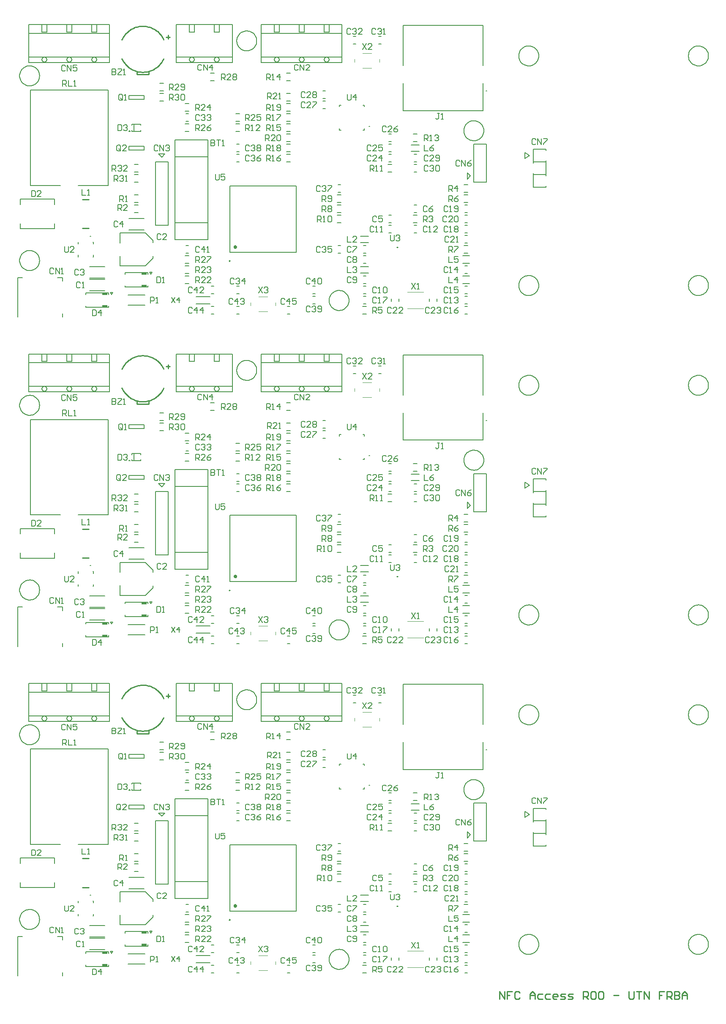
<source format=gto>
G04*
G04 #@! TF.GenerationSoftware,Altium Limited,Altium Designer,22.11.1 (43)*
G04*
G04 Layer_Color=65535*
%FSLAX26Y26*%
%MOIN*%
G70*
G04*
G04 #@! TF.SameCoordinates,8CEB45D0-7A21-4CFE-8FF0-22CDAA51B365*
G04*
G04*
G04 #@! TF.FilePolarity,Positive*
G04*
G01*
G75*
%ADD62C,0.010000*%
%ADD63C,0.007874*%
%ADD64C,0.005000*%
%ADD65C,0.004000*%
%ADD66R,0.040000X0.020000*%
G54D62*
X3865000Y-155000D02*
Y-95019D01*
X3904987Y-155000D01*
Y-95019D01*
X3964968D02*
X3924981D01*
Y-125010D01*
X3944974D01*
X3924981D01*
Y-155000D01*
X4024948Y-105016D02*
X4014952Y-95019D01*
X3994958D01*
X3984961Y-105016D01*
Y-145003D01*
X3994958Y-155000D01*
X4014952D01*
X4024948Y-145003D01*
X4104922Y-155000D02*
Y-115013D01*
X4124916Y-95019D01*
X4144909Y-115013D01*
Y-155000D01*
Y-125010D01*
X4104922D01*
X4204890Y-115013D02*
X4174900D01*
X4164903Y-125010D01*
Y-145003D01*
X4174900Y-155000D01*
X4204890D01*
X4264871Y-115013D02*
X4234880D01*
X4224884Y-125010D01*
Y-145003D01*
X4234880Y-155000D01*
X4264871D01*
X4314855D02*
X4294861D01*
X4284864Y-145003D01*
Y-125010D01*
X4294861Y-115013D01*
X4314855D01*
X4324851Y-125010D01*
Y-135006D01*
X4284864D01*
X4344845Y-155000D02*
X4374835D01*
X4384832Y-145003D01*
X4374835Y-135006D01*
X4354842D01*
X4344845Y-125010D01*
X4354842Y-115013D01*
X4384832D01*
X4404825Y-155000D02*
X4434816D01*
X4444812Y-145003D01*
X4434816Y-135006D01*
X4414822D01*
X4404825Y-125010D01*
X4414822Y-115013D01*
X4444812D01*
X4524787Y-155000D02*
Y-95019D01*
X4554777D01*
X4564774Y-105016D01*
Y-125010D01*
X4554777Y-135006D01*
X4524787D01*
X4544780D02*
X4564774Y-155000D01*
X4584767Y-105016D02*
X4594764Y-95019D01*
X4614757D01*
X4624754Y-105016D01*
Y-145003D01*
X4614757Y-155000D01*
X4594764D01*
X4584767Y-145003D01*
Y-105016D01*
X4644748D02*
X4654745Y-95019D01*
X4674738D01*
X4684735Y-105016D01*
Y-145003D01*
X4674738Y-155000D01*
X4654745D01*
X4644748Y-145003D01*
Y-105016D01*
X4764709Y-125010D02*
X4804696D01*
X4884670Y-95019D02*
Y-145003D01*
X4894667Y-155000D01*
X4914660D01*
X4924657Y-145003D01*
Y-95019D01*
X4944651D02*
X4984638D01*
X4964644D01*
Y-155000D01*
X5004631D02*
Y-95019D01*
X5044618Y-155000D01*
Y-95019D01*
X5164580D02*
X5124593D01*
Y-125010D01*
X5144586D01*
X5124593D01*
Y-155000D01*
X5184573D02*
Y-95019D01*
X5214564D01*
X5224560Y-105016D01*
Y-125010D01*
X5214564Y-135006D01*
X5184573D01*
X5204567D02*
X5224560Y-155000D01*
X5244554Y-95019D02*
Y-155000D01*
X5274544D01*
X5284541Y-145003D01*
Y-135006D01*
X5274544Y-125010D01*
X5244554D01*
X5274544D01*
X5284541Y-115013D01*
Y-105016D01*
X5274544Y-95019D01*
X5244554D01*
X5304534Y-155000D02*
Y-115013D01*
X5324528Y-95019D01*
X5344521Y-115013D01*
Y-155000D01*
Y-125010D01*
X5304534D01*
X885292Y2064705D02*
X889744Y2055642D01*
X894695Y2046842D01*
X900128Y2038332D01*
X906027Y2030137D01*
X912374Y2022284D01*
X919148Y2014797D01*
X926330Y2007699D01*
X933895Y2001012D01*
X941822Y1994757D01*
X950084Y1988954D01*
X958658Y1983620D01*
X967515Y1978773D01*
X976629Y1974426D01*
X985971Y1970594D01*
X995511Y1967289D01*
X1005222Y1964521D01*
X1015071Y1962298D01*
X1025029Y1960627D01*
X1035064Y1959514D01*
X1045147Y1958963D01*
X1055244Y1958974D01*
X1065324Y1959547D01*
X1075358Y1960682D01*
X1085312Y1962373D01*
X1095156Y1964618D01*
X1104861Y1967407D01*
X1114394Y1970733D01*
X1123728Y1974584D01*
X1132832Y1978950D01*
X1141679Y1983817D01*
X1150241Y1989169D01*
X1158491Y1994990D01*
X1166404Y2001262D01*
X1173955Y2007965D01*
X1181121Y2015079D01*
X1187880Y2022581D01*
X1194209Y2030447D01*
X1200091Y2038655D01*
X1205506Y2047177D01*
X1210437Y2055988D01*
X1214870Y2065059D01*
X1214564Y2215610D02*
X1210098Y2224657D01*
X1205135Y2233440D01*
X1199691Y2241934D01*
X1193783Y2250112D01*
X1187428Y2257947D01*
X1180647Y2265417D01*
X1173461Y2272497D01*
X1165891Y2279167D01*
X1157961Y2285404D01*
X1149697Y2291191D01*
X1141123Y2296508D01*
X1132267Y2301339D01*
X1123155Y2305670D01*
X1113816Y2309486D01*
X1104279Y2312777D01*
X1094574Y2315531D01*
X1084730Y2317741D01*
X1074779Y2319399D01*
X1064751Y2320501D01*
X1054676Y2321042D01*
X1044588Y2321021D01*
X1034516Y2320439D01*
X1024492Y2319297D01*
X1014548Y2317598D01*
X1004713Y2315349D01*
X995019Y2312555D01*
X985495Y2309225D01*
X976172Y2305371D01*
X967078Y2301003D01*
X958241Y2296136D01*
X949689Y2290784D01*
X941448Y2284964D01*
X933544Y2278695D01*
X926002Y2271994D01*
X918844Y2264885D01*
X912093Y2257388D01*
X905771Y2249526D01*
X899896Y2241325D01*
X894486Y2232809D01*
X889559Y2224005D01*
X885130Y2214941D01*
X3059528Y578528D02*
X3053528D01*
X3059528D01*
X1002756Y1939213D02*
X1097244D01*
Y1965000D01*
X1002756Y1939213D02*
X1005000D01*
X1002756D02*
Y1965000D01*
X1250000Y2220000D02*
Y2250000D01*
X1235000Y2235000D02*
X1265000D01*
X575000Y725827D02*
X625000D01*
X575000Y954173D02*
X625000D01*
X885292Y4663130D02*
X889744Y4654068D01*
X894695Y4645267D01*
X900128Y4636757D01*
X906027Y4628562D01*
X912374Y4620709D01*
X919148Y4613222D01*
X926330Y4606124D01*
X933895Y4599437D01*
X941822Y4593182D01*
X950084Y4587379D01*
X958658Y4582045D01*
X967515Y4577198D01*
X976629Y4572851D01*
X985971Y4569020D01*
X995511Y4565714D01*
X1005222Y4562946D01*
X1015071Y4560723D01*
X1025029Y4559053D01*
X1035064Y4557940D01*
X1045147Y4557388D01*
X1055244Y4557399D01*
X1065324Y4557972D01*
X1075358Y4559107D01*
X1085312Y4560799D01*
X1095156Y4563043D01*
X1104861Y4565832D01*
X1114394Y4569158D01*
X1123728Y4573010D01*
X1132832Y4577376D01*
X1141679Y4582242D01*
X1150241Y4587595D01*
X1158491Y4593416D01*
X1166404Y4599687D01*
X1173955Y4606390D01*
X1181121Y4613504D01*
X1187880Y4621006D01*
X1194209Y4628872D01*
X1200091Y4637080D01*
X1205506Y4645602D01*
X1210437Y4654413D01*
X1214870Y4663484D01*
X1214564Y4814035D02*
X1210098Y4823082D01*
X1205135Y4831866D01*
X1199691Y4840359D01*
X1193783Y4848537D01*
X1187428Y4856373D01*
X1180647Y4863842D01*
X1173461Y4870923D01*
X1165891Y4877592D01*
X1157961Y4883829D01*
X1149697Y4889616D01*
X1141123Y4894933D01*
X1132267Y4899764D01*
X1123155Y4904095D01*
X1113816Y4907912D01*
X1104279Y4911202D01*
X1094574Y4913957D01*
X1084730Y4916166D01*
X1074779Y4917824D01*
X1064751Y4918926D01*
X1054676Y4919467D01*
X1044588Y4919447D01*
X1034516Y4918864D01*
X1024492Y4917722D01*
X1014548Y4916024D01*
X1004713Y4913774D01*
X995019Y4910980D01*
X985495Y4907651D01*
X976172Y4903796D01*
X967078Y4899428D01*
X958241Y4894561D01*
X949689Y4889209D01*
X941448Y4883389D01*
X933544Y4877120D01*
X926002Y4870420D01*
X918844Y4863310D01*
X912093Y4855813D01*
X905771Y4847951D01*
X899896Y4839750D01*
X894486Y4831234D01*
X889559Y4822430D01*
X885130Y4813366D01*
X3059528Y3176953D02*
X3053528D01*
X3059528D01*
X1002756Y4537638D02*
X1097244D01*
Y4563425D01*
X1002756Y4537638D02*
X1005000D01*
X1002756D02*
Y4563425D01*
X1250000Y4818425D02*
Y4848425D01*
X1235000Y4833425D02*
X1265000D01*
X575000Y3324252D02*
X625000D01*
X575000Y3552598D02*
X625000D01*
X885292Y7261555D02*
X889744Y7252493D01*
X894695Y7243693D01*
X900128Y7235182D01*
X906027Y7226987D01*
X912374Y7219134D01*
X919148Y7211647D01*
X926330Y7204549D01*
X933895Y7197862D01*
X941822Y7191608D01*
X950084Y7185804D01*
X958658Y7180471D01*
X967515Y7175623D01*
X976629Y7171276D01*
X985971Y7167445D01*
X995511Y7164140D01*
X1005222Y7161371D01*
X1015071Y7159148D01*
X1025029Y7157478D01*
X1035064Y7156365D01*
X1045147Y7155813D01*
X1055244Y7155824D01*
X1065324Y7156398D01*
X1075358Y7157532D01*
X1085312Y7159224D01*
X1095156Y7161468D01*
X1104861Y7164257D01*
X1114394Y7167583D01*
X1123728Y7171435D01*
X1132832Y7175801D01*
X1141679Y7180668D01*
X1150241Y7186020D01*
X1158491Y7191841D01*
X1166404Y7198113D01*
X1173955Y7204816D01*
X1181121Y7211929D01*
X1187880Y7219431D01*
X1194209Y7227298D01*
X1200091Y7235505D01*
X1205506Y7244027D01*
X1210437Y7252838D01*
X1214870Y7261910D01*
X1214564Y7412461D02*
X1210098Y7421507D01*
X1205135Y7430291D01*
X1199691Y7438785D01*
X1193783Y7446962D01*
X1187428Y7454798D01*
X1180647Y7462267D01*
X1173461Y7469348D01*
X1165891Y7476017D01*
X1157961Y7482255D01*
X1149697Y7488041D01*
X1141123Y7493358D01*
X1132267Y7498189D01*
X1123155Y7502520D01*
X1113816Y7506337D01*
X1104279Y7509627D01*
X1094574Y7512382D01*
X1084730Y7514592D01*
X1074779Y7516250D01*
X1064751Y7517351D01*
X1054676Y7517892D01*
X1044588Y7517872D01*
X1034516Y7517290D01*
X1024492Y7516147D01*
X1014548Y7514449D01*
X1004713Y7512199D01*
X995019Y7509405D01*
X985495Y7506076D01*
X976172Y7502221D01*
X967078Y7497854D01*
X958241Y7492986D01*
X949689Y7487634D01*
X941448Y7481815D01*
X933544Y7475545D01*
X926002Y7468845D01*
X918844Y7461735D01*
X912093Y7454238D01*
X905771Y7446377D01*
X899896Y7438175D01*
X894486Y7429659D01*
X889559Y7420856D01*
X885130Y7411791D01*
X3059528Y5775378D02*
X3053528D01*
X3059528D01*
X1002756Y7136063D02*
X1097244D01*
Y7161850D01*
X1002756Y7136063D02*
X1005000D01*
X1002756D02*
Y7161850D01*
X1250000Y7416850D02*
Y7446850D01*
X1235000Y7431850D02*
X1265000D01*
X575000Y5922677D02*
X625000D01*
X575000Y6151024D02*
X625000D01*
G54D63*
X3763977Y1810079D02*
X3756102D01*
X3763977D01*
X2840748Y1531102D02*
X2832874D01*
X2840748D01*
X641339Y664528D02*
X633465D01*
X641339D01*
X1738189Y538189D02*
X2261811D01*
Y1061811D01*
X1738189D02*
X2261811D01*
X1738189Y538189D02*
Y1061811D01*
X3763977Y4408504D02*
X3756102D01*
X3763977D01*
X2840748Y4129528D02*
X2832874D01*
X2840748D01*
X641339Y3262953D02*
X633465D01*
X641339D01*
X1738189Y3136614D02*
X2261811D01*
Y3660236D01*
X1738189D02*
X2261811D01*
X1738189Y3136614D02*
Y3660236D01*
X3763977Y7006929D02*
X3756102D01*
X3763977D01*
X2840748Y6727953D02*
X2832874D01*
X2840748D01*
X641339Y5861378D02*
X633465D01*
X641339D01*
X1738189Y5735039D02*
X2261811D01*
Y6258661D01*
X1738189D02*
X2261811D01*
X1738189Y5735039D02*
Y6258661D01*
G54D64*
X1653543Y2058268D02*
X1650906Y2068110D01*
X1643701Y2075315D01*
X1633858Y2077953D01*
X1624016Y2075315D01*
X1616811Y2068110D01*
X1614173Y2058268D01*
X1616811Y2048425D01*
X1624016Y2041220D01*
X1633858Y2038583D01*
X1643701Y2041220D01*
X1650906Y2048425D01*
X1653543Y2058268D01*
X1456693D02*
X1454056Y2068110D01*
X1446851Y2075315D01*
X1437008Y2077953D01*
X1427166Y2075315D01*
X1419960Y2068110D01*
X1417323Y2058268D01*
X1419960Y2048425D01*
X1427166Y2041220D01*
X1437008Y2038583D01*
X1446851Y2041220D01*
X1454056Y2048425D01*
X1456693Y2058268D01*
X2125984D02*
X2123347Y2068110D01*
X2116142Y2075315D01*
X2106299Y2077953D01*
X2096457Y2075315D01*
X2089252Y2068110D01*
X2086614Y2058268D01*
X2089252Y2048425D01*
X2096457Y2041220D01*
X2106299Y2038583D01*
X2116142Y2041220D01*
X2123347Y2048425D01*
X2125984Y2058268D01*
X2519685D02*
X2517048Y2068110D01*
X2509843Y2075315D01*
X2500000Y2077953D01*
X2490158Y2075315D01*
X2482952Y2068110D01*
X2480315Y2058268D01*
X2482952Y2048425D01*
X2490158Y2041220D01*
X2500000Y2038583D01*
X2509843Y2041220D01*
X2517048Y2048425D01*
X2519685Y2058268D01*
X2322835D02*
X2320197Y2068110D01*
X2312992Y2075315D01*
X2303150Y2077953D01*
X2293307Y2075315D01*
X2286102Y2068110D01*
X2283465Y2058268D01*
X2286102Y2048425D01*
X2293307Y2041220D01*
X2303150Y2038583D01*
X2312992Y2041220D01*
X2320197Y2048425D01*
X2322835Y2058268D01*
X489685D02*
X487048Y2068110D01*
X479843Y2075315D01*
X470000Y2077953D01*
X460158Y2075315D01*
X452952Y2068110D01*
X450315Y2058268D01*
X452952Y2048425D01*
X460158Y2041220D01*
X470000Y2038583D01*
X479843Y2041220D01*
X487048Y2048425D01*
X489685Y2058268D01*
X686535D02*
X683898Y2068110D01*
X676693Y2075315D01*
X666851Y2077953D01*
X657008Y2075315D01*
X649803Y2068110D01*
X647165Y2058268D01*
X649803Y2048425D01*
X657008Y2041220D01*
X666851Y2038583D01*
X676693Y2041220D01*
X683898Y2048425D01*
X686535Y2058268D01*
X292835D02*
X290197Y2068110D01*
X282992Y2075315D01*
X273150Y2077953D01*
X263307Y2075315D01*
X256102Y2068110D01*
X253465Y2058268D01*
X256102Y2048425D01*
X263307Y2041220D01*
X273150Y2038583D01*
X282992Y2041220D01*
X290197Y2048425D01*
X292835Y2058268D01*
X5511811Y275591D02*
X5511165Y285660D01*
X5509236Y295563D01*
X5506057Y305139D01*
X5501679Y314230D01*
X5496175Y322686D01*
X5489634Y330369D01*
X5482165Y337152D01*
X5473889Y342925D01*
X5464944Y347592D01*
X5455475Y351076D01*
X5445638Y353322D01*
X5435595Y354290D01*
X5425510Y353967D01*
X5415550Y352357D01*
X5405877Y349486D01*
X5396651Y345402D01*
X5388022Y340171D01*
X5380134Y333880D01*
X5373115Y326632D01*
X5367080Y318546D01*
X5362128Y309755D01*
X5358342Y300402D01*
X5355783Y290642D01*
X5354493Y280635D01*
Y270546D01*
X5355783Y260539D01*
X5358342Y250779D01*
X5362128Y241427D01*
X5367080Y232635D01*
X5373115Y224549D01*
X5380134Y217301D01*
X5388022Y211010D01*
X5396651Y205780D01*
X5405877Y201695D01*
X5415550Y198825D01*
X5425510Y197214D01*
X5435595Y196891D01*
X5445638Y197860D01*
X5455475Y200105D01*
X5464944Y203589D01*
X5473889Y208256D01*
X5482165Y214029D01*
X5489634Y220812D01*
X5496174Y228495D01*
X5501679Y236951D01*
X5506056Y246042D01*
X5509236Y255618D01*
X5511165Y265521D01*
X5511811Y275590D01*
X4173229Y275591D02*
X4172582Y285660D01*
X4170653Y295563D01*
X4167474Y305139D01*
X4163096Y314230D01*
X4157592Y322686D01*
X4151051Y330369D01*
X4143582Y337152D01*
X4135307Y342925D01*
X4126361Y347592D01*
X4116892Y351076D01*
X4107055Y353322D01*
X4097012Y354290D01*
X4086927Y353967D01*
X4076967Y352357D01*
X4067294Y349486D01*
X4058068Y345402D01*
X4049440Y340171D01*
X4041551Y333880D01*
X4034532Y326632D01*
X4028497Y318546D01*
X4023546Y309755D01*
X4019760Y300402D01*
X4017200Y290642D01*
X4015910Y280635D01*
Y270546D01*
X4017200Y260539D01*
X4019760Y250779D01*
X4023546Y241427D01*
X4028497Y232635D01*
X4034532Y224549D01*
X4041551Y217301D01*
X4049440Y211010D01*
X4058068Y205780D01*
X4067294Y201695D01*
X4076967Y198825D01*
X4086927Y197214D01*
X4097012Y196891D01*
X4107055Y197860D01*
X4116892Y200105D01*
X4126361Y203589D01*
X4135306Y208256D01*
X4143582Y214029D01*
X4151051Y220812D01*
X4157592Y228495D01*
X4163096Y236951D01*
X4167474Y246042D01*
X4170653Y255618D01*
X4172582Y265521D01*
X4173229Y275590D01*
X5511811Y2086614D02*
X5511165Y2096683D01*
X5509236Y2106587D01*
X5506057Y2116163D01*
X5501679Y2125253D01*
X5496175Y2133709D01*
X5489634Y2141392D01*
X5482165Y2148176D01*
X5473889Y2153948D01*
X5464944Y2158615D01*
X5455475Y2162100D01*
X5445638Y2164345D01*
X5435595Y2165314D01*
X5425510Y2164991D01*
X5415550Y2163380D01*
X5405877Y2160509D01*
X5396651Y2156425D01*
X5388022Y2151195D01*
X5380134Y2144904D01*
X5373115Y2137656D01*
X5367080Y2129570D01*
X5362128Y2120778D01*
X5358342Y2111426D01*
X5355783Y2101666D01*
X5354493Y2091659D01*
Y2081569D01*
X5355783Y2071562D01*
X5358342Y2061802D01*
X5362128Y2052450D01*
X5367080Y2043659D01*
X5373115Y2035573D01*
X5380134Y2028325D01*
X5388022Y2022034D01*
X5396651Y2016803D01*
X5405877Y2012719D01*
X5415550Y2009848D01*
X5425510Y2008238D01*
X5435595Y2007915D01*
X5445638Y2008883D01*
X5455475Y2011129D01*
X5464944Y2014613D01*
X5473889Y2019280D01*
X5482165Y2025053D01*
X5489634Y2031836D01*
X5496174Y2039519D01*
X5501679Y2047975D01*
X5506056Y2057065D01*
X5509236Y2066641D01*
X5511165Y2076545D01*
X5511811Y2086614D01*
X4173229Y2086614D02*
X4172582Y2096683D01*
X4170653Y2106587D01*
X4167474Y2116163D01*
X4163096Y2125253D01*
X4157592Y2133709D01*
X4151051Y2141392D01*
X4143582Y2148176D01*
X4135307Y2153948D01*
X4126361Y2158615D01*
X4116892Y2162100D01*
X4107055Y2164345D01*
X4097012Y2165314D01*
X4086927Y2164991D01*
X4076967Y2163380D01*
X4067294Y2160509D01*
X4058068Y2156425D01*
X4049440Y2151195D01*
X4041551Y2144904D01*
X4034532Y2137656D01*
X4028497Y2129570D01*
X4023546Y2120778D01*
X4019760Y2111426D01*
X4017200Y2101666D01*
X4015910Y2091659D01*
Y2081569D01*
X4017200Y2071562D01*
X4019760Y2061802D01*
X4023546Y2052450D01*
X4028497Y2043659D01*
X4034532Y2035573D01*
X4041551Y2028325D01*
X4049440Y2022034D01*
X4058068Y2016803D01*
X4067294Y2012719D01*
X4076967Y2009848D01*
X4086927Y2008238D01*
X4097012Y2007915D01*
X4107055Y2008883D01*
X4116892Y2011129D01*
X4126361Y2014613D01*
X4135306Y2019280D01*
X4143582Y2025053D01*
X4151051Y2031836D01*
X4157592Y2039519D01*
X4163096Y2047975D01*
X4167474Y2057065D01*
X4170653Y2066641D01*
X4172582Y2076545D01*
X4173229Y2086614D01*
X2677166Y157480D02*
X2676519Y167549D01*
X2674590Y177453D01*
X2671411Y187029D01*
X2667033Y196119D01*
X2661529Y204576D01*
X2654988Y212258D01*
X2647519Y219042D01*
X2639244Y224814D01*
X2630298Y229481D01*
X2620829Y232966D01*
X2610992Y235211D01*
X2600949Y236180D01*
X2590864Y235857D01*
X2580904Y234246D01*
X2571231Y231375D01*
X2562005Y227291D01*
X2553377Y222061D01*
X2545488Y215770D01*
X2538469Y208522D01*
X2532434Y200436D01*
X2527483Y191644D01*
X2523697Y182292D01*
X2521137Y172532D01*
X2519847Y162525D01*
Y152435D01*
X2521137Y142428D01*
X2523697Y132669D01*
X2527483Y123316D01*
X2532434Y114525D01*
X2538469Y106439D01*
X2545488Y99191D01*
X2553377Y92900D01*
X2562005Y87669D01*
X2571231Y83585D01*
X2580904Y80714D01*
X2590864Y79104D01*
X2600949Y78781D01*
X2610992Y79749D01*
X2620829Y81995D01*
X2630298Y85479D01*
X2639244Y90146D01*
X2647519Y95919D01*
X2654988Y102702D01*
X2661529Y110385D01*
X2667033Y118841D01*
X2671411Y127931D01*
X2674590Y137507D01*
X2676519Y147411D01*
X2677166Y157480D01*
X3740158Y1496063D02*
X3739511Y1506132D01*
X3737582Y1516036D01*
X3734403Y1525612D01*
X3730025Y1534702D01*
X3724521Y1543158D01*
X3717980Y1550841D01*
X3710511Y1557625D01*
X3702236Y1563397D01*
X3693290Y1568064D01*
X3683821Y1571549D01*
X3673984Y1573794D01*
X3663941Y1574763D01*
X3653856Y1574439D01*
X3643896Y1572829D01*
X3634223Y1569958D01*
X3624997Y1565874D01*
X3616369Y1560643D01*
X3608480Y1554353D01*
X3601461Y1547105D01*
X3595426Y1539018D01*
X3590475Y1530227D01*
X3586689Y1520875D01*
X3584129Y1511115D01*
X3582839Y1501108D01*
Y1491018D01*
X3584129Y1481011D01*
X3586689Y1471251D01*
X3590475Y1461899D01*
X3595426Y1453108D01*
X3601461Y1445021D01*
X3608480Y1437773D01*
X3616369Y1431483D01*
X3624997Y1426252D01*
X3634223Y1422168D01*
X3643896Y1419297D01*
X3653856Y1417687D01*
X3663941Y1417363D01*
X3673984Y1418332D01*
X3683821Y1420577D01*
X3693290Y1424062D01*
X3702236Y1428729D01*
X3710511Y1434501D01*
X3717980Y1441285D01*
X3724521Y1448967D01*
X3730025Y1457424D01*
X3734403Y1466514D01*
X3737582Y1476090D01*
X3739511Y1485994D01*
X3740158Y1496063D01*
X1948819Y2204724D02*
X1948172Y2214794D01*
X1946244Y2224697D01*
X1943064Y2234273D01*
X1938687Y2243364D01*
X1933182Y2251820D01*
X1926642Y2259503D01*
X1919172Y2266286D01*
X1910897Y2272059D01*
X1901951Y2276725D01*
X1892483Y2280210D01*
X1882646Y2282455D01*
X1872603Y2283424D01*
X1862518Y2283101D01*
X1852557Y2281490D01*
X1842885Y2278620D01*
X1833658Y2274535D01*
X1825030Y2269305D01*
X1817142Y2263014D01*
X1810122Y2255766D01*
X1804088Y2247680D01*
X1799136Y2238889D01*
X1795350Y2229536D01*
X1792791Y2219776D01*
X1791500Y2209769D01*
Y2199680D01*
X1792791Y2189673D01*
X1795350Y2179913D01*
X1799136Y2170560D01*
X1804088Y2161769D01*
X1810122Y2153683D01*
X1817142Y2146435D01*
X1825030Y2140144D01*
X1833658Y2134913D01*
X1842885Y2130829D01*
X1852557Y2127958D01*
X1862518Y2126348D01*
X1872602Y2126025D01*
X1882646Y2126994D01*
X1892483Y2129239D01*
X1901951Y2132723D01*
X1910897Y2137390D01*
X1919172Y2143163D01*
X1926642Y2149946D01*
X1933182Y2157629D01*
X1938687Y2166085D01*
X1943064Y2175176D01*
X1946244Y2184751D01*
X1948172Y2194655D01*
X1948819Y2204724D01*
X236221Y1929134D02*
X235574Y1939203D01*
X233645Y1949107D01*
X230466Y1958682D01*
X226088Y1967773D01*
X220584Y1976229D01*
X214043Y1983912D01*
X206574Y1990696D01*
X198299Y1996468D01*
X189353Y2001135D01*
X179884Y2004620D01*
X170047Y2006865D01*
X160004Y2007834D01*
X149919Y2007510D01*
X139959Y2005900D01*
X130286Y2003029D01*
X121060Y1998945D01*
X112432Y1993714D01*
X104543Y1987424D01*
X97524Y1980176D01*
X91489Y1972089D01*
X86538Y1963298D01*
X82752Y1953946D01*
X80192Y1944186D01*
X78902Y1934179D01*
Y1924089D01*
X80192Y1914082D01*
X82752Y1904322D01*
X86538Y1894970D01*
X91489Y1886178D01*
X97524Y1878092D01*
X104543Y1870844D01*
X112432Y1864553D01*
X121060Y1859323D01*
X130286Y1855239D01*
X139959Y1852368D01*
X149919Y1850758D01*
X160004Y1850434D01*
X170047Y1851403D01*
X179884Y1853648D01*
X189353Y1857133D01*
X198299Y1861800D01*
X206574Y1867572D01*
X214043Y1874356D01*
X220584Y1882038D01*
X226088Y1890495D01*
X230466Y1899585D01*
X233645Y1909161D01*
X235574Y1919065D01*
X236221Y1929134D01*
Y472441D02*
X235574Y482510D01*
X233645Y492414D01*
X230466Y501990D01*
X226088Y511080D01*
X220584Y519536D01*
X214043Y527219D01*
X206574Y534003D01*
X198299Y539775D01*
X189353Y544442D01*
X179884Y547927D01*
X170047Y550172D01*
X160004Y551141D01*
X149919Y550817D01*
X139959Y549207D01*
X130286Y546336D01*
X121060Y542252D01*
X112432Y537021D01*
X104543Y530731D01*
X97524Y523482D01*
X91489Y515396D01*
X86538Y506605D01*
X82752Y497253D01*
X80192Y487493D01*
X78902Y477486D01*
Y467396D01*
X80192Y457389D01*
X82752Y447629D01*
X86538Y438277D01*
X91489Y429485D01*
X97524Y421399D01*
X104543Y414151D01*
X112432Y407860D01*
X121060Y402630D01*
X130286Y398546D01*
X139959Y395675D01*
X149919Y394065D01*
X160004Y393741D01*
X170047Y394710D01*
X179884Y396955D01*
X189353Y400440D01*
X198299Y405107D01*
X206574Y410879D01*
X214043Y417663D01*
X220584Y425345D01*
X226088Y433801D01*
X230466Y442892D01*
X233645Y452468D01*
X235574Y462372D01*
X236221Y472441D01*
X1740158Y469291D02*
X1732284D01*
X1740158D01*
X1741788D02*
X1733437Y474113D01*
Y464469D01*
X1741788Y469291D01*
X1789032Y583465D02*
X1780681Y588286D01*
Y578643D01*
X1789032Y583465D01*
X1783465Y579528D02*
X1775591D01*
X1783465D01*
X1785095D02*
X1776744Y584349D01*
Y574706D01*
X1785095Y579528D01*
X1788331D02*
X1783929Y587152D01*
X1775126D01*
X1770724Y579528D01*
X1775126Y571904D01*
X1783929D01*
X1788331Y579528D01*
X1790663D02*
X1786471Y588234D01*
X1777050Y590384D01*
X1769495Y584359D01*
Y574696D01*
X1777050Y568671D01*
X1786471Y570822D01*
X1790663Y579528D01*
X62835Y26535D02*
Y337559D01*
X417165Y26535D02*
X417166Y54094D01*
Y310000D02*
Y337559D01*
X62835D02*
X102205D01*
X377795D02*
X417166D01*
X3735000Y2010079D02*
Y2327008D01*
Y1654567D02*
Y1870079D01*
X3105079Y1654567D02*
X3735000D01*
X3105079D02*
Y1870079D01*
Y2010079D02*
Y2327008D01*
X3735000D01*
X940000Y715000D02*
X1060000D01*
X940000Y805000D02*
X1060000D01*
X630000Y335000D02*
X750000D01*
X630000Y425000D02*
X750000D01*
X630000Y235000D02*
X750000D01*
X630000Y325000D02*
X750000D01*
X870000Y611000D02*
Y690000D01*
Y430000D02*
Y509000D01*
X1130000Y613000D02*
Y630079D01*
Y489921D02*
Y507000D01*
X1070079Y430079D02*
X1129921Y489921D01*
X870079Y430079D02*
X1070079D01*
Y689921D02*
X1129921Y630079D01*
X870079Y689921D02*
X1070079D01*
X1303071Y636299D02*
Y1423701D01*
X1562914Y636299D02*
Y1423701D01*
X1303071Y636299D02*
X1562914D01*
X1303071Y1423701D02*
X1562914D01*
X1303071Y770158D02*
X1562914D01*
X1303071Y1289842D02*
X1562914D01*
X4063497Y1277059D02*
Y1322941D01*
Y1277059D02*
X4101732Y1300000D01*
X4063497Y1322941D02*
X4101732Y1300000D01*
X4230079Y1140000D02*
Y1260000D01*
X4131654Y1240000D02*
Y1349213D01*
Y1050787D02*
Y1160000D01*
Y1349213D02*
X4230079D01*
Y1340000D02*
Y1349213D01*
X4131654Y1050787D02*
X4230079D01*
Y1060000D01*
X4131654Y1250000D02*
X4230079D01*
X4131654Y1150000D02*
X4230079D01*
X2910000Y2240000D02*
X2930000D01*
X2910000Y2180000D02*
X2930000D01*
X2710000D02*
X2730000D01*
X2710000Y2240000D02*
X2730000D01*
X1314961Y2034646D02*
X1755906D01*
X1314961Y2333858D02*
X1755906D01*
X1314961Y2034646D02*
Y2333858D01*
X1755906Y2034646D02*
Y2333858D01*
X1315433Y2077953D02*
X1755433D01*
X1653543Y2274803D02*
Y2333858D01*
X1614173Y2274803D02*
X1653543D01*
X1614173D02*
Y2333858D01*
X1456693Y2274803D02*
Y2333858D01*
X1417323Y2274803D02*
X1456693D01*
X1417323D02*
Y2333858D01*
X1984252Y2077953D02*
X2622047D01*
Y2264961D02*
Y2333858D01*
X2519685Y2274803D02*
Y2333858D01*
X2480315Y2274803D02*
X2519685D01*
X2480315D02*
Y2333858D01*
X2322835Y2274803D02*
Y2333858D01*
X2283465Y2274803D02*
Y2333858D01*
X2086614Y2274803D02*
Y2333858D01*
Y2274803D02*
X2125984D01*
Y2333858D01*
X1984252Y2264961D02*
Y2333858D01*
X2283465Y2274803D02*
X2322835D01*
X1984252Y2333858D02*
X2622047Y2333858D01*
X1984252Y2264961D02*
X2622047Y2264961D01*
X1984252Y2034646D02*
Y2264961D01*
Y2034646D02*
X2622047D01*
Y2264961D01*
X788898Y2034646D02*
Y2264961D01*
X151102Y2034646D02*
X788898D01*
X151102D02*
Y2264961D01*
X788898Y2264961D01*
X151102Y2333858D02*
X788898Y2333858D01*
X450315Y2274803D02*
X489685D01*
X151102Y2264961D02*
Y2333858D01*
X292835Y2274803D02*
Y2333858D01*
X253465Y2274803D02*
X292835D01*
X253465D02*
Y2333858D01*
X450315Y2274803D02*
Y2333858D01*
X489685Y2274803D02*
Y2333858D01*
X647165Y2274803D02*
Y2333858D01*
Y2274803D02*
X686535D01*
Y2333858D01*
X788898Y2264961D02*
Y2333858D01*
X151102Y2077953D02*
X788898D01*
X162913Y1065355D02*
X399134D01*
X540866D02*
X777087D01*
Y1817323D01*
X162913D02*
X777087D01*
X162913Y1065355D02*
Y1817323D01*
X2601575Y1698425D02*
X2613189D01*
X2601575Y1501575D02*
X2613189D01*
X2786811Y1698425D02*
X2798425D01*
X2786811Y1501575D02*
X2798425D01*
X2601575Y1686811D02*
Y1698425D01*
Y1501575D02*
Y1513189D01*
X2798425Y1686811D02*
Y1698425D01*
Y1501575D02*
Y1513189D01*
X354941Y723760D02*
Y765197D01*
X85059Y723760D02*
X354941D01*
X85059D02*
Y765197D01*
X354941Y914803D02*
Y956240D01*
X85059D02*
X354941D01*
X85059Y914803D02*
Y956240D01*
X3660000Y1390000D02*
X3760000D01*
X3660000Y1090000D02*
Y1390000D01*
X3760000Y1090000D02*
Y1390000D01*
X3660000Y1090000D02*
X3760000D01*
X3610000Y1115000D02*
X3635000Y1140000D01*
X3610000Y1115000D02*
Y1165000D01*
X3635000Y1140000D01*
X1105000Y380000D02*
X1115000Y365000D01*
X1125000Y380000D01*
X1105000D02*
X1125000D01*
X1090551Y365000D02*
Y377480D01*
Y262520D02*
Y275000D01*
X909449Y262520D02*
Y275000D01*
Y365000D02*
Y377480D01*
Y262520D02*
X1090551D01*
X909449Y377480D02*
X1090551D01*
X599449Y217480D02*
X780551D01*
X599449Y102520D02*
X780551D01*
X599449Y205000D02*
Y217480D01*
Y102520D02*
Y115000D01*
X780551Y102520D02*
Y115000D01*
Y205000D02*
Y217480D01*
X795000Y220000D02*
X815000D01*
X805000Y205000D02*
X815000Y220000D01*
X795000D02*
X805000Y205000D01*
X1150000Y750000D02*
X1250000D01*
Y1250000D01*
X1150000Y750000D02*
Y1250000D01*
X1250000D01*
X1175000Y1312500D02*
X1200000Y1287500D01*
X1175000Y1312500D02*
X1225000D01*
X1200000Y1287500D02*
X1225000Y1312500D01*
X2185000Y1950000D02*
X2215000D01*
X2185000Y1890000D02*
X2215000D01*
X2470000Y1730000D02*
X2490000D01*
X2470000Y1670000D02*
X2490000D01*
X2470000Y1810000D02*
X2490000D01*
X2470000Y1750000D02*
X2490000D01*
X1785000Y1490000D02*
X1815000D01*
X1785000Y1550000D02*
X1815000D01*
X1390000Y1570000D02*
X1410000D01*
X1390000Y1630000D02*
X1410000D01*
X1385000Y1710000D02*
X1415000D01*
X1385000Y1650000D02*
X1415000D01*
X1385000Y1490000D02*
X1415000D01*
X1385000Y1550000D02*
X1415000D01*
X1785000Y1630000D02*
X1815000D01*
X1785000Y1570000D02*
X1815000D01*
X2985000Y1230000D02*
X3015000D01*
X2985000Y1170000D02*
X3015000D01*
X2990000Y1250000D02*
X3010000D01*
X2990000Y1310000D02*
X3010000D01*
X3190000Y1230000D02*
X3210000D01*
X3190000Y1170000D02*
X3210000D01*
X3190000Y1310000D02*
X3210000D01*
X3190000Y1250000D02*
X3210000D01*
X3185000Y1410000D02*
X3215000D01*
X3185000Y1470000D02*
X3215000D01*
X2585000Y830000D02*
X2615000D01*
X2585000Y770000D02*
X2615000D01*
X2585000Y910000D02*
X2615000D01*
X2585000Y850000D02*
X2615000D01*
X2585000Y990000D02*
X2615000D01*
X2585000Y930000D02*
X2615000D01*
X1385000Y450000D02*
X1415000D01*
X1385000Y510000D02*
X1415000D01*
X2990000Y1410000D02*
X3010000D01*
X2990000Y1470000D02*
X3010000D01*
X2990000Y1330000D02*
X3010000D01*
X2990000Y1390000D02*
X3010000D01*
X3168504Y1385000D02*
X3231496D01*
X3168504Y1335000D02*
X3231496D01*
X2183543Y1390000D02*
X2213543D01*
X2183543Y1330000D02*
X2213543D01*
X2185000Y1310000D02*
X2215000D01*
X2185000Y1250000D02*
X2215000D01*
X2185000Y1630000D02*
X2215000D01*
X2185000Y1570000D02*
X2215000D01*
X2183543Y1470000D02*
X2213543D01*
X2183543Y1410000D02*
X2213543D01*
X2185000Y1550000D02*
X2215000D01*
X2185000Y1490000D02*
X2215000D01*
X2185000Y1790000D02*
X2215000D01*
X2185000Y1730000D02*
X2215000D01*
X2185000Y1710000D02*
X2215000D01*
X2185000Y1650000D02*
X2215000D01*
X1585000Y1950000D02*
X1615000D01*
X1585000Y1890000D02*
X1615000D01*
X1385000Y430000D02*
X1415000D01*
X1385000Y370000D02*
X1415000D01*
X1385000Y350000D02*
X1415000D01*
X1385000Y290000D02*
X1415000D01*
X940000Y1745000D02*
Y1775000D01*
X1060000D01*
Y1745000D02*
Y1775000D01*
X940000Y1745000D02*
X1060000D01*
X1185000Y1790000D02*
X1215000D01*
X1185000Y1730000D02*
X1215000D01*
X1185000Y1810000D02*
X1215000D01*
X1185000Y1870000D02*
X1215000D01*
X985000Y990000D02*
X1015000D01*
X985000Y930000D02*
X1015000D01*
X2590000Y590000D02*
X2610000D01*
X2590000Y530000D02*
X2610000D01*
X2390000Y210000D02*
X2410000D01*
X2390000Y270000D02*
X2410000D01*
X2390000Y190000D02*
X2410000D01*
X2390000Y130000D02*
X2410000D01*
X2190000Y110000D02*
X2210000D01*
X2190000Y50000D02*
X2210000D01*
X1790000Y110000D02*
X1810000D01*
X1790000Y50000D02*
X1810000D01*
X1469000Y131457D02*
X1581000D01*
X1469000Y188543D02*
X1581000D01*
X1790000Y270000D02*
X1810000D01*
X1790000Y210000D02*
X1810000D01*
X2590000Y1010000D02*
X2610000D01*
X2590000Y1070000D02*
X2610000D01*
X1790000Y1330000D02*
X1810000D01*
X1790000Y1390000D02*
X1810000D01*
X1590000Y110000D02*
X1610000D01*
X1590000Y50000D02*
X1610000D01*
X1790000Y1250000D02*
X1810000D01*
X1790000Y1310000D02*
X1810000D01*
X985000Y1090000D02*
X1015000D01*
X985000Y1150000D02*
X1015000D01*
X540945Y619055D02*
X541732D01*
X658268D02*
X659055D01*
X540945Y500945D02*
Y515905D01*
Y604095D02*
Y619055D01*
Y500945D02*
X541732D01*
X658268D02*
X659055D01*
Y515905D01*
Y604095D02*
Y619055D01*
X985000Y910000D02*
X1015000D01*
X985000Y850000D02*
X1015000D01*
X933071Y120630D02*
X1066929D01*
X933071Y199370D02*
X1066929D01*
X981000Y1493000D02*
Y1547559D01*
X964567D02*
X1035433D01*
X964567Y1492441D02*
X1035433D01*
X945500Y1496500D02*
X950500Y1491500D01*
X940500D02*
X950500D01*
X940500D02*
X945500Y1496500D01*
X1035433Y1540000D02*
Y1547559D01*
Y1492441D02*
Y1501000D01*
X964567Y1492441D02*
Y1502000D01*
Y1540000D02*
Y1547559D01*
X940000Y1345000D02*
Y1375000D01*
X1060000D01*
Y1345000D02*
Y1375000D01*
X940000Y1345000D02*
X1060000D01*
X985000Y1230000D02*
X1015000D01*
X985000Y1170000D02*
X1015000D01*
X2785000Y50000D02*
X2815000D01*
X2785000Y110000D02*
X2815000D01*
X3585000Y1070000D02*
X3615000D01*
X3585000Y1010000D02*
X3615000D01*
X3590000Y430000D02*
X3610000D01*
X3590000Y370000D02*
X3610000D01*
X3590000Y210000D02*
X3610000D01*
X3590000Y270000D02*
X3610000D01*
X3590000Y750000D02*
X3610000D01*
X3590000Y690000D02*
X3610000D01*
X3585000Y990000D02*
X3615000D01*
X3585000Y930000D02*
X3615000D01*
X3190000Y910000D02*
X3210000D01*
X3190000Y850000D02*
X3210000D01*
X3590000Y110000D02*
X3610000D01*
X3590000Y50000D02*
X3610000D01*
X3590000Y130000D02*
X3610000D01*
X3590000Y190000D02*
X3610000D01*
X3590000Y910000D02*
X3610000D01*
X3590000Y850000D02*
X3610000D01*
X3590000Y830000D02*
X3610000D01*
X3590000Y770000D02*
X3610000D01*
X3585000Y590000D02*
X3615000D01*
X3585000Y530000D02*
X3615000D01*
X3590000Y670000D02*
X3610000D01*
X3590000Y610000D02*
X3610000D01*
X3572441Y350000D02*
X3627559D01*
X3572441Y290000D02*
X3627559D01*
X3572441Y510000D02*
X3627559D01*
X3572441Y450000D02*
X3627559D01*
X2790000Y130000D02*
X2810000D01*
X2790000Y190000D02*
X2810000D01*
X2790000Y350000D02*
X2810000D01*
X2790000Y290000D02*
X2810000D01*
X2790000Y210000D02*
X2810000D01*
X2790000Y270000D02*
X2810000D01*
X2790000Y590000D02*
X2810000D01*
X2790000Y530000D02*
X2810000D01*
X2790000Y450000D02*
X2810000D01*
X2790000Y510000D02*
X2810000D01*
X2768504Y665000D02*
X2831496D01*
X2768504Y615000D02*
X2831496D01*
X2768504Y375000D02*
X2831496D01*
X2768504Y425000D02*
X2831496D01*
X3370000Y150000D02*
Y170000D01*
X3310000Y150000D02*
Y170000D01*
X3010000Y150000D02*
Y170000D01*
X3070000Y150000D02*
Y170000D01*
X3185000Y770000D02*
X3215000D01*
X3185000Y830000D02*
X3215000D01*
X3190000Y750000D02*
X3210000D01*
X3190000Y690000D02*
X3210000D01*
X2990000Y770000D02*
X3010000D01*
X2990000Y830000D02*
X3010000D01*
X2990000Y690000D02*
X3010000D01*
X2990000Y750000D02*
X3010000D01*
X1390000Y530000D02*
X1410000D01*
X1390000Y590000D02*
X1410000D01*
X1590000Y210000D02*
X1610000D01*
X1590000Y270000D02*
X1610000D01*
X3390000Y1632493D02*
X3375005D01*
X3382503D01*
Y1595005D01*
X3375005Y1587507D01*
X3367507D01*
X3360010Y1595005D01*
X3404995Y1587507D02*
X3419990D01*
X3412493D01*
Y1632493D01*
X3404995Y1624995D01*
X417517Y1847507D02*
Y1892493D01*
X440010D01*
X447507Y1884995D01*
Y1870000D01*
X440010Y1862503D01*
X417517D01*
X432512D02*
X447507Y1847507D01*
X462502Y1892493D02*
Y1847507D01*
X492493D01*
X507488D02*
X522483D01*
X514986D01*
Y1892493D01*
X507488Y1884995D01*
X172512Y1022493D02*
Y977507D01*
X195005D01*
X202502Y985005D01*
Y1014995D01*
X195005Y1022493D01*
X172512D01*
X247488Y977507D02*
X217498D01*
X247488Y1007498D01*
Y1014995D01*
X239990Y1022493D01*
X224995D01*
X217498Y1014995D01*
X347507Y404995D02*
X340010Y412493D01*
X325015D01*
X317517Y404995D01*
Y375005D01*
X325015Y367507D01*
X340010D01*
X347507Y375005D01*
X362502Y367507D02*
Y412493D01*
X392493Y367507D01*
Y412493D01*
X407488Y367507D02*
X422483D01*
X414986D01*
Y412493D01*
X407488Y404995D01*
X652512Y82493D02*
Y37507D01*
X675005D01*
X682503Y45005D01*
Y74995D01*
X675005Y82493D01*
X652512D01*
X719990Y37507D02*
Y82493D01*
X697498Y60000D01*
X727488D01*
X4150010Y1424995D02*
X4142512Y1432493D01*
X4127517D01*
X4120020Y1424995D01*
Y1395005D01*
X4127517Y1387507D01*
X4142512D01*
X4150010Y1395005D01*
X4165005Y1387507D02*
Y1432493D01*
X4194995Y1387507D01*
Y1432493D01*
X4209990D02*
X4239981D01*
Y1424995D01*
X4209990Y1395005D01*
Y1387507D01*
X3550010Y1254995D02*
X3542512Y1262493D01*
X3527517D01*
X3520019Y1254995D01*
Y1225005D01*
X3527517Y1217507D01*
X3542512D01*
X3550010Y1225005D01*
X3565005Y1217507D02*
Y1262493D01*
X3594995Y1217507D01*
Y1262493D01*
X3639981D02*
X3624986Y1254995D01*
X3609990Y1240000D01*
Y1225005D01*
X3617488Y1217507D01*
X3632483D01*
X3639981Y1225005D01*
Y1232503D01*
X3632483Y1240000D01*
X3609990D01*
X2662512Y1782493D02*
Y1745005D01*
X2670010Y1737507D01*
X2685005D01*
X2692503Y1745005D01*
Y1782493D01*
X2729990Y1737507D02*
Y1782493D01*
X2707498Y1760000D01*
X2737488D01*
X542503Y394995D02*
X535005Y402493D01*
X520010D01*
X512512Y394995D01*
Y365005D01*
X520010Y357507D01*
X535005D01*
X542503Y365005D01*
X557498Y394995D02*
X564995Y402493D01*
X579990D01*
X587488Y394995D01*
Y387498D01*
X579990Y380000D01*
X572493D01*
X579990D01*
X587488Y372502D01*
Y365005D01*
X579990Y357507D01*
X564995D01*
X557498Y365005D01*
X1192503Y674995D02*
X1185005Y682493D01*
X1170010D01*
X1162512Y674995D01*
Y645005D01*
X1170010Y637507D01*
X1185005D01*
X1192503Y645005D01*
X1237488Y637507D02*
X1207498D01*
X1237488Y667498D01*
Y674995D01*
X1229990Y682493D01*
X1214995D01*
X1207498Y674995D01*
X1276678Y179994D02*
X1303336Y140006D01*
Y179994D02*
X1276678Y140006D01*
X1336658D02*
Y179994D01*
X1316665Y160000D01*
X1343323D01*
X1587517Y1422493D02*
Y1377507D01*
X1610010D01*
X1617507Y1385005D01*
Y1392503D01*
X1610010Y1400000D01*
X1587517D01*
X1610010D01*
X1617507Y1407498D01*
Y1414995D01*
X1610010Y1422493D01*
X1587517D01*
X1632503D02*
X1662493D01*
X1647498D01*
Y1377507D01*
X1677488D02*
X1692483D01*
X1684986D01*
Y1422493D01*
X1677488Y1414995D01*
X1962512Y262493D02*
X1992503Y217507D01*
Y262493D02*
X1962512Y217507D01*
X2007498Y254995D02*
X2014995Y262493D01*
X2029990D01*
X2037488Y254995D01*
Y247498D01*
X2029990Y240000D01*
X2022493D01*
X2029990D01*
X2037488Y232502D01*
Y225005D01*
X2029990Y217507D01*
X2014995D01*
X2007498Y225005D01*
X2782512Y2182493D02*
X2812503Y2137507D01*
Y2182493D02*
X2782512Y2137507D01*
X2857488D02*
X2827498D01*
X2857488Y2167498D01*
Y2174995D01*
X2849990Y2182493D01*
X2834995D01*
X2827498Y2174995D01*
X3170010Y292493D02*
X3200000Y247507D01*
Y292493D02*
X3170010Y247507D01*
X3214995D02*
X3229990D01*
X3222493D01*
Y292493D01*
X3214995Y284995D01*
X1622512Y1152493D02*
Y1115005D01*
X1630010Y1107507D01*
X1645005D01*
X1652503Y1115005D01*
Y1152493D01*
X1697488D02*
X1667498D01*
Y1130000D01*
X1682493Y1137498D01*
X1689990D01*
X1697488Y1130000D01*
Y1115005D01*
X1689990Y1107507D01*
X1674995D01*
X1667498Y1115005D01*
X3002512Y672493D02*
Y635005D01*
X3010010Y627507D01*
X3025005D01*
X3032503Y635005D01*
Y672493D01*
X3047498Y664995D02*
X3054995Y672493D01*
X3069990D01*
X3077488Y664995D01*
Y657498D01*
X3069990Y650000D01*
X3062493D01*
X3069990D01*
X3077488Y642503D01*
Y635005D01*
X3069990Y627507D01*
X3054995D01*
X3047498Y635005D01*
X432512Y582493D02*
Y545005D01*
X440010Y537507D01*
X455005D01*
X462502Y545005D01*
Y582493D01*
X507488Y537507D02*
X477498D01*
X507488Y567498D01*
Y574995D01*
X499990Y582493D01*
X484995D01*
X477498Y574995D01*
X808350Y1177507D02*
Y1222493D01*
X830843D01*
X838341Y1214995D01*
Y1200000D01*
X830843Y1192503D01*
X808350D01*
X823345D02*
X838341Y1177507D01*
X853336Y1214995D02*
X860833Y1222493D01*
X875828D01*
X883326Y1214995D01*
Y1207498D01*
X875828Y1200000D01*
X868331D01*
X875828D01*
X883326Y1192503D01*
Y1185005D01*
X875828Y1177507D01*
X860833D01*
X853336Y1185005D01*
X928312Y1177507D02*
X898321D01*
X928312Y1207498D01*
Y1214995D01*
X920814Y1222493D01*
X905819D01*
X898321Y1214995D01*
X823345Y1097507D02*
Y1142493D01*
X845838D01*
X853336Y1134995D01*
Y1120000D01*
X845838Y1112503D01*
X823345D01*
X838341D02*
X853336Y1097507D01*
X868331Y1134995D02*
X875828Y1142493D01*
X890823D01*
X898321Y1134995D01*
Y1127498D01*
X890823Y1120000D01*
X883326D01*
X890823D01*
X898321Y1112503D01*
Y1105005D01*
X890823Y1097507D01*
X875828D01*
X868331Y1105005D01*
X913316Y1097507D02*
X928312D01*
X920814D01*
Y1142493D01*
X913316Y1134995D01*
X1260020Y1737507D02*
Y1782493D01*
X1282512D01*
X1290010Y1774995D01*
Y1760000D01*
X1282512Y1752503D01*
X1260020D01*
X1275015D02*
X1290010Y1737507D01*
X1305005Y1774995D02*
X1312503Y1782493D01*
X1327498D01*
X1334995Y1774995D01*
Y1767498D01*
X1327498Y1760000D01*
X1320000D01*
X1327498D01*
X1334995Y1752503D01*
Y1745005D01*
X1327498Y1737507D01*
X1312503D01*
X1305005Y1745005D01*
X1349991Y1774995D02*
X1357488Y1782493D01*
X1372483D01*
X1379981Y1774995D01*
Y1745005D01*
X1372483Y1737507D01*
X1357488D01*
X1349991Y1745005D01*
Y1774995D01*
X1260020Y1817507D02*
Y1862493D01*
X1282512D01*
X1290010Y1854995D01*
Y1840000D01*
X1282512Y1832503D01*
X1260020D01*
X1275015D02*
X1290010Y1817507D01*
X1334995D02*
X1305005D01*
X1334995Y1847498D01*
Y1854995D01*
X1327498Y1862493D01*
X1312503D01*
X1305005Y1854995D01*
X1349991Y1825005D02*
X1357488Y1817507D01*
X1372483D01*
X1379981Y1825005D01*
Y1854995D01*
X1372483Y1862493D01*
X1357488D01*
X1349991Y1854995D01*
Y1847498D01*
X1357488Y1840000D01*
X1379981D01*
X1670020Y1897507D02*
Y1942493D01*
X1692512D01*
X1700010Y1934995D01*
Y1920000D01*
X1692512Y1912503D01*
X1670020D01*
X1685015D02*
X1700010Y1897507D01*
X1744995D02*
X1715005D01*
X1744995Y1927498D01*
Y1934995D01*
X1737498Y1942493D01*
X1722503D01*
X1715005Y1934995D01*
X1759991D02*
X1767488Y1942493D01*
X1782483D01*
X1789981Y1934995D01*
Y1927498D01*
X1782483Y1920000D01*
X1789981Y1912503D01*
Y1905005D01*
X1782483Y1897507D01*
X1767488D01*
X1759991Y1905005D01*
Y1912503D01*
X1767488Y1920000D01*
X1759991Y1927498D01*
Y1934995D01*
X1767488Y1920000D02*
X1782483D01*
X1467517Y457507D02*
Y502493D01*
X1490010D01*
X1497507Y494995D01*
Y480000D01*
X1490010Y472502D01*
X1467517D01*
X1482512D02*
X1497507Y457507D01*
X1542493D02*
X1512503D01*
X1542493Y487498D01*
Y494995D01*
X1534995Y502493D01*
X1520000D01*
X1512503Y494995D01*
X1557488Y502493D02*
X1587478D01*
Y494995D01*
X1557488Y465005D01*
Y457507D01*
X1466594Y1497507D02*
Y1542493D01*
X1489087D01*
X1496585Y1534995D01*
Y1520000D01*
X1489087Y1512503D01*
X1466594D01*
X1481590D02*
X1496585Y1497507D01*
X1541570D02*
X1511580D01*
X1541570Y1527498D01*
Y1534995D01*
X1534072Y1542493D01*
X1519077D01*
X1511580Y1534995D01*
X1586556Y1542493D02*
X1571561Y1534995D01*
X1556565Y1520000D01*
Y1505005D01*
X1564063Y1497507D01*
X1579058D01*
X1586556Y1505005D01*
Y1512503D01*
X1579058Y1520000D01*
X1556565D01*
X1860020Y1577507D02*
Y1622493D01*
X1882512D01*
X1890010Y1614995D01*
Y1600000D01*
X1882512Y1592503D01*
X1860020D01*
X1875015D02*
X1890010Y1577507D01*
X1934995D02*
X1905005D01*
X1934995Y1607498D01*
Y1614995D01*
X1927498Y1622493D01*
X1912503D01*
X1905005Y1614995D01*
X1979981Y1622493D02*
X1949991D01*
Y1600000D01*
X1964986Y1607498D01*
X1972483D01*
X1979981Y1600000D01*
Y1585005D01*
X1972483Y1577507D01*
X1957488D01*
X1949991Y1585005D01*
X1466594Y1657507D02*
Y1702493D01*
X1489087D01*
X1496585Y1694995D01*
Y1680000D01*
X1489087Y1672503D01*
X1466594D01*
X1481590D02*
X1496585Y1657507D01*
X1541570D02*
X1511580D01*
X1541570Y1687498D01*
Y1694995D01*
X1534072Y1702493D01*
X1519077D01*
X1511580Y1694995D01*
X1579058Y1657507D02*
Y1702493D01*
X1556565Y1680000D01*
X1586556D01*
X1467517Y377507D02*
Y422493D01*
X1490010D01*
X1497507Y414995D01*
Y400000D01*
X1490010Y392502D01*
X1467517D01*
X1482512D02*
X1497507Y377507D01*
X1542493D02*
X1512503D01*
X1542493Y407498D01*
Y414995D01*
X1534995Y422493D01*
X1520000D01*
X1512503Y414995D01*
X1557488D02*
X1564986Y422493D01*
X1579981D01*
X1587478Y414995D01*
Y407498D01*
X1579981Y400000D01*
X1572483D01*
X1579981D01*
X1587478Y392502D01*
Y385005D01*
X1579981Y377507D01*
X1564986D01*
X1557488Y385005D01*
X1467517Y297507D02*
Y342493D01*
X1490010D01*
X1497507Y334995D01*
Y320000D01*
X1490010Y312502D01*
X1467517D01*
X1482512D02*
X1497507Y297507D01*
X1542493D02*
X1512503D01*
X1542493Y327498D01*
Y334995D01*
X1534995Y342493D01*
X1520000D01*
X1512503Y334995D01*
X1587478Y297507D02*
X1557488D01*
X1587478Y327498D01*
Y334995D01*
X1579981Y342493D01*
X1564986D01*
X1557488Y334995D01*
X2033558Y1747507D02*
Y1792493D01*
X2056051D01*
X2063548Y1784995D01*
Y1770000D01*
X2056051Y1762503D01*
X2033558D01*
X2048553D02*
X2063548Y1747507D01*
X2108534D02*
X2078543D01*
X2108534Y1777498D01*
Y1784995D01*
X2101036Y1792493D01*
X2086041D01*
X2078543Y1784995D01*
X2123529Y1747507D02*
X2138524D01*
X2131026D01*
Y1792493D01*
X2123529Y1784995D01*
X2018563Y1417507D02*
Y1462493D01*
X2041055D01*
X2048553Y1454995D01*
Y1440000D01*
X2041055Y1432503D01*
X2018563D01*
X2033558D02*
X2048553Y1417507D01*
X2093539D02*
X2063548D01*
X2093539Y1447498D01*
Y1454995D01*
X2086041Y1462493D01*
X2071046D01*
X2063548Y1454995D01*
X2108534D02*
X2116031Y1462493D01*
X2131026D01*
X2138524Y1454995D01*
Y1425005D01*
X2131026Y1417507D01*
X2116031D01*
X2108534Y1425005D01*
Y1454995D01*
X2026060Y1657507D02*
Y1702493D01*
X2048553D01*
X2056051Y1694995D01*
Y1680000D01*
X2048553Y1672503D01*
X2026060D01*
X2041056D02*
X2056051Y1657507D01*
X2071046D02*
X2086041D01*
X2078544D01*
Y1702493D01*
X2071046Y1694995D01*
X2108534Y1665005D02*
X2116031Y1657507D01*
X2131026D01*
X2138524Y1665005D01*
Y1694995D01*
X2131026Y1702493D01*
X2116031D01*
X2108534Y1694995D01*
Y1687498D01*
X2116031Y1680000D01*
X2138524D01*
X2026060Y1337507D02*
Y1382493D01*
X2048553D01*
X2056051Y1374995D01*
Y1360000D01*
X2048553Y1352503D01*
X2026060D01*
X2041056D02*
X2056051Y1337507D01*
X2071046D02*
X2086041D01*
X2078544D01*
Y1382493D01*
X2071046Y1374995D01*
X2108534D02*
X2116031Y1382493D01*
X2131026D01*
X2138524Y1374995D01*
Y1367498D01*
X2131026Y1360000D01*
X2138524Y1352503D01*
Y1345005D01*
X2131026Y1337507D01*
X2116031D01*
X2108534Y1345005D01*
Y1352503D01*
X2116031Y1360000D01*
X2108534Y1367498D01*
Y1374995D01*
X2116031Y1360000D02*
X2131026D01*
X2026060Y1577507D02*
Y1622493D01*
X2048553D01*
X2056051Y1614995D01*
Y1600000D01*
X2048553Y1592503D01*
X2026060D01*
X2041056D02*
X2056051Y1577507D01*
X2071046D02*
X2086041D01*
X2078544D01*
Y1622493D01*
X2071046Y1614995D01*
X2108534Y1622493D02*
X2138524D01*
Y1614995D01*
X2108534Y1585005D01*
Y1577507D01*
X2026060Y1257507D02*
Y1302493D01*
X2048553D01*
X2056051Y1294995D01*
Y1280000D01*
X2048553Y1272503D01*
X2026060D01*
X2041056D02*
X2056051Y1257507D01*
X2071046D02*
X2086041D01*
X2078544D01*
Y1302493D01*
X2071046Y1294995D01*
X2138524Y1302493D02*
X2123529Y1294995D01*
X2108534Y1280000D01*
Y1265005D01*
X2116031Y1257507D01*
X2131026D01*
X2138524Y1265005D01*
Y1272503D01*
X2131026Y1280000D01*
X2108534D01*
X2026060Y1497507D02*
Y1542493D01*
X2048553D01*
X2056051Y1534995D01*
Y1520000D01*
X2048553Y1512503D01*
X2026060D01*
X2041056D02*
X2056051Y1497507D01*
X2071046D02*
X2086041D01*
X2078544D01*
Y1542493D01*
X2071046Y1534995D01*
X2138524Y1542493D02*
X2108534D01*
Y1520000D01*
X2123529Y1527498D01*
X2131026D01*
X2138524Y1520000D01*
Y1505005D01*
X2131026Y1497507D01*
X2116031D01*
X2108534Y1505005D01*
X2026060Y1897507D02*
Y1942493D01*
X2048553D01*
X2056051Y1934995D01*
Y1920000D01*
X2048553Y1912503D01*
X2026060D01*
X2041056D02*
X2056051Y1897507D01*
X2071046D02*
X2086041D01*
X2078544D01*
Y1942493D01*
X2071046Y1934995D01*
X2131026Y1897507D02*
Y1942493D01*
X2108534Y1920000D01*
X2138524D01*
X3270019Y1417507D02*
Y1462493D01*
X3292512D01*
X3300010Y1454995D01*
Y1440000D01*
X3292512Y1432503D01*
X3270019D01*
X3285015D02*
X3300010Y1417507D01*
X3315005D02*
X3330000D01*
X3322503D01*
Y1462493D01*
X3315005Y1454995D01*
X3352493D02*
X3359990Y1462493D01*
X3374986D01*
X3382483Y1454995D01*
Y1447498D01*
X3374986Y1440000D01*
X3367488D01*
X3374986D01*
X3382483Y1432503D01*
Y1425005D01*
X3374986Y1417507D01*
X3359990D01*
X3352493Y1425005D01*
X1860020Y1497507D02*
Y1542493D01*
X1882512D01*
X1890010Y1534995D01*
Y1520000D01*
X1882512Y1512503D01*
X1860020D01*
X1875015D02*
X1890010Y1497507D01*
X1905005D02*
X1920000D01*
X1912503D01*
Y1542493D01*
X1905005Y1534995D01*
X1972483Y1497507D02*
X1942493D01*
X1972483Y1527498D01*
Y1534995D01*
X1964986Y1542493D01*
X1949991D01*
X1942493Y1534995D01*
X2842512Y1177507D02*
Y1222493D01*
X2865005D01*
X2872503Y1214995D01*
Y1200000D01*
X2865005Y1192503D01*
X2842512D01*
X2857507D02*
X2872503Y1177507D01*
X2887498D02*
X2902493D01*
X2894995D01*
Y1222493D01*
X2887498Y1214995D01*
X2924986Y1177507D02*
X2939981D01*
X2932483D01*
Y1222493D01*
X2924986Y1214995D01*
X2427517Y777507D02*
Y822493D01*
X2450010D01*
X2457507Y814995D01*
Y800000D01*
X2450010Y792503D01*
X2427517D01*
X2442512D02*
X2457507Y777507D01*
X2472503D02*
X2487498D01*
X2480000D01*
Y822493D01*
X2472503Y814995D01*
X2509990D02*
X2517488Y822493D01*
X2532483D01*
X2539981Y814995D01*
Y785005D01*
X2532483Y777507D01*
X2517488D01*
X2509990Y785005D01*
Y814995D01*
X2465005Y937507D02*
Y982493D01*
X2487498D01*
X2494995Y974995D01*
Y960000D01*
X2487498Y952503D01*
X2465005D01*
X2480000D02*
X2494995Y937507D01*
X2509990Y945005D02*
X2517488Y937507D01*
X2532483D01*
X2539981Y945005D01*
Y974995D01*
X2532483Y982493D01*
X2517488D01*
X2509990Y974995D01*
Y967498D01*
X2517488Y960000D01*
X2539981D01*
X2465005Y857507D02*
Y902493D01*
X2487498D01*
X2494995Y894995D01*
Y880000D01*
X2487498Y872503D01*
X2465005D01*
X2480000D02*
X2494995Y857507D01*
X2509990Y894995D02*
X2517488Y902493D01*
X2532483D01*
X2539981Y894995D01*
Y887498D01*
X2532483Y880000D01*
X2539981Y872503D01*
Y865005D01*
X2532483Y857507D01*
X2517488D01*
X2509990Y865005D01*
Y872503D01*
X2517488Y880000D01*
X2509990Y887498D01*
Y894995D01*
X2517488Y880000D02*
X2532483D01*
X3463339Y537507D02*
Y582493D01*
X3485831D01*
X3493329Y574995D01*
Y560000D01*
X3485831Y552503D01*
X3463339D01*
X3478334D02*
X3493329Y537507D01*
X3508324Y582493D02*
X3538315D01*
Y574995D01*
X3508324Y545005D01*
Y537507D01*
X3463339Y937507D02*
Y982493D01*
X3485831D01*
X3493329Y974995D01*
Y960000D01*
X3485831Y952503D01*
X3463339D01*
X3478334D02*
X3493329Y937507D01*
X3538315Y982493D02*
X3523320Y974995D01*
X3508324Y960000D01*
Y945005D01*
X3515822Y937507D01*
X3530817D01*
X3538315Y945005D01*
Y952503D01*
X3530817Y960000D01*
X3508324D01*
X2863768Y57507D02*
Y102493D01*
X2886261D01*
X2893759Y94995D01*
Y80000D01*
X2886261Y72502D01*
X2863768D01*
X2878764D02*
X2893759Y57507D01*
X2938744Y102493D02*
X2908754D01*
Y80000D01*
X2923749Y87498D01*
X2931247D01*
X2938744Y80000D01*
Y65005D01*
X2931247Y57507D01*
X2916251D01*
X2908754Y65005D01*
X3463339Y1017507D02*
Y1062493D01*
X3485831D01*
X3493329Y1054995D01*
Y1040000D01*
X3485831Y1032503D01*
X3463339D01*
X3478334D02*
X3493329Y1017507D01*
X3530817D02*
Y1062493D01*
X3508324Y1040000D01*
X3538315D01*
X3262512Y777507D02*
Y822493D01*
X3285005D01*
X3292503Y814995D01*
Y800000D01*
X3285005Y792503D01*
X3262512D01*
X3277507D02*
X3292503Y777507D01*
X3307498Y814995D02*
X3314995Y822493D01*
X3329990D01*
X3337488Y814995D01*
Y807498D01*
X3329990Y800000D01*
X3322493D01*
X3329990D01*
X3337488Y792503D01*
Y785005D01*
X3329990Y777507D01*
X3314995D01*
X3307498Y785005D01*
X853336Y867507D02*
Y912493D01*
X875828D01*
X883326Y904995D01*
Y890000D01*
X875828Y882503D01*
X853336D01*
X868331D02*
X883326Y867507D01*
X928312D02*
X898321D01*
X928312Y897498D01*
Y904995D01*
X920814Y912493D01*
X905819D01*
X898321Y904995D01*
X868331Y937507D02*
Y982493D01*
X890823D01*
X898321Y974995D01*
Y960000D01*
X890823Y952503D01*
X868331D01*
X883326D02*
X898321Y937507D01*
X913316D02*
X928312D01*
X920814D01*
Y982493D01*
X913316Y974995D01*
X875005Y1345005D02*
Y1374995D01*
X867507Y1382493D01*
X852512D01*
X845015Y1374995D01*
Y1345005D01*
X852512Y1337507D01*
X867507D01*
X860010Y1352503D02*
X875005Y1337507D01*
X867507D02*
X875005Y1345005D01*
X919990Y1337507D02*
X890000D01*
X919990Y1367498D01*
Y1374995D01*
X912493Y1382493D01*
X897498D01*
X890000Y1374995D01*
X890000Y1745005D02*
Y1774995D01*
X882503Y1782493D01*
X867507D01*
X860010Y1774995D01*
Y1745005D01*
X867507Y1737507D01*
X882503D01*
X875005Y1752503D02*
X890000Y1737507D01*
X882503D02*
X890000Y1745005D01*
X904995Y1737507D02*
X919990D01*
X912493D01*
Y1782493D01*
X904995Y1774995D01*
X1110010Y137507D02*
Y182493D01*
X1132503D01*
X1140000Y174995D01*
Y160000D01*
X1132503Y152502D01*
X1110010D01*
X1154995Y137507D02*
X1169991D01*
X1162493D01*
Y182493D01*
X1154995Y174995D01*
X3270019Y1382493D02*
Y1337507D01*
X3300010D01*
X3344995Y1382493D02*
X3330000Y1374995D01*
X3315005Y1360000D01*
Y1345005D01*
X3322503Y1337507D01*
X3337498D01*
X3344995Y1345005D01*
Y1352503D01*
X3337498Y1360000D01*
X3315005D01*
X3463339Y502493D02*
Y457507D01*
X3493329D01*
X3538315Y502493D02*
X3508324D01*
Y480000D01*
X3523320Y487498D01*
X3530817D01*
X3538315Y480000D01*
Y465005D01*
X3530817Y457507D01*
X3515822D01*
X3508324Y465005D01*
X3463339Y342493D02*
Y297507D01*
X3493329D01*
X3530817D02*
Y342493D01*
X3508324Y320000D01*
X3538315D01*
X2662512Y422493D02*
Y377507D01*
X2692503D01*
X2707498Y414995D02*
X2714995Y422493D01*
X2729990D01*
X2737488Y414995D01*
Y407498D01*
X2729990Y400000D01*
X2722493D01*
X2729990D01*
X2737488Y392502D01*
Y385005D01*
X2729990Y377507D01*
X2714995D01*
X2707498Y385005D01*
X2662512Y662493D02*
Y617507D01*
X2692503D01*
X2737488D02*
X2707498D01*
X2737488Y647498D01*
Y654995D01*
X2729990Y662493D01*
X2714995D01*
X2707498Y654995D01*
X570010Y1032493D02*
Y987507D01*
X600000D01*
X614995D02*
X629990D01*
X622493D01*
Y1032493D01*
X614995Y1024995D01*
X853336Y1542493D02*
Y1497507D01*
X875828D01*
X883326Y1505005D01*
Y1534995D01*
X875828Y1542493D01*
X853336D01*
X898321Y1534995D02*
X905819Y1542493D01*
X920814D01*
X928312Y1534995D01*
Y1527498D01*
X920814Y1520000D01*
X913316D01*
X920814D01*
X928312Y1512503D01*
Y1505005D01*
X920814Y1497507D01*
X905819D01*
X898321Y1505005D01*
X1160010Y342493D02*
Y297507D01*
X1182503D01*
X1190000Y305005D01*
Y334995D01*
X1182503Y342493D01*
X1160010D01*
X1204995Y297507D02*
X1219991D01*
X1212493D01*
Y342493D01*
X1204995Y334995D01*
X440010Y2004995D02*
X432512Y2012493D01*
X417517D01*
X410019Y2004995D01*
Y1975005D01*
X417517Y1967507D01*
X432512D01*
X440010Y1975005D01*
X455005Y1967507D02*
Y2012493D01*
X484995Y1967507D01*
Y2012493D01*
X529981D02*
X499990D01*
Y1990000D01*
X514986Y1997498D01*
X522483D01*
X529981Y1990000D01*
Y1975005D01*
X522483Y1967507D01*
X507488D01*
X499990Y1975005D01*
X1515443Y2009995D02*
X1507945Y2017493D01*
X1492950D01*
X1485453Y2009995D01*
Y1980005D01*
X1492950Y1972507D01*
X1507945D01*
X1515443Y1980005D01*
X1530438Y1972507D02*
Y2017493D01*
X1560428Y1972507D01*
Y2017493D01*
X1597916Y1972507D02*
Y2017493D01*
X1575424Y1995000D01*
X1605414D01*
X1170010Y1374995D02*
X1162512Y1382493D01*
X1147517D01*
X1140020Y1374995D01*
Y1345005D01*
X1147517Y1337507D01*
X1162512D01*
X1170010Y1345005D01*
X1185005Y1337507D02*
Y1382493D01*
X1214995Y1337507D01*
Y1382493D01*
X1229991Y1374995D02*
X1237488Y1382493D01*
X1252483D01*
X1259981Y1374995D01*
Y1367498D01*
X1252483Y1360000D01*
X1244986D01*
X1252483D01*
X1259981Y1352503D01*
Y1345005D01*
X1252483Y1337507D01*
X1237488D01*
X1229991Y1345005D01*
X2276309Y2009995D02*
X2268811Y2017493D01*
X2253816D01*
X2246319Y2009995D01*
Y1980005D01*
X2253816Y1972507D01*
X2268811D01*
X2276309Y1980005D01*
X2291304Y1972507D02*
Y2017493D01*
X2321294Y1972507D01*
Y2017493D01*
X2366280Y1972507D02*
X2336290D01*
X2366280Y2002498D01*
Y2009995D01*
X2358782Y2017493D01*
X2343787D01*
X2336290Y2009995D01*
X2170010Y164995D02*
X2162512Y172493D01*
X2147517D01*
X2140019Y164995D01*
Y135005D01*
X2147517Y127507D01*
X2162512D01*
X2170010Y135005D01*
X2207498Y127507D02*
Y172493D01*
X2185005Y150000D01*
X2214995D01*
X2259981Y172493D02*
X2229990D01*
Y150000D01*
X2244986Y157498D01*
X2252483D01*
X2259981Y150000D01*
Y135005D01*
X2252483Y127507D01*
X2237488D01*
X2229990Y135005D01*
X1440010Y94995D02*
X1432512Y102493D01*
X1417517D01*
X1410020Y94995D01*
Y65005D01*
X1417517Y57507D01*
X1432512D01*
X1440010Y65005D01*
X1477498Y57507D02*
Y102493D01*
X1455005Y80000D01*
X1484995D01*
X1522483Y57507D02*
Y102493D01*
X1499991Y80000D01*
X1529981D01*
X1760010Y164995D02*
X1752512Y172493D01*
X1737517D01*
X1730020Y164995D01*
Y135005D01*
X1737517Y127507D01*
X1752512D01*
X1760010Y135005D01*
X1797498Y127507D02*
Y172493D01*
X1775005Y150000D01*
X1804995D01*
X1819991Y164995D02*
X1827488Y172493D01*
X1842483D01*
X1849981Y164995D01*
Y157498D01*
X1842483Y150000D01*
X1834986D01*
X1842483D01*
X1849981Y142502D01*
Y135005D01*
X1842483Y127507D01*
X1827488D01*
X1819991Y135005D01*
X1440010Y254995D02*
X1432512Y262493D01*
X1417517D01*
X1410020Y254995D01*
Y225005D01*
X1417517Y217507D01*
X1432512D01*
X1440010Y225005D01*
X1477498Y217507D02*
Y262493D01*
X1455005Y240000D01*
X1484995D01*
X1529981Y217507D02*
X1499991D01*
X1529981Y247498D01*
Y254995D01*
X1522483Y262493D01*
X1507488D01*
X1499991Y254995D01*
X1497507Y574995D02*
X1490010Y582493D01*
X1475015D01*
X1467517Y574995D01*
Y545005D01*
X1475015Y537507D01*
X1490010D01*
X1497507Y545005D01*
X1534995Y537507D02*
Y582493D01*
X1512503Y560000D01*
X1542493D01*
X1557488Y537507D02*
X1572483D01*
X1564986D01*
Y582493D01*
X1557488Y574995D01*
X2370010Y324995D02*
X2362512Y332493D01*
X2347517D01*
X2340019Y324995D01*
Y295005D01*
X2347517Y287507D01*
X2362512D01*
X2370010Y295005D01*
X2407498Y287507D02*
Y332493D01*
X2385005Y310000D01*
X2414995D01*
X2429990Y324995D02*
X2437488Y332493D01*
X2452483D01*
X2459981Y324995D01*
Y295005D01*
X2452483Y287507D01*
X2437488D01*
X2429990Y295005D01*
Y324995D01*
X2370010Y104995D02*
X2362512Y112493D01*
X2347517D01*
X2340019Y104995D01*
Y75005D01*
X2347517Y67507D01*
X2362512D01*
X2370010Y75005D01*
X2385005Y104995D02*
X2392503Y112493D01*
X2407498D01*
X2414995Y104995D01*
Y97498D01*
X2407498Y90000D01*
X2400000D01*
X2407498D01*
X2414995Y82502D01*
Y75005D01*
X2407498Y67507D01*
X2392503D01*
X2385005Y75005D01*
X2429990D02*
X2437488Y67507D01*
X2452483D01*
X2459981Y75005D01*
Y104995D01*
X2452483Y112493D01*
X2437488D01*
X2429990Y104995D01*
Y97498D01*
X2437488Y90000D01*
X2459981D01*
X1890010Y1374995D02*
X1882512Y1382493D01*
X1867517D01*
X1860020Y1374995D01*
Y1345005D01*
X1867517Y1337507D01*
X1882512D01*
X1890010Y1345005D01*
X1905005Y1374995D02*
X1912503Y1382493D01*
X1927498D01*
X1934995Y1374995D01*
Y1367498D01*
X1927498Y1360000D01*
X1920000D01*
X1927498D01*
X1934995Y1352503D01*
Y1345005D01*
X1927498Y1337507D01*
X1912503D01*
X1905005Y1345005D01*
X1949991Y1374995D02*
X1957488Y1382493D01*
X1972483D01*
X1979981Y1374995D01*
Y1367498D01*
X1972483Y1360000D01*
X1979981Y1352503D01*
Y1345005D01*
X1972483Y1337507D01*
X1957488D01*
X1949991Y1345005D01*
Y1352503D01*
X1957488Y1360000D01*
X1949991Y1367498D01*
Y1374995D01*
X1957488Y1360000D02*
X1972483D01*
X2450010Y1054995D02*
X2442512Y1062493D01*
X2427517D01*
X2420019Y1054995D01*
Y1025005D01*
X2427517Y1017507D01*
X2442512D01*
X2450010Y1025005D01*
X2465005Y1054995D02*
X2472503Y1062493D01*
X2487498D01*
X2494995Y1054995D01*
Y1047498D01*
X2487498Y1040000D01*
X2480000D01*
X2487498D01*
X2494995Y1032503D01*
Y1025005D01*
X2487498Y1017507D01*
X2472503D01*
X2465005Y1025005D01*
X2509990Y1062493D02*
X2539981D01*
Y1054995D01*
X2509990Y1025005D01*
Y1017507D01*
X1890010Y1294995D02*
X1882512Y1302493D01*
X1867517D01*
X1860020Y1294995D01*
Y1265005D01*
X1867517Y1257507D01*
X1882512D01*
X1890010Y1265005D01*
X1905005Y1294995D02*
X1912503Y1302493D01*
X1927498D01*
X1934995Y1294995D01*
Y1287498D01*
X1927498Y1280000D01*
X1920000D01*
X1927498D01*
X1934995Y1272503D01*
Y1265005D01*
X1927498Y1257507D01*
X1912503D01*
X1905005Y1265005D01*
X1979981Y1302493D02*
X1964986Y1294995D01*
X1949991Y1280000D01*
Y1265005D01*
X1957488Y1257507D01*
X1972483D01*
X1979981Y1265005D01*
Y1272503D01*
X1972483Y1280000D01*
X1949991D01*
X2450010Y574995D02*
X2442512Y582493D01*
X2427517D01*
X2420019Y574995D01*
Y545005D01*
X2427517Y537507D01*
X2442512D01*
X2450010Y545005D01*
X2465005Y574995D02*
X2472503Y582493D01*
X2487498D01*
X2494995Y574995D01*
Y567498D01*
X2487498Y560000D01*
X2480000D01*
X2487498D01*
X2494995Y552503D01*
Y545005D01*
X2487498Y537507D01*
X2472503D01*
X2465005Y545005D01*
X2539981Y582493D02*
X2509990D01*
Y560000D01*
X2524986Y567498D01*
X2532483D01*
X2539981Y560000D01*
Y545005D01*
X2532483Y537507D01*
X2517488D01*
X2509990Y545005D01*
X1770010Y324995D02*
X1762512Y332493D01*
X1747517D01*
X1740020Y324995D01*
Y295005D01*
X1747517Y287507D01*
X1762512D01*
X1770010Y295005D01*
X1785005Y324995D02*
X1792503Y332493D01*
X1807498D01*
X1814995Y324995D01*
Y317498D01*
X1807498Y310000D01*
X1800000D01*
X1807498D01*
X1814995Y302502D01*
Y295005D01*
X1807498Y287507D01*
X1792503D01*
X1785005Y295005D01*
X1852483Y287507D02*
Y332493D01*
X1829991Y310000D01*
X1859981D01*
X1496585Y1614995D02*
X1489087Y1622493D01*
X1474092D01*
X1466594Y1614995D01*
Y1585005D01*
X1474092Y1577507D01*
X1489087D01*
X1496585Y1585005D01*
X1511580Y1614995D02*
X1519077Y1622493D01*
X1534072D01*
X1541570Y1614995D01*
Y1607498D01*
X1534072Y1600000D01*
X1526575D01*
X1534072D01*
X1541570Y1592503D01*
Y1585005D01*
X1534072Y1577507D01*
X1519077D01*
X1511580Y1585005D01*
X1556565Y1614995D02*
X1564063Y1622493D01*
X1579058D01*
X1586556Y1614995D01*
Y1607498D01*
X1579058Y1600000D01*
X1571561D01*
X1579058D01*
X1586556Y1592503D01*
Y1585005D01*
X1579058Y1577507D01*
X1564063D01*
X1556565Y1585005D01*
X2690010Y2294995D02*
X2682512Y2302493D01*
X2667517D01*
X2660019Y2294995D01*
Y2265005D01*
X2667517Y2257507D01*
X2682512D01*
X2690010Y2265005D01*
X2705005Y2294995D02*
X2712503Y2302493D01*
X2727498D01*
X2734995Y2294995D01*
Y2287498D01*
X2727498Y2280000D01*
X2720000D01*
X2727498D01*
X2734995Y2272503D01*
Y2265005D01*
X2727498Y2257507D01*
X2712503D01*
X2705005Y2265005D01*
X2779981Y2257507D02*
X2749990D01*
X2779981Y2287498D01*
Y2294995D01*
X2772483Y2302493D01*
X2757488D01*
X2749990Y2294995D01*
X2887507D02*
X2880010Y2302493D01*
X2865015D01*
X2857517Y2294995D01*
Y2265005D01*
X2865015Y2257507D01*
X2880010D01*
X2887507Y2265005D01*
X2902503Y2294995D02*
X2910000Y2302493D01*
X2924995D01*
X2932493Y2294995D01*
Y2287498D01*
X2924995Y2280000D01*
X2917498D01*
X2924995D01*
X2932493Y2272503D01*
Y2265005D01*
X2924995Y2257507D01*
X2910000D01*
X2902503Y2265005D01*
X2947488Y2257507D02*
X2962483D01*
X2954986D01*
Y2302493D01*
X2947488Y2294995D01*
X3300010Y1214995D02*
X3292512Y1222493D01*
X3277517D01*
X3270019Y1214995D01*
Y1185005D01*
X3277517Y1177507D01*
X3292512D01*
X3300010Y1185005D01*
X3315005Y1214995D02*
X3322503Y1222493D01*
X3337498D01*
X3344995Y1214995D01*
Y1207498D01*
X3337498Y1200000D01*
X3330000D01*
X3337498D01*
X3344995Y1192503D01*
Y1185005D01*
X3337498Y1177507D01*
X3322503D01*
X3315005Y1185005D01*
X3359990Y1214995D02*
X3367488Y1222493D01*
X3382483D01*
X3389981Y1214995D01*
Y1185005D01*
X3382483Y1177507D01*
X3367488D01*
X3359990Y1185005D01*
Y1214995D01*
X3300010Y1294995D02*
X3292512Y1302493D01*
X3277517D01*
X3270019Y1294995D01*
Y1265005D01*
X3277517Y1257507D01*
X3292512D01*
X3300010Y1265005D01*
X3344995Y1257507D02*
X3315005D01*
X3344995Y1287498D01*
Y1294995D01*
X3337498Y1302493D01*
X3322503D01*
X3315005Y1294995D01*
X3359990Y1265005D02*
X3367488Y1257507D01*
X3382483D01*
X3389981Y1265005D01*
Y1294995D01*
X3382483Y1302493D01*
X3367488D01*
X3359990Y1294995D01*
Y1287498D01*
X3367488Y1280000D01*
X3389981D01*
X2330010Y1794995D02*
X2322512Y1802493D01*
X2307517D01*
X2300019Y1794995D01*
Y1765005D01*
X2307517Y1757507D01*
X2322512D01*
X2330010Y1765005D01*
X2374995Y1757507D02*
X2345005D01*
X2374995Y1787498D01*
Y1794995D01*
X2367498Y1802493D01*
X2352503D01*
X2345005Y1794995D01*
X2389990D02*
X2397488Y1802493D01*
X2412483D01*
X2419981Y1794995D01*
Y1787498D01*
X2412483Y1780000D01*
X2419981Y1772503D01*
Y1765005D01*
X2412483Y1757507D01*
X2397488D01*
X2389990Y1765005D01*
Y1772503D01*
X2397488Y1780000D01*
X2389990Y1787498D01*
Y1794995D01*
X2397488Y1780000D02*
X2412483D01*
X2330010Y1714995D02*
X2322512Y1722493D01*
X2307517D01*
X2300019Y1714995D01*
Y1685005D01*
X2307517Y1677507D01*
X2322512D01*
X2330010Y1685005D01*
X2374995Y1677507D02*
X2345005D01*
X2374995Y1707498D01*
Y1714995D01*
X2367498Y1722493D01*
X2352503D01*
X2345005Y1714995D01*
X2389990Y1722493D02*
X2419981D01*
Y1714995D01*
X2389990Y1685005D01*
Y1677507D01*
X2970010Y1524995D02*
X2962512Y1532493D01*
X2947517D01*
X2940019Y1524995D01*
Y1495005D01*
X2947517Y1487507D01*
X2962512D01*
X2970010Y1495005D01*
X3014995Y1487507D02*
X2985005D01*
X3014995Y1517498D01*
Y1524995D01*
X3007498Y1532493D01*
X2992503D01*
X2985005Y1524995D01*
X3059981Y1532493D02*
X3044986Y1524995D01*
X3029990Y1510000D01*
Y1495005D01*
X3037488Y1487507D01*
X3052483D01*
X3059981Y1495005D01*
Y1502503D01*
X3052483Y1510000D01*
X3029990D01*
X2850010Y1374995D02*
X2842512Y1382493D01*
X2827517D01*
X2820019Y1374995D01*
Y1345005D01*
X2827517Y1337507D01*
X2842512D01*
X2850010Y1345005D01*
X2894995Y1337507D02*
X2865005D01*
X2894995Y1367498D01*
Y1374995D01*
X2887498Y1382493D01*
X2872503D01*
X2865005Y1374995D01*
X2939981Y1382493D02*
X2909990D01*
Y1360000D01*
X2924986Y1367498D01*
X2932483D01*
X2939981Y1360000D01*
Y1345005D01*
X2932483Y1337507D01*
X2917488D01*
X2909990Y1345005D01*
X2850010Y1294995D02*
X2842512Y1302493D01*
X2827517D01*
X2820019Y1294995D01*
Y1265005D01*
X2827517Y1257507D01*
X2842512D01*
X2850010Y1265005D01*
X2894995Y1257507D02*
X2865005D01*
X2894995Y1287498D01*
Y1294995D01*
X2887498Y1302493D01*
X2872503D01*
X2865005Y1294995D01*
X2932483Y1257507D02*
Y1302493D01*
X2909990Y1280000D01*
X2939981D01*
X3310010Y94995D02*
X3302512Y102493D01*
X3287517D01*
X3280019Y94995D01*
Y65005D01*
X3287517Y57507D01*
X3302512D01*
X3310010Y65005D01*
X3354995Y57507D02*
X3325005D01*
X3354995Y87498D01*
Y94995D01*
X3347498Y102493D01*
X3332503D01*
X3325005Y94995D01*
X3369990D02*
X3377488Y102493D01*
X3392483D01*
X3399981Y94995D01*
Y87498D01*
X3392483Y80000D01*
X3384986D01*
X3392483D01*
X3399981Y72502D01*
Y65005D01*
X3392483Y57507D01*
X3377488D01*
X3369990Y65005D01*
X3010010Y94995D02*
X3002512Y102493D01*
X2987517D01*
X2980019Y94995D01*
Y65005D01*
X2987517Y57507D01*
X3002512D01*
X3010010Y65005D01*
X3054995Y57507D02*
X3025005D01*
X3054995Y87498D01*
Y94995D01*
X3047498Y102493D01*
X3032503D01*
X3025005Y94995D01*
X3099981Y57507D02*
X3069990D01*
X3099981Y87498D01*
Y94995D01*
X3092483Y102493D01*
X3077488D01*
X3069990Y94995D01*
X3463339Y654995D02*
X3455841Y662493D01*
X3440846D01*
X3433348Y654995D01*
Y625005D01*
X3440846Y617507D01*
X3455841D01*
X3463339Y625005D01*
X3508324Y617507D02*
X3478334D01*
X3508324Y647498D01*
Y654995D01*
X3500827Y662493D01*
X3485831D01*
X3478334Y654995D01*
X3523319Y617507D02*
X3538315D01*
X3530817D01*
Y662493D01*
X3523319Y654995D01*
X3448344Y814995D02*
X3440846Y822493D01*
X3425851D01*
X3418353Y814995D01*
Y785005D01*
X3425851Y777507D01*
X3440846D01*
X3448344Y785005D01*
X3493329Y777507D02*
X3463339D01*
X3493329Y807498D01*
Y814995D01*
X3485831Y822493D01*
X3470836D01*
X3463339Y814995D01*
X3508324D02*
X3515822Y822493D01*
X3530817D01*
X3538315Y814995D01*
Y785005D01*
X3530817Y777507D01*
X3515822D01*
X3508324Y785005D01*
Y814995D01*
X3455841Y894995D02*
X3448344Y902493D01*
X3433349D01*
X3425851Y894995D01*
Y865005D01*
X3433349Y857507D01*
X3448344D01*
X3455841Y865005D01*
X3470836Y857507D02*
X3485832D01*
X3478334D01*
Y902493D01*
X3470836Y894995D01*
X3508324Y865005D02*
X3515822Y857507D01*
X3530817D01*
X3538315Y865005D01*
Y894995D01*
X3530817Y902493D01*
X3515822D01*
X3508324Y894995D01*
Y887498D01*
X3515822Y880000D01*
X3538315D01*
X3455841Y734995D02*
X3448344Y742493D01*
X3433349D01*
X3425851Y734995D01*
Y705005D01*
X3433349Y697507D01*
X3448344D01*
X3455841Y705005D01*
X3470836Y697507D02*
X3485832D01*
X3478334D01*
Y742493D01*
X3470836Y734995D01*
X3508324D02*
X3515822Y742493D01*
X3530817D01*
X3538315Y734995D01*
Y727498D01*
X3530817Y720000D01*
X3538315Y712503D01*
Y705005D01*
X3530817Y697507D01*
X3515822D01*
X3508324Y705005D01*
Y712503D01*
X3515822Y720000D01*
X3508324Y727498D01*
Y734995D01*
X3515822Y720000D02*
X3530817D01*
X2893759Y174995D02*
X2886261Y182493D01*
X2871266D01*
X2863768Y174995D01*
Y145005D01*
X2871266Y137507D01*
X2886261D01*
X2893759Y145005D01*
X2908754Y137507D02*
X2923749D01*
X2916251D01*
Y182493D01*
X2908754Y174995D01*
X2946242Y182493D02*
X2976232D01*
Y174995D01*
X2946242Y145005D01*
Y137507D01*
X3455841Y94995D02*
X3448344Y102493D01*
X3433349D01*
X3425851Y94995D01*
Y65005D01*
X3433349Y57507D01*
X3448344D01*
X3455841Y65005D01*
X3470836Y57507D02*
X3485832D01*
X3478334D01*
Y102493D01*
X3470836Y94995D01*
X3538315Y102493D02*
X3523320Y94995D01*
X3508324Y80000D01*
Y65005D01*
X3515822Y57507D01*
X3530817D01*
X3538315Y65005D01*
Y72502D01*
X3530817Y80000D01*
X3508324D01*
X3455841Y254995D02*
X3448344Y262493D01*
X3433349D01*
X3425851Y254995D01*
Y225005D01*
X3433349Y217507D01*
X3448344D01*
X3455841Y225005D01*
X3470836Y217507D02*
X3485832D01*
X3478334D01*
Y262493D01*
X3470836Y254995D01*
X3538315Y262493D02*
X3508324D01*
Y240000D01*
X3523320Y247498D01*
X3530817D01*
X3538315Y240000D01*
Y225005D01*
X3530817Y217507D01*
X3515822D01*
X3508324Y225005D01*
X3455841Y414995D02*
X3448344Y422493D01*
X3433349D01*
X3425851Y414995D01*
Y385005D01*
X3433349Y377507D01*
X3448344D01*
X3455841Y385005D01*
X3470836Y377507D02*
X3485832D01*
X3478334D01*
Y422493D01*
X3470836Y414995D01*
X3530817Y377507D02*
Y422493D01*
X3508324Y400000D01*
X3538315D01*
X3455841Y174995D02*
X3448344Y182493D01*
X3433349D01*
X3425851Y174995D01*
Y145005D01*
X3433349Y137507D01*
X3448344D01*
X3455841Y145005D01*
X3470836Y137507D02*
X3485832D01*
X3478334D01*
Y182493D01*
X3470836Y174995D01*
X3508324D02*
X3515822Y182493D01*
X3530817D01*
X3538315Y174995D01*
Y167498D01*
X3530817Y160000D01*
X3523320D01*
X3530817D01*
X3538315Y152502D01*
Y145005D01*
X3530817Y137507D01*
X3515822D01*
X3508324Y145005D01*
X3292503Y734995D02*
X3285005Y742493D01*
X3270010D01*
X3262512Y734995D01*
Y705005D01*
X3270010Y697507D01*
X3285005D01*
X3292503Y705005D01*
X3307498Y697507D02*
X3322493D01*
X3314995D01*
Y742493D01*
X3307498Y734995D01*
X3374976Y697507D02*
X3344986D01*
X3374976Y727498D01*
Y734995D01*
X3367478Y742493D01*
X3352483D01*
X3344986Y734995D01*
X2872506D02*
X2865008Y742493D01*
X2850013D01*
X2842515Y734995D01*
Y705005D01*
X2850013Y697507D01*
X2865008D01*
X2872506Y705005D01*
X2887501Y697507D02*
X2902496D01*
X2894999D01*
Y742493D01*
X2887501Y734995D01*
X2924989Y697507D02*
X2939984D01*
X2932486D01*
Y742493D01*
X2924989Y734995D01*
X2893759Y254995D02*
X2886261Y262493D01*
X2871266D01*
X2863768Y254995D01*
Y225005D01*
X2871266Y217507D01*
X2886261D01*
X2893759Y225005D01*
X2908754Y217507D02*
X2923749D01*
X2916251D01*
Y262493D01*
X2908754Y254995D01*
X2946242D02*
X2953739Y262493D01*
X2968734D01*
X2976232Y254995D01*
Y225005D01*
X2968734Y217507D01*
X2953739D01*
X2946242Y225005D01*
Y254995D01*
X2692503Y334995D02*
X2685005Y342493D01*
X2670010D01*
X2662512Y334995D01*
Y305005D01*
X2670010Y297507D01*
X2685005D01*
X2692503Y305005D01*
X2707498D02*
X2714995Y297507D01*
X2729990D01*
X2737488Y305005D01*
Y334995D01*
X2729990Y342493D01*
X2714995D01*
X2707498Y334995D01*
Y327498D01*
X2714995Y320000D01*
X2737488D01*
X2692503Y494995D02*
X2685005Y502493D01*
X2670010D01*
X2662512Y494995D01*
Y465005D01*
X2670010Y457507D01*
X2685005D01*
X2692503Y465005D01*
X2707498Y494995D02*
X2714995Y502493D01*
X2729990D01*
X2737488Y494995D01*
Y487498D01*
X2729990Y480000D01*
X2737488Y472502D01*
Y465005D01*
X2729990Y457507D01*
X2714995D01*
X2707498Y465005D01*
Y472502D01*
X2714995Y480000D01*
X2707498Y487498D01*
Y494995D01*
X2714995Y480000D02*
X2729990D01*
X2692503Y574995D02*
X2685005Y582493D01*
X2670010D01*
X2662512Y574995D01*
Y545005D01*
X2670010Y537507D01*
X2685005D01*
X2692503Y545005D01*
X2707498Y582493D02*
X2737488D01*
Y574995D01*
X2707498Y545005D01*
Y537507D01*
X3292503Y894995D02*
X3285005Y902493D01*
X3270010D01*
X3262512Y894995D01*
Y865005D01*
X3270010Y857507D01*
X3285005D01*
X3292503Y865005D01*
X3337488Y902493D02*
X3322493Y894995D01*
X3307498Y880000D01*
Y865005D01*
X3314995Y857507D01*
X3329990D01*
X3337488Y865005D01*
Y872503D01*
X3329990Y880000D01*
X3307498D01*
X2894999Y814995D02*
X2887501Y822493D01*
X2872506D01*
X2865008Y814995D01*
Y785005D01*
X2872506Y777507D01*
X2887501D01*
X2894999Y785005D01*
X2939984Y822493D02*
X2909994D01*
Y800000D01*
X2924989Y807498D01*
X2932486D01*
X2939984Y800000D01*
Y785005D01*
X2932486Y777507D01*
X2917491D01*
X2909994Y785005D01*
X852503Y774995D02*
X845005Y782493D01*
X830010D01*
X822512Y774995D01*
Y745005D01*
X830010Y737507D01*
X845005D01*
X852503Y745005D01*
X889990Y737507D02*
Y782493D01*
X867498Y760000D01*
X897488D01*
X557498Y294995D02*
X550000Y302493D01*
X535005D01*
X527507Y294995D01*
Y265005D01*
X535005Y257507D01*
X550000D01*
X557498Y265005D01*
X572493Y257507D02*
X587488D01*
X579990D01*
Y302493D01*
X572493Y294995D01*
X807517Y1982493D02*
Y1937507D01*
X830010D01*
X837507Y1945005D01*
Y1952503D01*
X830010Y1960000D01*
X807517D01*
X830010D01*
X837507Y1967498D01*
Y1974995D01*
X830010Y1982493D01*
X807517D01*
X852503D02*
X882493D01*
Y1974995D01*
X852503Y1945005D01*
Y1937507D01*
X882493D01*
X897488D02*
X912483D01*
X904986D01*
Y1982493D01*
X897488Y1974995D01*
X1653543Y4656693D02*
X1650906Y4666535D01*
X1643701Y4673741D01*
X1633858Y4676378D01*
X1624016Y4673741D01*
X1616811Y4666535D01*
X1614173Y4656693D01*
X1616811Y4646850D01*
X1624016Y4639645D01*
X1633858Y4637008D01*
X1643701Y4639645D01*
X1650906Y4646850D01*
X1653543Y4656693D01*
X1456693D02*
X1454056Y4666535D01*
X1446851Y4673741D01*
X1437008Y4676378D01*
X1427166Y4673741D01*
X1419960Y4666535D01*
X1417323Y4656693D01*
X1419960Y4646850D01*
X1427166Y4639645D01*
X1437008Y4637008D01*
X1446851Y4639645D01*
X1454056Y4646850D01*
X1456693Y4656693D01*
X2125984D02*
X2123347Y4666535D01*
X2116142Y4673741D01*
X2106299Y4676378D01*
X2096457Y4673741D01*
X2089252Y4666535D01*
X2086614Y4656693D01*
X2089252Y4646850D01*
X2096457Y4639645D01*
X2106299Y4637008D01*
X2116142Y4639645D01*
X2123347Y4646850D01*
X2125984Y4656693D01*
X2519685D02*
X2517048Y4666535D01*
X2509843Y4673741D01*
X2500000Y4676378D01*
X2490158Y4673741D01*
X2482952Y4666535D01*
X2480315Y4656693D01*
X2482952Y4646850D01*
X2490158Y4639645D01*
X2500000Y4637008D01*
X2509843Y4639645D01*
X2517048Y4646850D01*
X2519685Y4656693D01*
X2322835D02*
X2320197Y4666535D01*
X2312992Y4673741D01*
X2303150Y4676378D01*
X2293307Y4673741D01*
X2286102Y4666535D01*
X2283465Y4656693D01*
X2286102Y4646850D01*
X2293307Y4639645D01*
X2303150Y4637008D01*
X2312992Y4639645D01*
X2320197Y4646850D01*
X2322835Y4656693D01*
X489685D02*
X487048Y4666535D01*
X479843Y4673741D01*
X470000Y4676378D01*
X460158Y4673741D01*
X452952Y4666535D01*
X450315Y4656693D01*
X452952Y4646850D01*
X460158Y4639645D01*
X470000Y4637008D01*
X479843Y4639645D01*
X487048Y4646850D01*
X489685Y4656693D01*
X686535D02*
X683898Y4666535D01*
X676693Y4673741D01*
X666851Y4676378D01*
X657008Y4673741D01*
X649803Y4666535D01*
X647165Y4656693D01*
X649803Y4646850D01*
X657008Y4639645D01*
X666851Y4637008D01*
X676693Y4639645D01*
X683898Y4646850D01*
X686535Y4656693D01*
X292835D02*
X290197Y4666535D01*
X282992Y4673741D01*
X273150Y4676378D01*
X263307Y4673741D01*
X256102Y4666535D01*
X253465Y4656693D01*
X256102Y4646850D01*
X263307Y4639645D01*
X273150Y4637008D01*
X282992Y4639645D01*
X290197Y4646850D01*
X292835Y4656693D01*
X5511811Y2874016D02*
X5511165Y2884085D01*
X5509236Y2893989D01*
X5506057Y2903564D01*
X5501679Y2912655D01*
X5496175Y2921111D01*
X5489634Y2928794D01*
X5482165Y2935577D01*
X5473889Y2941350D01*
X5464944Y2946017D01*
X5455475Y2949501D01*
X5445638Y2951747D01*
X5435595Y2952715D01*
X5425510Y2952392D01*
X5415550Y2950782D01*
X5405877Y2947911D01*
X5396651Y2943827D01*
X5388022Y2938596D01*
X5380134Y2932305D01*
X5373115Y2925057D01*
X5367080Y2916971D01*
X5362128Y2908180D01*
X5358342Y2898827D01*
X5355783Y2889068D01*
X5354493Y2879061D01*
Y2868971D01*
X5355783Y2858964D01*
X5358342Y2849204D01*
X5362128Y2839852D01*
X5367080Y2831060D01*
X5373115Y2822974D01*
X5380134Y2815726D01*
X5388022Y2809435D01*
X5396651Y2804205D01*
X5405877Y2800121D01*
X5415550Y2797250D01*
X5425510Y2795640D01*
X5435595Y2795316D01*
X5445638Y2796285D01*
X5455475Y2798530D01*
X5464944Y2802015D01*
X5473889Y2806682D01*
X5482165Y2812454D01*
X5489634Y2819238D01*
X5496174Y2826920D01*
X5501679Y2835376D01*
X5506056Y2844467D01*
X5509236Y2854043D01*
X5511165Y2863947D01*
X5511811Y2874015D01*
X4173229Y2874016D02*
X4172582Y2884085D01*
X4170653Y2893989D01*
X4167474Y2903564D01*
X4163096Y2912655D01*
X4157592Y2921111D01*
X4151051Y2928794D01*
X4143582Y2935577D01*
X4135307Y2941350D01*
X4126361Y2946017D01*
X4116892Y2949501D01*
X4107055Y2951747D01*
X4097012Y2952715D01*
X4086927Y2952392D01*
X4076967Y2950782D01*
X4067294Y2947911D01*
X4058068Y2943827D01*
X4049440Y2938596D01*
X4041551Y2932305D01*
X4034532Y2925057D01*
X4028497Y2916971D01*
X4023546Y2908180D01*
X4019760Y2898827D01*
X4017200Y2889068D01*
X4015910Y2879061D01*
Y2868971D01*
X4017200Y2858964D01*
X4019760Y2849204D01*
X4023546Y2839852D01*
X4028497Y2831060D01*
X4034532Y2822974D01*
X4041551Y2815726D01*
X4049440Y2809435D01*
X4058068Y2804205D01*
X4067294Y2800121D01*
X4076967Y2797250D01*
X4086927Y2795640D01*
X4097012Y2795316D01*
X4107055Y2796285D01*
X4116892Y2798530D01*
X4126361Y2802015D01*
X4135306Y2806682D01*
X4143582Y2812454D01*
X4151051Y2819238D01*
X4157592Y2826920D01*
X4163096Y2835376D01*
X4167474Y2844467D01*
X4170653Y2854043D01*
X4172582Y2863947D01*
X4173229Y2874015D01*
X5511811Y4685039D02*
X5511165Y4695109D01*
X5509236Y4705012D01*
X5506057Y4714588D01*
X5501679Y4723679D01*
X5496175Y4732135D01*
X5489634Y4739818D01*
X5482165Y4746601D01*
X5473889Y4752373D01*
X5464944Y4757040D01*
X5455475Y4760525D01*
X5445638Y4762770D01*
X5435595Y4763739D01*
X5425510Y4763416D01*
X5415550Y4761805D01*
X5405877Y4758935D01*
X5396651Y4754850D01*
X5388022Y4749620D01*
X5380134Y4743329D01*
X5373115Y4736081D01*
X5367080Y4727995D01*
X5362128Y4719203D01*
X5358342Y4709851D01*
X5355783Y4700091D01*
X5354493Y4690084D01*
Y4679994D01*
X5355783Y4669988D01*
X5358342Y4660228D01*
X5362128Y4650875D01*
X5367080Y4642084D01*
X5373115Y4633998D01*
X5380134Y4626750D01*
X5388022Y4620459D01*
X5396651Y4615228D01*
X5405877Y4611144D01*
X5415550Y4608273D01*
X5425510Y4606663D01*
X5435595Y4606340D01*
X5445638Y4607309D01*
X5455475Y4609554D01*
X5464944Y4613038D01*
X5473889Y4617705D01*
X5482165Y4623478D01*
X5489634Y4630261D01*
X5496174Y4637944D01*
X5501679Y4646400D01*
X5506056Y4655491D01*
X5509236Y4665066D01*
X5511165Y4674970D01*
X5511811Y4685039D01*
X4173229Y4685039D02*
X4172582Y4695109D01*
X4170653Y4705012D01*
X4167474Y4714588D01*
X4163096Y4723679D01*
X4157592Y4732135D01*
X4151051Y4739818D01*
X4143582Y4746601D01*
X4135307Y4752373D01*
X4126361Y4757040D01*
X4116892Y4760525D01*
X4107055Y4762770D01*
X4097012Y4763739D01*
X4086927Y4763416D01*
X4076967Y4761805D01*
X4067294Y4758935D01*
X4058068Y4754850D01*
X4049440Y4749620D01*
X4041551Y4743329D01*
X4034532Y4736081D01*
X4028497Y4727995D01*
X4023546Y4719203D01*
X4019760Y4709851D01*
X4017200Y4700091D01*
X4015910Y4690084D01*
Y4679994D01*
X4017200Y4669988D01*
X4019760Y4660228D01*
X4023546Y4650875D01*
X4028497Y4642084D01*
X4034532Y4633998D01*
X4041551Y4626750D01*
X4049440Y4620459D01*
X4058068Y4615228D01*
X4067294Y4611144D01*
X4076967Y4608273D01*
X4086927Y4606663D01*
X4097012Y4606340D01*
X4107055Y4607309D01*
X4116892Y4609554D01*
X4126361Y4613038D01*
X4135306Y4617705D01*
X4143582Y4623478D01*
X4151051Y4630261D01*
X4157592Y4637944D01*
X4163096Y4646400D01*
X4167474Y4655491D01*
X4170653Y4665066D01*
X4172582Y4674970D01*
X4173229Y4685039D01*
X2677166Y2755905D02*
X2676519Y2765975D01*
X2674590Y2775878D01*
X2671411Y2785454D01*
X2667033Y2794545D01*
X2661529Y2803001D01*
X2654988Y2810684D01*
X2647519Y2817467D01*
X2639244Y2823240D01*
X2630298Y2827907D01*
X2620829Y2831391D01*
X2610992Y2833636D01*
X2600949Y2834605D01*
X2590864Y2834282D01*
X2580904Y2832671D01*
X2571231Y2829801D01*
X2562005Y2825716D01*
X2553377Y2820486D01*
X2545488Y2814195D01*
X2538469Y2806947D01*
X2532434Y2798861D01*
X2527483Y2790070D01*
X2523697Y2780717D01*
X2521137Y2770957D01*
X2519847Y2760950D01*
Y2750861D01*
X2521137Y2740854D01*
X2523697Y2731094D01*
X2527483Y2721741D01*
X2532434Y2712950D01*
X2538469Y2704864D01*
X2545488Y2697616D01*
X2553377Y2691325D01*
X2562005Y2686095D01*
X2571231Y2682010D01*
X2580904Y2679140D01*
X2590864Y2677529D01*
X2600949Y2677206D01*
X2610992Y2678175D01*
X2620829Y2680420D01*
X2630298Y2683904D01*
X2639244Y2688571D01*
X2647519Y2694344D01*
X2654988Y2701127D01*
X2661529Y2708810D01*
X2667033Y2717266D01*
X2671411Y2726357D01*
X2674590Y2735932D01*
X2676519Y2745836D01*
X2677166Y2755905D01*
X3740158Y4094488D02*
X3739511Y4104557D01*
X3737582Y4114461D01*
X3734403Y4124037D01*
X3730025Y4133127D01*
X3724521Y4141583D01*
X3717980Y4149266D01*
X3710511Y4156050D01*
X3702236Y4161822D01*
X3693290Y4166489D01*
X3683821Y4169974D01*
X3673984Y4172219D01*
X3663941Y4173188D01*
X3653856Y4172865D01*
X3643896Y4171254D01*
X3634223Y4168383D01*
X3624997Y4164299D01*
X3616369Y4159069D01*
X3608480Y4152778D01*
X3601461Y4145530D01*
X3595426Y4137444D01*
X3590475Y4128652D01*
X3586689Y4119300D01*
X3584129Y4109540D01*
X3582839Y4099533D01*
Y4089443D01*
X3584129Y4079436D01*
X3586689Y4069677D01*
X3590475Y4060324D01*
X3595426Y4051533D01*
X3601461Y4043447D01*
X3608480Y4036199D01*
X3616369Y4029908D01*
X3624997Y4024677D01*
X3634223Y4020593D01*
X3643896Y4017722D01*
X3653856Y4016112D01*
X3663941Y4015789D01*
X3673984Y4016757D01*
X3683821Y4019003D01*
X3693290Y4022487D01*
X3702236Y4027154D01*
X3710511Y4032927D01*
X3717980Y4039710D01*
X3724521Y4047393D01*
X3730025Y4055849D01*
X3734403Y4064939D01*
X3737582Y4074515D01*
X3739511Y4084419D01*
X3740158Y4094488D01*
X1948819Y4803150D02*
X1948172Y4813219D01*
X1946244Y4823122D01*
X1943064Y4832698D01*
X1938687Y4841789D01*
X1933182Y4850245D01*
X1926642Y4857928D01*
X1919172Y4864711D01*
X1910897Y4870484D01*
X1901951Y4875151D01*
X1892483Y4878635D01*
X1882646Y4880881D01*
X1872603Y4881849D01*
X1862518Y4881526D01*
X1852557Y4879916D01*
X1842885Y4877045D01*
X1833658Y4872961D01*
X1825030Y4867730D01*
X1817142Y4861439D01*
X1810122Y4854191D01*
X1804088Y4846105D01*
X1799136Y4837314D01*
X1795350Y4827961D01*
X1792791Y4818202D01*
X1791500Y4808194D01*
Y4798105D01*
X1792791Y4788098D01*
X1795350Y4778338D01*
X1799136Y4768985D01*
X1804088Y4760194D01*
X1810122Y4752108D01*
X1817142Y4744860D01*
X1825030Y4738569D01*
X1833658Y4733339D01*
X1842885Y4729254D01*
X1852557Y4726384D01*
X1862518Y4724773D01*
X1872602Y4724450D01*
X1882646Y4725419D01*
X1892483Y4727664D01*
X1901951Y4731149D01*
X1910897Y4735815D01*
X1919172Y4741588D01*
X1926642Y4748371D01*
X1933182Y4756054D01*
X1938687Y4764510D01*
X1943064Y4773601D01*
X1946244Y4783176D01*
X1948172Y4793080D01*
X1948819Y4803149D01*
X236221Y4527559D02*
X235574Y4537628D01*
X233645Y4547532D01*
X230466Y4557108D01*
X226088Y4566198D01*
X220584Y4574654D01*
X214043Y4582337D01*
X206574Y4589121D01*
X198299Y4594893D01*
X189353Y4599560D01*
X179884Y4603045D01*
X170047Y4605290D01*
X160004Y4606259D01*
X149919Y4605935D01*
X139959Y4604325D01*
X130286Y4601454D01*
X121060Y4597370D01*
X112432Y4592140D01*
X104543Y4585849D01*
X97524Y4578601D01*
X91489Y4570515D01*
X86538Y4561723D01*
X82752Y4552371D01*
X80192Y4542611D01*
X78902Y4532604D01*
Y4522514D01*
X80192Y4512507D01*
X82752Y4502747D01*
X86538Y4493395D01*
X91489Y4484604D01*
X97524Y4476517D01*
X104543Y4469270D01*
X112432Y4462979D01*
X121060Y4457748D01*
X130286Y4453664D01*
X139959Y4450793D01*
X149919Y4449183D01*
X160004Y4448859D01*
X170047Y4449828D01*
X179884Y4452073D01*
X189353Y4455558D01*
X198299Y4460225D01*
X206574Y4465997D01*
X214043Y4472781D01*
X220584Y4480464D01*
X226088Y4488920D01*
X230466Y4498010D01*
X233645Y4507586D01*
X235574Y4517490D01*
X236221Y4527559D01*
Y3070866D02*
X235574Y3080935D01*
X233645Y3090839D01*
X230466Y3100415D01*
X226088Y3109505D01*
X220584Y3117961D01*
X214043Y3125644D01*
X206574Y3132428D01*
X198299Y3138200D01*
X189353Y3142867D01*
X179884Y3146352D01*
X170047Y3148597D01*
X160004Y3149566D01*
X149919Y3149242D01*
X139959Y3147632D01*
X130286Y3144761D01*
X121060Y3140677D01*
X112432Y3135447D01*
X104543Y3129156D01*
X97524Y3121908D01*
X91489Y3113822D01*
X86538Y3105030D01*
X82752Y3095678D01*
X80192Y3085918D01*
X78902Y3075911D01*
Y3065821D01*
X80192Y3055814D01*
X82752Y3046054D01*
X86538Y3036702D01*
X91489Y3027911D01*
X97524Y3019825D01*
X104543Y3012577D01*
X112432Y3006286D01*
X121060Y3001055D01*
X130286Y2996971D01*
X139959Y2994100D01*
X149919Y2992490D01*
X160004Y2992166D01*
X170047Y2993135D01*
X179884Y2995380D01*
X189353Y2998865D01*
X198299Y3003532D01*
X206574Y3009304D01*
X214043Y3016088D01*
X220584Y3023771D01*
X226088Y3032227D01*
X230466Y3041317D01*
X233645Y3050893D01*
X235574Y3060797D01*
X236221Y3070866D01*
X1740158Y3067716D02*
X1732284D01*
X1740158D01*
X1741788D02*
X1733437Y3072538D01*
Y3062895D01*
X1741788Y3067716D01*
X1789032Y3181890D02*
X1780681Y3186712D01*
Y3177068D01*
X1789032Y3181890D01*
X1783465Y3177953D02*
X1775591D01*
X1783465D01*
X1785095D02*
X1776744Y3182775D01*
Y3173131D01*
X1785095Y3177953D01*
X1788331D02*
X1783929Y3185577D01*
X1775126D01*
X1770724Y3177953D01*
X1775126Y3170329D01*
X1783929D01*
X1788331Y3177953D01*
X1790663D02*
X1786471Y3186659D01*
X1777050Y3188809D01*
X1769495Y3182784D01*
Y3173121D01*
X1777050Y3167097D01*
X1786471Y3169247D01*
X1790663Y3177953D01*
X62835Y2624961D02*
Y2935984D01*
X417165Y2624961D02*
X417166Y2652520D01*
Y2908425D02*
Y2935984D01*
X62835D02*
X102205D01*
X377795D02*
X417166D01*
X3735000Y4608504D02*
Y4925433D01*
Y4252992D02*
Y4468504D01*
X3105079Y4252992D02*
X3735000D01*
X3105079D02*
Y4468504D01*
Y4608504D02*
Y4925433D01*
X3735000D01*
X940000Y3313425D02*
X1060000D01*
X940000Y3403425D02*
X1060000D01*
X630000Y2933425D02*
X750000D01*
X630000Y3023425D02*
X750000D01*
X630000Y2833425D02*
X750000D01*
X630000Y2923425D02*
X750000D01*
X870000Y3209425D02*
Y3288425D01*
Y3028425D02*
Y3107425D01*
X1130000Y3211425D02*
Y3228504D01*
Y3088347D02*
Y3105425D01*
X1070079Y3028504D02*
X1129921Y3088347D01*
X870079Y3028504D02*
X1070079D01*
Y3288347D02*
X1129921Y3228504D01*
X870079Y3288347D02*
X1070079D01*
X1303071Y3234724D02*
Y4022126D01*
X1562914Y3234724D02*
Y4022126D01*
X1303071Y3234724D02*
X1562914D01*
X1303071Y4022126D02*
X1562914D01*
X1303071Y3368583D02*
X1562914D01*
X1303071Y3888268D02*
X1562914D01*
X4063497Y3875484D02*
Y3921366D01*
Y3875484D02*
X4101732Y3898425D01*
X4063497Y3921366D02*
X4101732Y3898425D01*
X4230079Y3738425D02*
Y3858425D01*
X4131654Y3838425D02*
Y3947638D01*
Y3649213D02*
Y3758425D01*
Y3947638D02*
X4230079D01*
Y3938425D02*
Y3947638D01*
X4131654Y3649213D02*
X4230079D01*
Y3658425D01*
X4131654Y3848425D02*
X4230079D01*
X4131654Y3748425D02*
X4230079D01*
X2910000Y4838425D02*
X2930000D01*
X2910000Y4778425D02*
X2930000D01*
X2710000D02*
X2730000D01*
X2710000Y4838425D02*
X2730000D01*
X1314961Y4633071D02*
X1755906D01*
X1314961Y4932283D02*
X1755906D01*
X1314961Y4633071D02*
Y4932283D01*
X1755906Y4633071D02*
Y4932283D01*
X1315433Y4676378D02*
X1755433D01*
X1653543Y4873228D02*
Y4932283D01*
X1614173Y4873228D02*
X1653543D01*
X1614173D02*
Y4932283D01*
X1456693Y4873228D02*
Y4932283D01*
X1417323Y4873228D02*
X1456693D01*
X1417323D02*
Y4932283D01*
X1984252Y4676378D02*
X2622047D01*
Y4863386D02*
Y4932283D01*
X2519685Y4873228D02*
Y4932283D01*
X2480315Y4873228D02*
X2519685D01*
X2480315D02*
Y4932283D01*
X2322835Y4873228D02*
Y4932283D01*
X2283465Y4873228D02*
Y4932283D01*
X2086614Y4873228D02*
Y4932283D01*
Y4873228D02*
X2125984D01*
Y4932283D01*
X1984252Y4863386D02*
Y4932283D01*
X2283465Y4873228D02*
X2322835D01*
X1984252Y4932283D02*
X2622047Y4932284D01*
X1984252Y4863386D02*
X2622047Y4863386D01*
X1984252Y4633071D02*
Y4863386D01*
Y4633071D02*
X2622047D01*
Y4863386D01*
X788898Y4633071D02*
Y4863386D01*
X151102Y4633071D02*
X788898D01*
X151102D02*
Y4863386D01*
X788898Y4863386D01*
X151102Y4932283D02*
X788898Y4932284D01*
X450315Y4873228D02*
X489685D01*
X151102Y4863386D02*
Y4932283D01*
X292835Y4873228D02*
Y4932283D01*
X253465Y4873228D02*
X292835D01*
X253465D02*
Y4932283D01*
X450315Y4873228D02*
Y4932283D01*
X489685Y4873228D02*
Y4932283D01*
X647165Y4873228D02*
Y4932283D01*
Y4873228D02*
X686535D01*
Y4932283D01*
X788898Y4863386D02*
Y4932283D01*
X151102Y4676378D02*
X788898D01*
X162913Y3663780D02*
X399134D01*
X540866D02*
X777087D01*
Y4415748D01*
X162913D02*
X777087D01*
X162913Y3663780D02*
Y4415748D01*
X2601575Y4296850D02*
X2613189D01*
X2601575Y4100000D02*
X2613189D01*
X2786811Y4296850D02*
X2798425D01*
X2786811Y4100000D02*
X2798425D01*
X2601575Y4285236D02*
Y4296850D01*
Y4100000D02*
Y4111614D01*
X2798425Y4285236D02*
Y4296850D01*
Y4100000D02*
Y4111614D01*
X354941Y3322185D02*
Y3363622D01*
X85059Y3322185D02*
X354941D01*
X85059D02*
Y3363622D01*
X354941Y3513228D02*
Y3554665D01*
X85059D02*
X354941D01*
X85059Y3513228D02*
Y3554665D01*
X3660000Y3988425D02*
X3760000D01*
X3660000Y3688425D02*
Y3988425D01*
X3760000Y3688425D02*
Y3988425D01*
X3660000Y3688425D02*
X3760000D01*
X3610000Y3713425D02*
X3635000Y3738425D01*
X3610000Y3713425D02*
Y3763425D01*
X3635000Y3738425D01*
X1105000Y2978425D02*
X1115000Y2963425D01*
X1125000Y2978425D01*
X1105000D02*
X1125000D01*
X1090551Y2963425D02*
Y2975905D01*
Y2860945D02*
Y2873425D01*
X909449Y2860945D02*
Y2873425D01*
Y2963425D02*
Y2975905D01*
Y2860945D02*
X1090551D01*
X909449Y2975905D02*
X1090551D01*
X599449Y2815905D02*
X780551D01*
X599449Y2700945D02*
X780551D01*
X599449Y2803425D02*
Y2815905D01*
Y2700945D02*
Y2713425D01*
X780551Y2700945D02*
Y2713425D01*
Y2803425D02*
Y2815905D01*
X795000Y2818425D02*
X815000D01*
X805000Y2803425D02*
X815000Y2818425D01*
X795000D02*
X805000Y2803425D01*
X1150000Y3348425D02*
X1250000D01*
Y3848425D01*
X1150000Y3348425D02*
Y3848425D01*
X1250000D01*
X1175000Y3910925D02*
X1200000Y3885925D01*
X1175000Y3910925D02*
X1225000D01*
X1200000Y3885925D02*
X1225000Y3910925D01*
X2185000Y4548425D02*
X2215000D01*
X2185000Y4488425D02*
X2215000D01*
X2470000Y4328425D02*
X2490000D01*
X2470000Y4268425D02*
X2490000D01*
X2470000Y4408425D02*
X2490000D01*
X2470000Y4348425D02*
X2490000D01*
X1785000Y4088425D02*
X1815000D01*
X1785000Y4148425D02*
X1815000D01*
X1390000Y4168425D02*
X1410000D01*
X1390000Y4228425D02*
X1410000D01*
X1385000Y4308425D02*
X1415000D01*
X1385000Y4248425D02*
X1415000D01*
X1385000Y4088425D02*
X1415000D01*
X1385000Y4148425D02*
X1415000D01*
X1785000Y4228425D02*
X1815000D01*
X1785000Y4168425D02*
X1815000D01*
X2985000Y3828425D02*
X3015000D01*
X2985000Y3768425D02*
X3015000D01*
X2990000Y3848425D02*
X3010000D01*
X2990000Y3908425D02*
X3010000D01*
X3190000Y3828425D02*
X3210000D01*
X3190000Y3768425D02*
X3210000D01*
X3190000Y3908425D02*
X3210000D01*
X3190000Y3848425D02*
X3210000D01*
X3185000Y4008425D02*
X3215000D01*
X3185000Y4068425D02*
X3215000D01*
X2585000Y3428425D02*
X2615000D01*
X2585000Y3368425D02*
X2615000D01*
X2585000Y3508425D02*
X2615000D01*
X2585000Y3448425D02*
X2615000D01*
X2585000Y3588425D02*
X2615000D01*
X2585000Y3528425D02*
X2615000D01*
X1385000Y3048425D02*
X1415000D01*
X1385000Y3108425D02*
X1415000D01*
X2990000Y4008425D02*
X3010000D01*
X2990000Y4068425D02*
X3010000D01*
X2990000Y3928425D02*
X3010000D01*
X2990000Y3988425D02*
X3010000D01*
X3168504Y3983425D02*
X3231496D01*
X3168504Y3933425D02*
X3231496D01*
X2183543Y3988425D02*
X2213543D01*
X2183543Y3928425D02*
X2213543D01*
X2185000Y3908425D02*
X2215000D01*
X2185000Y3848425D02*
X2215000D01*
X2185000Y4228425D02*
X2215000D01*
X2185000Y4168425D02*
X2215000D01*
X2183543Y4068425D02*
X2213543D01*
X2183543Y4008425D02*
X2213543D01*
X2185000Y4148425D02*
X2215000D01*
X2185000Y4088425D02*
X2215000D01*
X2185000Y4388425D02*
X2215000D01*
X2185000Y4328425D02*
X2215000D01*
X2185000Y4308425D02*
X2215000D01*
X2185000Y4248425D02*
X2215000D01*
X1585000Y4548425D02*
X1615000D01*
X1585000Y4488425D02*
X1615000D01*
X1385000Y3028425D02*
X1415000D01*
X1385000Y2968425D02*
X1415000D01*
X1385000Y2948425D02*
X1415000D01*
X1385000Y2888425D02*
X1415000D01*
X940000Y4343425D02*
Y4373425D01*
X1060000D01*
Y4343425D02*
Y4373425D01*
X940000Y4343425D02*
X1060000D01*
X1185000Y4388425D02*
X1215000D01*
X1185000Y4328425D02*
X1215000D01*
X1185000Y4408425D02*
X1215000D01*
X1185000Y4468425D02*
X1215000D01*
X985000Y3588425D02*
X1015000D01*
X985000Y3528425D02*
X1015000D01*
X2590000Y3188425D02*
X2610000D01*
X2590000Y3128425D02*
X2610000D01*
X2390000Y2808425D02*
X2410000D01*
X2390000Y2868425D02*
X2410000D01*
X2390000Y2788425D02*
X2410000D01*
X2390000Y2728425D02*
X2410000D01*
X2190000Y2708425D02*
X2210000D01*
X2190000Y2648425D02*
X2210000D01*
X1790000Y2708425D02*
X1810000D01*
X1790000Y2648425D02*
X1810000D01*
X1469000Y2729882D02*
X1581000D01*
X1469000Y2786968D02*
X1581000D01*
X1790000Y2868425D02*
X1810000D01*
X1790000Y2808425D02*
X1810000D01*
X2590000Y3608425D02*
X2610000D01*
X2590000Y3668425D02*
X2610000D01*
X1790000Y3928425D02*
X1810000D01*
X1790000Y3988425D02*
X1810000D01*
X1590000Y2708425D02*
X1610000D01*
X1590000Y2648425D02*
X1610000D01*
X1790000Y3848425D02*
X1810000D01*
X1790000Y3908425D02*
X1810000D01*
X985000Y3688425D02*
X1015000D01*
X985000Y3748425D02*
X1015000D01*
X540945Y3217480D02*
X541732D01*
X658268D02*
X659055D01*
X540945Y3099370D02*
Y3114331D01*
Y3202520D02*
Y3217480D01*
Y3099370D02*
X541732D01*
X658268D02*
X659055D01*
Y3114331D01*
Y3202520D02*
Y3217480D01*
X985000Y3508425D02*
X1015000D01*
X985000Y3448425D02*
X1015000D01*
X933071Y2719055D02*
X1066929D01*
X933071Y2797795D02*
X1066929D01*
X981000Y4091425D02*
Y4145984D01*
X964567D02*
X1035433D01*
X964567Y4090866D02*
X1035433D01*
X945500Y4094925D02*
X950500Y4089925D01*
X940500D02*
X950500D01*
X940500D02*
X945500Y4094925D01*
X1035433Y4138425D02*
Y4145984D01*
Y4090866D02*
Y4099425D01*
X964567Y4090866D02*
Y4100425D01*
Y4138425D02*
Y4145984D01*
X940000Y3943425D02*
Y3973425D01*
X1060000D01*
Y3943425D02*
Y3973425D01*
X940000Y3943425D02*
X1060000D01*
X985000Y3828425D02*
X1015000D01*
X985000Y3768425D02*
X1015000D01*
X2785000Y2648425D02*
X2815000D01*
X2785000Y2708425D02*
X2815000D01*
X3585000Y3668425D02*
X3615000D01*
X3585000Y3608425D02*
X3615000D01*
X3590000Y3028425D02*
X3610000D01*
X3590000Y2968425D02*
X3610000D01*
X3590000Y2808425D02*
X3610000D01*
X3590000Y2868425D02*
X3610000D01*
X3590000Y3348425D02*
X3610000D01*
X3590000Y3288425D02*
X3610000D01*
X3585000Y3588425D02*
X3615000D01*
X3585000Y3528425D02*
X3615000D01*
X3190000Y3508425D02*
X3210000D01*
X3190000Y3448425D02*
X3210000D01*
X3590000Y2708425D02*
X3610000D01*
X3590000Y2648425D02*
X3610000D01*
X3590000Y2728425D02*
X3610000D01*
X3590000Y2788425D02*
X3610000D01*
X3590000Y3508425D02*
X3610000D01*
X3590000Y3448425D02*
X3610000D01*
X3590000Y3428425D02*
X3610000D01*
X3590000Y3368425D02*
X3610000D01*
X3585000Y3188425D02*
X3615000D01*
X3585000Y3128425D02*
X3615000D01*
X3590000Y3268425D02*
X3610000D01*
X3590000Y3208425D02*
X3610000D01*
X3572441Y2948425D02*
X3627559D01*
X3572441Y2888425D02*
X3627559D01*
X3572441Y3108425D02*
X3627559D01*
X3572441Y3048425D02*
X3627559D01*
X2790000Y2728425D02*
X2810000D01*
X2790000Y2788425D02*
X2810000D01*
X2790000Y2948425D02*
X2810000D01*
X2790000Y2888425D02*
X2810000D01*
X2790000Y2808425D02*
X2810000D01*
X2790000Y2868425D02*
X2810000D01*
X2790000Y3188425D02*
X2810000D01*
X2790000Y3128425D02*
X2810000D01*
X2790000Y3048425D02*
X2810000D01*
X2790000Y3108425D02*
X2810000D01*
X2768504Y3263425D02*
X2831496D01*
X2768504Y3213425D02*
X2831496D01*
X2768504Y2973425D02*
X2831496D01*
X2768504Y3023425D02*
X2831496D01*
X3370000Y2748425D02*
Y2768425D01*
X3310000Y2748425D02*
Y2768425D01*
X3010000Y2748425D02*
Y2768425D01*
X3070000Y2748425D02*
Y2768425D01*
X3185000Y3368425D02*
X3215000D01*
X3185000Y3428425D02*
X3215000D01*
X3190000Y3348425D02*
X3210000D01*
X3190000Y3288425D02*
X3210000D01*
X2990000Y3368425D02*
X3010000D01*
X2990000Y3428425D02*
X3010000D01*
X2990000Y3288425D02*
X3010000D01*
X2990000Y3348425D02*
X3010000D01*
X1390000Y3128425D02*
X1410000D01*
X1390000Y3188425D02*
X1410000D01*
X1590000Y2808425D02*
X1610000D01*
X1590000Y2868425D02*
X1610000D01*
X3390000Y4230918D02*
X3375005D01*
X3382503D01*
Y4193430D01*
X3375005Y4185932D01*
X3367507D01*
X3360010Y4193430D01*
X3404995Y4185932D02*
X3419990D01*
X3412493D01*
Y4230918D01*
X3404995Y4223420D01*
X417517Y4445932D02*
Y4490918D01*
X440010D01*
X447507Y4483420D01*
Y4468425D01*
X440010Y4460928D01*
X417517D01*
X432512D02*
X447507Y4445932D01*
X462502Y4490918D02*
Y4445932D01*
X492493D01*
X507488D02*
X522483D01*
X514986D01*
Y4490918D01*
X507488Y4483420D01*
X172512Y3620918D02*
Y3575932D01*
X195005D01*
X202502Y3583430D01*
Y3613420D01*
X195005Y3620918D01*
X172512D01*
X247488Y3575932D02*
X217498D01*
X247488Y3605923D01*
Y3613420D01*
X239990Y3620918D01*
X224995D01*
X217498Y3613420D01*
X347507Y3003420D02*
X340010Y3010918D01*
X325015D01*
X317517Y3003420D01*
Y2973430D01*
X325015Y2965932D01*
X340010D01*
X347507Y2973430D01*
X362502Y2965932D02*
Y3010918D01*
X392493Y2965932D01*
Y3010918D01*
X407488Y2965932D02*
X422483D01*
X414986D01*
Y3010918D01*
X407488Y3003420D01*
X652512Y2680918D02*
Y2635932D01*
X675005D01*
X682503Y2643430D01*
Y2673420D01*
X675005Y2680918D01*
X652512D01*
X719990Y2635932D02*
Y2680918D01*
X697498Y2658425D01*
X727488D01*
X4150010Y4023420D02*
X4142512Y4030918D01*
X4127517D01*
X4120020Y4023420D01*
Y3993430D01*
X4127517Y3985932D01*
X4142512D01*
X4150010Y3993430D01*
X4165005Y3985932D02*
Y4030918D01*
X4194995Y3985932D01*
Y4030918D01*
X4209990D02*
X4239981D01*
Y4023420D01*
X4209990Y3993430D01*
Y3985932D01*
X3550010Y3853420D02*
X3542512Y3860918D01*
X3527517D01*
X3520019Y3853420D01*
Y3823430D01*
X3527517Y3815932D01*
X3542512D01*
X3550010Y3823430D01*
X3565005Y3815932D02*
Y3860918D01*
X3594995Y3815932D01*
Y3860918D01*
X3639981D02*
X3624986Y3853420D01*
X3609990Y3838425D01*
Y3823430D01*
X3617488Y3815932D01*
X3632483D01*
X3639981Y3823430D01*
Y3830928D01*
X3632483Y3838425D01*
X3609990D01*
X2662512Y4380918D02*
Y4343430D01*
X2670010Y4335932D01*
X2685005D01*
X2692503Y4343430D01*
Y4380918D01*
X2729990Y4335932D02*
Y4380918D01*
X2707498Y4358425D01*
X2737488D01*
X542503Y2993420D02*
X535005Y3000918D01*
X520010D01*
X512512Y2993420D01*
Y2963430D01*
X520010Y2955932D01*
X535005D01*
X542503Y2963430D01*
X557498Y2993420D02*
X564995Y3000918D01*
X579990D01*
X587488Y2993420D01*
Y2985923D01*
X579990Y2978425D01*
X572493D01*
X579990D01*
X587488Y2970928D01*
Y2963430D01*
X579990Y2955932D01*
X564995D01*
X557498Y2963430D01*
X1192503Y3273420D02*
X1185005Y3280918D01*
X1170010D01*
X1162512Y3273420D01*
Y3243430D01*
X1170010Y3235932D01*
X1185005D01*
X1192503Y3243430D01*
X1237488Y3235932D02*
X1207498D01*
X1237488Y3265923D01*
Y3273420D01*
X1229990Y3280918D01*
X1214995D01*
X1207498Y3273420D01*
X1276678Y2778419D02*
X1303336Y2738432D01*
Y2778419D02*
X1276678Y2738432D01*
X1336658D02*
Y2778419D01*
X1316665Y2758425D01*
X1343323D01*
X1587517Y4020918D02*
Y3975932D01*
X1610010D01*
X1617507Y3983430D01*
Y3990928D01*
X1610010Y3998425D01*
X1587517D01*
X1610010D01*
X1617507Y4005923D01*
Y4013420D01*
X1610010Y4020918D01*
X1587517D01*
X1632503D02*
X1662493D01*
X1647498D01*
Y3975932D01*
X1677488D02*
X1692483D01*
X1684986D01*
Y4020918D01*
X1677488Y4013420D01*
X1962512Y2860918D02*
X1992503Y2815932D01*
Y2860918D02*
X1962512Y2815932D01*
X2007498Y2853420D02*
X2014995Y2860918D01*
X2029990D01*
X2037488Y2853420D01*
Y2845923D01*
X2029990Y2838425D01*
X2022493D01*
X2029990D01*
X2037488Y2830928D01*
Y2823430D01*
X2029990Y2815932D01*
X2014995D01*
X2007498Y2823430D01*
X2782512Y4780918D02*
X2812503Y4735932D01*
Y4780918D02*
X2782512Y4735932D01*
X2857488D02*
X2827498D01*
X2857488Y4765923D01*
Y4773420D01*
X2849990Y4780918D01*
X2834995D01*
X2827498Y4773420D01*
X3170010Y2890918D02*
X3200000Y2845932D01*
Y2890918D02*
X3170010Y2845932D01*
X3214995D02*
X3229990D01*
X3222493D01*
Y2890918D01*
X3214995Y2883420D01*
X1622512Y3750918D02*
Y3713430D01*
X1630010Y3705932D01*
X1645005D01*
X1652503Y3713430D01*
Y3750918D01*
X1697488D02*
X1667498D01*
Y3728425D01*
X1682493Y3735923D01*
X1689990D01*
X1697488Y3728425D01*
Y3713430D01*
X1689990Y3705932D01*
X1674995D01*
X1667498Y3713430D01*
X3002512Y3270918D02*
Y3233430D01*
X3010010Y3225932D01*
X3025005D01*
X3032503Y3233430D01*
Y3270918D01*
X3047498Y3263420D02*
X3054995Y3270918D01*
X3069990D01*
X3077488Y3263420D01*
Y3255923D01*
X3069990Y3248425D01*
X3062493D01*
X3069990D01*
X3077488Y3240928D01*
Y3233430D01*
X3069990Y3225932D01*
X3054995D01*
X3047498Y3233430D01*
X432512Y3180918D02*
Y3143430D01*
X440010Y3135932D01*
X455005D01*
X462502Y3143430D01*
Y3180918D01*
X507488Y3135932D02*
X477498D01*
X507488Y3165923D01*
Y3173420D01*
X499990Y3180918D01*
X484995D01*
X477498Y3173420D01*
X808350Y3775932D02*
Y3820918D01*
X830843D01*
X838341Y3813420D01*
Y3798425D01*
X830843Y3790928D01*
X808350D01*
X823345D02*
X838341Y3775932D01*
X853336Y3813420D02*
X860833Y3820918D01*
X875828D01*
X883326Y3813420D01*
Y3805923D01*
X875828Y3798425D01*
X868331D01*
X875828D01*
X883326Y3790928D01*
Y3783430D01*
X875828Y3775932D01*
X860833D01*
X853336Y3783430D01*
X928312Y3775932D02*
X898321D01*
X928312Y3805923D01*
Y3813420D01*
X920814Y3820918D01*
X905819D01*
X898321Y3813420D01*
X823345Y3695932D02*
Y3740918D01*
X845838D01*
X853336Y3733420D01*
Y3718425D01*
X845838Y3710928D01*
X823345D01*
X838341D02*
X853336Y3695932D01*
X868331Y3733420D02*
X875828Y3740918D01*
X890823D01*
X898321Y3733420D01*
Y3725923D01*
X890823Y3718425D01*
X883326D01*
X890823D01*
X898321Y3710928D01*
Y3703430D01*
X890823Y3695932D01*
X875828D01*
X868331Y3703430D01*
X913316Y3695932D02*
X928312D01*
X920814D01*
Y3740918D01*
X913316Y3733420D01*
X1260020Y4335932D02*
Y4380918D01*
X1282512D01*
X1290010Y4373420D01*
Y4358425D01*
X1282512Y4350928D01*
X1260020D01*
X1275015D02*
X1290010Y4335932D01*
X1305005Y4373420D02*
X1312503Y4380918D01*
X1327498D01*
X1334995Y4373420D01*
Y4365923D01*
X1327498Y4358425D01*
X1320000D01*
X1327498D01*
X1334995Y4350928D01*
Y4343430D01*
X1327498Y4335932D01*
X1312503D01*
X1305005Y4343430D01*
X1349991Y4373420D02*
X1357488Y4380918D01*
X1372483D01*
X1379981Y4373420D01*
Y4343430D01*
X1372483Y4335932D01*
X1357488D01*
X1349991Y4343430D01*
Y4373420D01*
X1260020Y4415932D02*
Y4460918D01*
X1282512D01*
X1290010Y4453420D01*
Y4438425D01*
X1282512Y4430928D01*
X1260020D01*
X1275015D02*
X1290010Y4415932D01*
X1334995D02*
X1305005D01*
X1334995Y4445923D01*
Y4453420D01*
X1327498Y4460918D01*
X1312503D01*
X1305005Y4453420D01*
X1349991Y4423430D02*
X1357488Y4415932D01*
X1372483D01*
X1379981Y4423430D01*
Y4453420D01*
X1372483Y4460918D01*
X1357488D01*
X1349991Y4453420D01*
Y4445923D01*
X1357488Y4438425D01*
X1379981D01*
X1670020Y4495932D02*
Y4540918D01*
X1692512D01*
X1700010Y4533420D01*
Y4518425D01*
X1692512Y4510928D01*
X1670020D01*
X1685015D02*
X1700010Y4495932D01*
X1744995D02*
X1715005D01*
X1744995Y4525923D01*
Y4533420D01*
X1737498Y4540918D01*
X1722503D01*
X1715005Y4533420D01*
X1759991D02*
X1767488Y4540918D01*
X1782483D01*
X1789981Y4533420D01*
Y4525923D01*
X1782483Y4518425D01*
X1789981Y4510928D01*
Y4503430D01*
X1782483Y4495932D01*
X1767488D01*
X1759991Y4503430D01*
Y4510928D01*
X1767488Y4518425D01*
X1759991Y4525923D01*
Y4533420D01*
X1767488Y4518425D02*
X1782483D01*
X1467517Y3055932D02*
Y3100918D01*
X1490010D01*
X1497507Y3093420D01*
Y3078425D01*
X1490010Y3070928D01*
X1467517D01*
X1482512D02*
X1497507Y3055932D01*
X1542493D02*
X1512503D01*
X1542493Y3085923D01*
Y3093420D01*
X1534995Y3100918D01*
X1520000D01*
X1512503Y3093420D01*
X1557488Y3100918D02*
X1587478D01*
Y3093420D01*
X1557488Y3063430D01*
Y3055932D01*
X1466594Y4095932D02*
Y4140918D01*
X1489087D01*
X1496585Y4133420D01*
Y4118425D01*
X1489087Y4110928D01*
X1466594D01*
X1481590D02*
X1496585Y4095932D01*
X1541570D02*
X1511580D01*
X1541570Y4125923D01*
Y4133420D01*
X1534072Y4140918D01*
X1519077D01*
X1511580Y4133420D01*
X1586556Y4140918D02*
X1571561Y4133420D01*
X1556565Y4118425D01*
Y4103430D01*
X1564063Y4095932D01*
X1579058D01*
X1586556Y4103430D01*
Y4110928D01*
X1579058Y4118425D01*
X1556565D01*
X1860020Y4175932D02*
Y4220918D01*
X1882512D01*
X1890010Y4213420D01*
Y4198425D01*
X1882512Y4190928D01*
X1860020D01*
X1875015D02*
X1890010Y4175932D01*
X1934995D02*
X1905005D01*
X1934995Y4205923D01*
Y4213420D01*
X1927498Y4220918D01*
X1912503D01*
X1905005Y4213420D01*
X1979981Y4220918D02*
X1949991D01*
Y4198425D01*
X1964986Y4205923D01*
X1972483D01*
X1979981Y4198425D01*
Y4183430D01*
X1972483Y4175932D01*
X1957488D01*
X1949991Y4183430D01*
X1466594Y4255932D02*
Y4300918D01*
X1489087D01*
X1496585Y4293420D01*
Y4278425D01*
X1489087Y4270928D01*
X1466594D01*
X1481590D02*
X1496585Y4255932D01*
X1541570D02*
X1511580D01*
X1541570Y4285923D01*
Y4293420D01*
X1534072Y4300918D01*
X1519077D01*
X1511580Y4293420D01*
X1579058Y4255932D02*
Y4300918D01*
X1556565Y4278425D01*
X1586556D01*
X1467517Y2975932D02*
Y3020918D01*
X1490010D01*
X1497507Y3013420D01*
Y2998425D01*
X1490010Y2990928D01*
X1467517D01*
X1482512D02*
X1497507Y2975932D01*
X1542493D02*
X1512503D01*
X1542493Y3005923D01*
Y3013420D01*
X1534995Y3020918D01*
X1520000D01*
X1512503Y3013420D01*
X1557488D02*
X1564986Y3020918D01*
X1579981D01*
X1587478Y3013420D01*
Y3005923D01*
X1579981Y2998425D01*
X1572483D01*
X1579981D01*
X1587478Y2990928D01*
Y2983430D01*
X1579981Y2975932D01*
X1564986D01*
X1557488Y2983430D01*
X1467517Y2895932D02*
Y2940918D01*
X1490010D01*
X1497507Y2933420D01*
Y2918425D01*
X1490010Y2910928D01*
X1467517D01*
X1482512D02*
X1497507Y2895932D01*
X1542493D02*
X1512503D01*
X1542493Y2925923D01*
Y2933420D01*
X1534995Y2940918D01*
X1520000D01*
X1512503Y2933420D01*
X1587478Y2895932D02*
X1557488D01*
X1587478Y2925923D01*
Y2933420D01*
X1579981Y2940918D01*
X1564986D01*
X1557488Y2933420D01*
X2033558Y4345932D02*
Y4390918D01*
X2056051D01*
X2063548Y4383420D01*
Y4368425D01*
X2056051Y4360928D01*
X2033558D01*
X2048553D02*
X2063548Y4345932D01*
X2108534D02*
X2078543D01*
X2108534Y4375923D01*
Y4383420D01*
X2101036Y4390918D01*
X2086041D01*
X2078543Y4383420D01*
X2123529Y4345932D02*
X2138524D01*
X2131026D01*
Y4390918D01*
X2123529Y4383420D01*
X2018563Y4015932D02*
Y4060918D01*
X2041055D01*
X2048553Y4053420D01*
Y4038425D01*
X2041055Y4030928D01*
X2018563D01*
X2033558D02*
X2048553Y4015932D01*
X2093539D02*
X2063548D01*
X2093539Y4045923D01*
Y4053420D01*
X2086041Y4060918D01*
X2071046D01*
X2063548Y4053420D01*
X2108534D02*
X2116031Y4060918D01*
X2131026D01*
X2138524Y4053420D01*
Y4023430D01*
X2131026Y4015932D01*
X2116031D01*
X2108534Y4023430D01*
Y4053420D01*
X2026060Y4255932D02*
Y4300918D01*
X2048553D01*
X2056051Y4293420D01*
Y4278425D01*
X2048553Y4270928D01*
X2026060D01*
X2041056D02*
X2056051Y4255932D01*
X2071046D02*
X2086041D01*
X2078544D01*
Y4300918D01*
X2071046Y4293420D01*
X2108534Y4263430D02*
X2116031Y4255932D01*
X2131026D01*
X2138524Y4263430D01*
Y4293420D01*
X2131026Y4300918D01*
X2116031D01*
X2108534Y4293420D01*
Y4285923D01*
X2116031Y4278425D01*
X2138524D01*
X2026060Y3935932D02*
Y3980918D01*
X2048553D01*
X2056051Y3973420D01*
Y3958425D01*
X2048553Y3950928D01*
X2026060D01*
X2041056D02*
X2056051Y3935932D01*
X2071046D02*
X2086041D01*
X2078544D01*
Y3980918D01*
X2071046Y3973420D01*
X2108534D02*
X2116031Y3980918D01*
X2131026D01*
X2138524Y3973420D01*
Y3965923D01*
X2131026Y3958425D01*
X2138524Y3950928D01*
Y3943430D01*
X2131026Y3935932D01*
X2116031D01*
X2108534Y3943430D01*
Y3950928D01*
X2116031Y3958425D01*
X2108534Y3965923D01*
Y3973420D01*
X2116031Y3958425D02*
X2131026D01*
X2026060Y4175932D02*
Y4220918D01*
X2048553D01*
X2056051Y4213420D01*
Y4198425D01*
X2048553Y4190928D01*
X2026060D01*
X2041056D02*
X2056051Y4175932D01*
X2071046D02*
X2086041D01*
X2078544D01*
Y4220918D01*
X2071046Y4213420D01*
X2108534Y4220918D02*
X2138524D01*
Y4213420D01*
X2108534Y4183430D01*
Y4175932D01*
X2026060Y3855932D02*
Y3900918D01*
X2048553D01*
X2056051Y3893420D01*
Y3878425D01*
X2048553Y3870928D01*
X2026060D01*
X2041056D02*
X2056051Y3855932D01*
X2071046D02*
X2086041D01*
X2078544D01*
Y3900918D01*
X2071046Y3893420D01*
X2138524Y3900918D02*
X2123529Y3893420D01*
X2108534Y3878425D01*
Y3863430D01*
X2116031Y3855932D01*
X2131026D01*
X2138524Y3863430D01*
Y3870928D01*
X2131026Y3878425D01*
X2108534D01*
X2026060Y4095932D02*
Y4140918D01*
X2048553D01*
X2056051Y4133420D01*
Y4118425D01*
X2048553Y4110928D01*
X2026060D01*
X2041056D02*
X2056051Y4095932D01*
X2071046D02*
X2086041D01*
X2078544D01*
Y4140918D01*
X2071046Y4133420D01*
X2138524Y4140918D02*
X2108534D01*
Y4118425D01*
X2123529Y4125923D01*
X2131026D01*
X2138524Y4118425D01*
Y4103430D01*
X2131026Y4095932D01*
X2116031D01*
X2108534Y4103430D01*
X2026060Y4495932D02*
Y4540918D01*
X2048553D01*
X2056051Y4533420D01*
Y4518425D01*
X2048553Y4510928D01*
X2026060D01*
X2041056D02*
X2056051Y4495932D01*
X2071046D02*
X2086041D01*
X2078544D01*
Y4540918D01*
X2071046Y4533420D01*
X2131026Y4495932D02*
Y4540918D01*
X2108534Y4518425D01*
X2138524D01*
X3270019Y4015932D02*
Y4060918D01*
X3292512D01*
X3300010Y4053420D01*
Y4038425D01*
X3292512Y4030928D01*
X3270019D01*
X3285015D02*
X3300010Y4015932D01*
X3315005D02*
X3330000D01*
X3322503D01*
Y4060918D01*
X3315005Y4053420D01*
X3352493D02*
X3359990Y4060918D01*
X3374986D01*
X3382483Y4053420D01*
Y4045923D01*
X3374986Y4038425D01*
X3367488D01*
X3374986D01*
X3382483Y4030928D01*
Y4023430D01*
X3374986Y4015932D01*
X3359990D01*
X3352493Y4023430D01*
X1860020Y4095932D02*
Y4140918D01*
X1882512D01*
X1890010Y4133420D01*
Y4118425D01*
X1882512Y4110928D01*
X1860020D01*
X1875015D02*
X1890010Y4095932D01*
X1905005D02*
X1920000D01*
X1912503D01*
Y4140918D01*
X1905005Y4133420D01*
X1972483Y4095932D02*
X1942493D01*
X1972483Y4125923D01*
Y4133420D01*
X1964986Y4140918D01*
X1949991D01*
X1942493Y4133420D01*
X2842512Y3775932D02*
Y3820918D01*
X2865005D01*
X2872503Y3813420D01*
Y3798425D01*
X2865005Y3790928D01*
X2842512D01*
X2857507D02*
X2872503Y3775932D01*
X2887498D02*
X2902493D01*
X2894995D01*
Y3820918D01*
X2887498Y3813420D01*
X2924986Y3775932D02*
X2939981D01*
X2932483D01*
Y3820918D01*
X2924986Y3813420D01*
X2427517Y3375932D02*
Y3420918D01*
X2450010D01*
X2457507Y3413420D01*
Y3398425D01*
X2450010Y3390928D01*
X2427517D01*
X2442512D02*
X2457507Y3375932D01*
X2472503D02*
X2487498D01*
X2480000D01*
Y3420918D01*
X2472503Y3413420D01*
X2509990D02*
X2517488Y3420918D01*
X2532483D01*
X2539981Y3413420D01*
Y3383430D01*
X2532483Y3375932D01*
X2517488D01*
X2509990Y3383430D01*
Y3413420D01*
X2465005Y3535932D02*
Y3580918D01*
X2487498D01*
X2494995Y3573420D01*
Y3558425D01*
X2487498Y3550928D01*
X2465005D01*
X2480000D02*
X2494995Y3535932D01*
X2509990Y3543430D02*
X2517488Y3535932D01*
X2532483D01*
X2539981Y3543430D01*
Y3573420D01*
X2532483Y3580918D01*
X2517488D01*
X2509990Y3573420D01*
Y3565923D01*
X2517488Y3558425D01*
X2539981D01*
X2465005Y3455932D02*
Y3500918D01*
X2487498D01*
X2494995Y3493420D01*
Y3478425D01*
X2487498Y3470928D01*
X2465005D01*
X2480000D02*
X2494995Y3455932D01*
X2509990Y3493420D02*
X2517488Y3500918D01*
X2532483D01*
X2539981Y3493420D01*
Y3485923D01*
X2532483Y3478425D01*
X2539981Y3470928D01*
Y3463430D01*
X2532483Y3455932D01*
X2517488D01*
X2509990Y3463430D01*
Y3470928D01*
X2517488Y3478425D01*
X2509990Y3485923D01*
Y3493420D01*
X2517488Y3478425D02*
X2532483D01*
X3463339Y3135932D02*
Y3180918D01*
X3485831D01*
X3493329Y3173420D01*
Y3158425D01*
X3485831Y3150928D01*
X3463339D01*
X3478334D02*
X3493329Y3135932D01*
X3508324Y3180918D02*
X3538315D01*
Y3173420D01*
X3508324Y3143430D01*
Y3135932D01*
X3463339Y3535932D02*
Y3580918D01*
X3485831D01*
X3493329Y3573420D01*
Y3558425D01*
X3485831Y3550928D01*
X3463339D01*
X3478334D02*
X3493329Y3535932D01*
X3538315Y3580918D02*
X3523320Y3573420D01*
X3508324Y3558425D01*
Y3543430D01*
X3515822Y3535932D01*
X3530817D01*
X3538315Y3543430D01*
Y3550928D01*
X3530817Y3558425D01*
X3508324D01*
X2863768Y2655932D02*
Y2700918D01*
X2886261D01*
X2893759Y2693420D01*
Y2678425D01*
X2886261Y2670928D01*
X2863768D01*
X2878764D02*
X2893759Y2655932D01*
X2938744Y2700918D02*
X2908754D01*
Y2678425D01*
X2923749Y2685923D01*
X2931247D01*
X2938744Y2678425D01*
Y2663430D01*
X2931247Y2655932D01*
X2916251D01*
X2908754Y2663430D01*
X3463339Y3615932D02*
Y3660918D01*
X3485831D01*
X3493329Y3653420D01*
Y3638425D01*
X3485831Y3630928D01*
X3463339D01*
X3478334D02*
X3493329Y3615932D01*
X3530817D02*
Y3660918D01*
X3508324Y3638425D01*
X3538315D01*
X3262512Y3375932D02*
Y3420918D01*
X3285005D01*
X3292503Y3413420D01*
Y3398425D01*
X3285005Y3390928D01*
X3262512D01*
X3277507D02*
X3292503Y3375932D01*
X3307498Y3413420D02*
X3314995Y3420918D01*
X3329990D01*
X3337488Y3413420D01*
Y3405923D01*
X3329990Y3398425D01*
X3322493D01*
X3329990D01*
X3337488Y3390928D01*
Y3383430D01*
X3329990Y3375932D01*
X3314995D01*
X3307498Y3383430D01*
X853336Y3465932D02*
Y3510918D01*
X875828D01*
X883326Y3503420D01*
Y3488425D01*
X875828Y3480928D01*
X853336D01*
X868331D02*
X883326Y3465932D01*
X928312D02*
X898321D01*
X928312Y3495923D01*
Y3503420D01*
X920814Y3510918D01*
X905819D01*
X898321Y3503420D01*
X868331Y3535932D02*
Y3580918D01*
X890823D01*
X898321Y3573420D01*
Y3558425D01*
X890823Y3550928D01*
X868331D01*
X883326D02*
X898321Y3535932D01*
X913316D02*
X928312D01*
X920814D01*
Y3580918D01*
X913316Y3573420D01*
X875005Y3943430D02*
Y3973420D01*
X867507Y3980918D01*
X852512D01*
X845015Y3973420D01*
Y3943430D01*
X852512Y3935932D01*
X867507D01*
X860010Y3950928D02*
X875005Y3935932D01*
X867507D02*
X875005Y3943430D01*
X919990Y3935932D02*
X890000D01*
X919990Y3965923D01*
Y3973420D01*
X912493Y3980918D01*
X897498D01*
X890000Y3973420D01*
X890000Y4343430D02*
Y4373420D01*
X882503Y4380918D01*
X867507D01*
X860010Y4373420D01*
Y4343430D01*
X867507Y4335932D01*
X882503D01*
X875005Y4350928D02*
X890000Y4335932D01*
X882503D02*
X890000Y4343430D01*
X904995Y4335932D02*
X919990D01*
X912493D01*
Y4380918D01*
X904995Y4373420D01*
X1110010Y2735932D02*
Y2780918D01*
X1132503D01*
X1140000Y2773420D01*
Y2758425D01*
X1132503Y2750928D01*
X1110010D01*
X1154995Y2735932D02*
X1169991D01*
X1162493D01*
Y2780918D01*
X1154995Y2773420D01*
X3270019Y3980918D02*
Y3935932D01*
X3300010D01*
X3344995Y3980918D02*
X3330000Y3973420D01*
X3315005Y3958425D01*
Y3943430D01*
X3322503Y3935932D01*
X3337498D01*
X3344995Y3943430D01*
Y3950928D01*
X3337498Y3958425D01*
X3315005D01*
X3463339Y3100918D02*
Y3055932D01*
X3493329D01*
X3538315Y3100918D02*
X3508324D01*
Y3078425D01*
X3523320Y3085923D01*
X3530817D01*
X3538315Y3078425D01*
Y3063430D01*
X3530817Y3055932D01*
X3515822D01*
X3508324Y3063430D01*
X3463339Y2940918D02*
Y2895932D01*
X3493329D01*
X3530817D02*
Y2940918D01*
X3508324Y2918425D01*
X3538315D01*
X2662512Y3020918D02*
Y2975932D01*
X2692503D01*
X2707498Y3013420D02*
X2714995Y3020918D01*
X2729990D01*
X2737488Y3013420D01*
Y3005923D01*
X2729990Y2998425D01*
X2722493D01*
X2729990D01*
X2737488Y2990928D01*
Y2983430D01*
X2729990Y2975932D01*
X2714995D01*
X2707498Y2983430D01*
X2662512Y3260918D02*
Y3215932D01*
X2692503D01*
X2737488D02*
X2707498D01*
X2737488Y3245923D01*
Y3253420D01*
X2729990Y3260918D01*
X2714995D01*
X2707498Y3253420D01*
X570010Y3630918D02*
Y3585932D01*
X600000D01*
X614995D02*
X629990D01*
X622493D01*
Y3630918D01*
X614995Y3623420D01*
X853336Y4140918D02*
Y4095932D01*
X875828D01*
X883326Y4103430D01*
Y4133420D01*
X875828Y4140918D01*
X853336D01*
X898321Y4133420D02*
X905819Y4140918D01*
X920814D01*
X928312Y4133420D01*
Y4125923D01*
X920814Y4118425D01*
X913316D01*
X920814D01*
X928312Y4110928D01*
Y4103430D01*
X920814Y4095932D01*
X905819D01*
X898321Y4103430D01*
X1160010Y2940918D02*
Y2895932D01*
X1182503D01*
X1190000Y2903430D01*
Y2933420D01*
X1182503Y2940918D01*
X1160010D01*
X1204995Y2895932D02*
X1219991D01*
X1212493D01*
Y2940918D01*
X1204995Y2933420D01*
X440010Y4603420D02*
X432512Y4610918D01*
X417517D01*
X410019Y4603420D01*
Y4573430D01*
X417517Y4565932D01*
X432512D01*
X440010Y4573430D01*
X455005Y4565932D02*
Y4610918D01*
X484995Y4565932D01*
Y4610918D01*
X529981D02*
X499990D01*
Y4588425D01*
X514986Y4595923D01*
X522483D01*
X529981Y4588425D01*
Y4573430D01*
X522483Y4565932D01*
X507488D01*
X499990Y4573430D01*
X1515443Y4608420D02*
X1507945Y4615918D01*
X1492950D01*
X1485453Y4608420D01*
Y4578430D01*
X1492950Y4570932D01*
X1507945D01*
X1515443Y4578430D01*
X1530438Y4570932D02*
Y4615918D01*
X1560428Y4570932D01*
Y4615918D01*
X1597916Y4570932D02*
Y4615918D01*
X1575424Y4593425D01*
X1605414D01*
X1170010Y3973420D02*
X1162512Y3980918D01*
X1147517D01*
X1140020Y3973420D01*
Y3943430D01*
X1147517Y3935932D01*
X1162512D01*
X1170010Y3943430D01*
X1185005Y3935932D02*
Y3980918D01*
X1214995Y3935932D01*
Y3980918D01*
X1229991Y3973420D02*
X1237488Y3980918D01*
X1252483D01*
X1259981Y3973420D01*
Y3965923D01*
X1252483Y3958425D01*
X1244986D01*
X1252483D01*
X1259981Y3950928D01*
Y3943430D01*
X1252483Y3935932D01*
X1237488D01*
X1229991Y3943430D01*
X2276309Y4608420D02*
X2268811Y4615918D01*
X2253816D01*
X2246319Y4608420D01*
Y4578430D01*
X2253816Y4570932D01*
X2268811D01*
X2276309Y4578430D01*
X2291304Y4570932D02*
Y4615918D01*
X2321294Y4570932D01*
Y4615918D01*
X2366280Y4570932D02*
X2336290D01*
X2366280Y4600923D01*
Y4608420D01*
X2358782Y4615918D01*
X2343787D01*
X2336290Y4608420D01*
X2170010Y2763420D02*
X2162512Y2770918D01*
X2147517D01*
X2140019Y2763420D01*
Y2733430D01*
X2147517Y2725932D01*
X2162512D01*
X2170010Y2733430D01*
X2207498Y2725932D02*
Y2770918D01*
X2185005Y2748425D01*
X2214995D01*
X2259981Y2770918D02*
X2229990D01*
Y2748425D01*
X2244986Y2755923D01*
X2252483D01*
X2259981Y2748425D01*
Y2733430D01*
X2252483Y2725932D01*
X2237488D01*
X2229990Y2733430D01*
X1440010Y2693420D02*
X1432512Y2700918D01*
X1417517D01*
X1410020Y2693420D01*
Y2663430D01*
X1417517Y2655932D01*
X1432512D01*
X1440010Y2663430D01*
X1477498Y2655932D02*
Y2700918D01*
X1455005Y2678425D01*
X1484995D01*
X1522483Y2655932D02*
Y2700918D01*
X1499991Y2678425D01*
X1529981D01*
X1760010Y2763420D02*
X1752512Y2770918D01*
X1737517D01*
X1730020Y2763420D01*
Y2733430D01*
X1737517Y2725932D01*
X1752512D01*
X1760010Y2733430D01*
X1797498Y2725932D02*
Y2770918D01*
X1775005Y2748425D01*
X1804995D01*
X1819991Y2763420D02*
X1827488Y2770918D01*
X1842483D01*
X1849981Y2763420D01*
Y2755923D01*
X1842483Y2748425D01*
X1834986D01*
X1842483D01*
X1849981Y2740928D01*
Y2733430D01*
X1842483Y2725932D01*
X1827488D01*
X1819991Y2733430D01*
X1440010Y2853420D02*
X1432512Y2860918D01*
X1417517D01*
X1410020Y2853420D01*
Y2823430D01*
X1417517Y2815932D01*
X1432512D01*
X1440010Y2823430D01*
X1477498Y2815932D02*
Y2860918D01*
X1455005Y2838425D01*
X1484995D01*
X1529981Y2815932D02*
X1499991D01*
X1529981Y2845923D01*
Y2853420D01*
X1522483Y2860918D01*
X1507488D01*
X1499991Y2853420D01*
X1497507Y3173420D02*
X1490010Y3180918D01*
X1475015D01*
X1467517Y3173420D01*
Y3143430D01*
X1475015Y3135932D01*
X1490010D01*
X1497507Y3143430D01*
X1534995Y3135932D02*
Y3180918D01*
X1512503Y3158425D01*
X1542493D01*
X1557488Y3135932D02*
X1572483D01*
X1564986D01*
Y3180918D01*
X1557488Y3173420D01*
X2370010Y2923420D02*
X2362512Y2930918D01*
X2347517D01*
X2340019Y2923420D01*
Y2893430D01*
X2347517Y2885932D01*
X2362512D01*
X2370010Y2893430D01*
X2407498Y2885932D02*
Y2930918D01*
X2385005Y2908425D01*
X2414995D01*
X2429990Y2923420D02*
X2437488Y2930918D01*
X2452483D01*
X2459981Y2923420D01*
Y2893430D01*
X2452483Y2885932D01*
X2437488D01*
X2429990Y2893430D01*
Y2923420D01*
X2370010Y2703420D02*
X2362512Y2710918D01*
X2347517D01*
X2340019Y2703420D01*
Y2673430D01*
X2347517Y2665932D01*
X2362512D01*
X2370010Y2673430D01*
X2385005Y2703420D02*
X2392503Y2710918D01*
X2407498D01*
X2414995Y2703420D01*
Y2695923D01*
X2407498Y2688425D01*
X2400000D01*
X2407498D01*
X2414995Y2680928D01*
Y2673430D01*
X2407498Y2665932D01*
X2392503D01*
X2385005Y2673430D01*
X2429990D02*
X2437488Y2665932D01*
X2452483D01*
X2459981Y2673430D01*
Y2703420D01*
X2452483Y2710918D01*
X2437488D01*
X2429990Y2703420D01*
Y2695923D01*
X2437488Y2688425D01*
X2459981D01*
X1890010Y3973420D02*
X1882512Y3980918D01*
X1867517D01*
X1860020Y3973420D01*
Y3943430D01*
X1867517Y3935932D01*
X1882512D01*
X1890010Y3943430D01*
X1905005Y3973420D02*
X1912503Y3980918D01*
X1927498D01*
X1934995Y3973420D01*
Y3965923D01*
X1927498Y3958425D01*
X1920000D01*
X1927498D01*
X1934995Y3950928D01*
Y3943430D01*
X1927498Y3935932D01*
X1912503D01*
X1905005Y3943430D01*
X1949991Y3973420D02*
X1957488Y3980918D01*
X1972483D01*
X1979981Y3973420D01*
Y3965923D01*
X1972483Y3958425D01*
X1979981Y3950928D01*
Y3943430D01*
X1972483Y3935932D01*
X1957488D01*
X1949991Y3943430D01*
Y3950928D01*
X1957488Y3958425D01*
X1949991Y3965923D01*
Y3973420D01*
X1957488Y3958425D02*
X1972483D01*
X2450010Y3653420D02*
X2442512Y3660918D01*
X2427517D01*
X2420019Y3653420D01*
Y3623430D01*
X2427517Y3615932D01*
X2442512D01*
X2450010Y3623430D01*
X2465005Y3653420D02*
X2472503Y3660918D01*
X2487498D01*
X2494995Y3653420D01*
Y3645923D01*
X2487498Y3638425D01*
X2480000D01*
X2487498D01*
X2494995Y3630928D01*
Y3623430D01*
X2487498Y3615932D01*
X2472503D01*
X2465005Y3623430D01*
X2509990Y3660918D02*
X2539981D01*
Y3653420D01*
X2509990Y3623430D01*
Y3615932D01*
X1890010Y3893420D02*
X1882512Y3900918D01*
X1867517D01*
X1860020Y3893420D01*
Y3863430D01*
X1867517Y3855932D01*
X1882512D01*
X1890010Y3863430D01*
X1905005Y3893420D02*
X1912503Y3900918D01*
X1927498D01*
X1934995Y3893420D01*
Y3885923D01*
X1927498Y3878425D01*
X1920000D01*
X1927498D01*
X1934995Y3870928D01*
Y3863430D01*
X1927498Y3855932D01*
X1912503D01*
X1905005Y3863430D01*
X1979981Y3900918D02*
X1964986Y3893420D01*
X1949991Y3878425D01*
Y3863430D01*
X1957488Y3855932D01*
X1972483D01*
X1979981Y3863430D01*
Y3870928D01*
X1972483Y3878425D01*
X1949991D01*
X2450010Y3173420D02*
X2442512Y3180918D01*
X2427517D01*
X2420019Y3173420D01*
Y3143430D01*
X2427517Y3135932D01*
X2442512D01*
X2450010Y3143430D01*
X2465005Y3173420D02*
X2472503Y3180918D01*
X2487498D01*
X2494995Y3173420D01*
Y3165923D01*
X2487498Y3158425D01*
X2480000D01*
X2487498D01*
X2494995Y3150928D01*
Y3143430D01*
X2487498Y3135932D01*
X2472503D01*
X2465005Y3143430D01*
X2539981Y3180918D02*
X2509990D01*
Y3158425D01*
X2524986Y3165923D01*
X2532483D01*
X2539981Y3158425D01*
Y3143430D01*
X2532483Y3135932D01*
X2517488D01*
X2509990Y3143430D01*
X1770010Y2923420D02*
X1762512Y2930918D01*
X1747517D01*
X1740020Y2923420D01*
Y2893430D01*
X1747517Y2885932D01*
X1762512D01*
X1770010Y2893430D01*
X1785005Y2923420D02*
X1792503Y2930918D01*
X1807498D01*
X1814995Y2923420D01*
Y2915923D01*
X1807498Y2908425D01*
X1800000D01*
X1807498D01*
X1814995Y2900928D01*
Y2893430D01*
X1807498Y2885932D01*
X1792503D01*
X1785005Y2893430D01*
X1852483Y2885932D02*
Y2930918D01*
X1829991Y2908425D01*
X1859981D01*
X1496585Y4213420D02*
X1489087Y4220918D01*
X1474092D01*
X1466594Y4213420D01*
Y4183430D01*
X1474092Y4175932D01*
X1489087D01*
X1496585Y4183430D01*
X1511580Y4213420D02*
X1519077Y4220918D01*
X1534072D01*
X1541570Y4213420D01*
Y4205923D01*
X1534072Y4198425D01*
X1526575D01*
X1534072D01*
X1541570Y4190928D01*
Y4183430D01*
X1534072Y4175932D01*
X1519077D01*
X1511580Y4183430D01*
X1556565Y4213420D02*
X1564063Y4220918D01*
X1579058D01*
X1586556Y4213420D01*
Y4205923D01*
X1579058Y4198425D01*
X1571561D01*
X1579058D01*
X1586556Y4190928D01*
Y4183430D01*
X1579058Y4175932D01*
X1564063D01*
X1556565Y4183430D01*
X2690010Y4893420D02*
X2682512Y4900918D01*
X2667517D01*
X2660019Y4893420D01*
Y4863430D01*
X2667517Y4855932D01*
X2682512D01*
X2690010Y4863430D01*
X2705005Y4893420D02*
X2712503Y4900918D01*
X2727498D01*
X2734995Y4893420D01*
Y4885923D01*
X2727498Y4878425D01*
X2720000D01*
X2727498D01*
X2734995Y4870928D01*
Y4863430D01*
X2727498Y4855932D01*
X2712503D01*
X2705005Y4863430D01*
X2779981Y4855932D02*
X2749990D01*
X2779981Y4885923D01*
Y4893420D01*
X2772483Y4900918D01*
X2757488D01*
X2749990Y4893420D01*
X2887507D02*
X2880010Y4900918D01*
X2865015D01*
X2857517Y4893420D01*
Y4863430D01*
X2865015Y4855932D01*
X2880010D01*
X2887507Y4863430D01*
X2902503Y4893420D02*
X2910000Y4900918D01*
X2924995D01*
X2932493Y4893420D01*
Y4885923D01*
X2924995Y4878425D01*
X2917498D01*
X2924995D01*
X2932493Y4870928D01*
Y4863430D01*
X2924995Y4855932D01*
X2910000D01*
X2902503Y4863430D01*
X2947488Y4855932D02*
X2962483D01*
X2954986D01*
Y4900918D01*
X2947488Y4893420D01*
X3300010Y3813420D02*
X3292512Y3820918D01*
X3277517D01*
X3270019Y3813420D01*
Y3783430D01*
X3277517Y3775932D01*
X3292512D01*
X3300010Y3783430D01*
X3315005Y3813420D02*
X3322503Y3820918D01*
X3337498D01*
X3344995Y3813420D01*
Y3805923D01*
X3337498Y3798425D01*
X3330000D01*
X3337498D01*
X3344995Y3790928D01*
Y3783430D01*
X3337498Y3775932D01*
X3322503D01*
X3315005Y3783430D01*
X3359990Y3813420D02*
X3367488Y3820918D01*
X3382483D01*
X3389981Y3813420D01*
Y3783430D01*
X3382483Y3775932D01*
X3367488D01*
X3359990Y3783430D01*
Y3813420D01*
X3300010Y3893420D02*
X3292512Y3900918D01*
X3277517D01*
X3270019Y3893420D01*
Y3863430D01*
X3277517Y3855932D01*
X3292512D01*
X3300010Y3863430D01*
X3344995Y3855932D02*
X3315005D01*
X3344995Y3885923D01*
Y3893420D01*
X3337498Y3900918D01*
X3322503D01*
X3315005Y3893420D01*
X3359990Y3863430D02*
X3367488Y3855932D01*
X3382483D01*
X3389981Y3863430D01*
Y3893420D01*
X3382483Y3900918D01*
X3367488D01*
X3359990Y3893420D01*
Y3885923D01*
X3367488Y3878425D01*
X3389981D01*
X2330010Y4393420D02*
X2322512Y4400918D01*
X2307517D01*
X2300019Y4393420D01*
Y4363430D01*
X2307517Y4355932D01*
X2322512D01*
X2330010Y4363430D01*
X2374995Y4355932D02*
X2345005D01*
X2374995Y4385923D01*
Y4393420D01*
X2367498Y4400918D01*
X2352503D01*
X2345005Y4393420D01*
X2389990D02*
X2397488Y4400918D01*
X2412483D01*
X2419981Y4393420D01*
Y4385923D01*
X2412483Y4378425D01*
X2419981Y4370928D01*
Y4363430D01*
X2412483Y4355932D01*
X2397488D01*
X2389990Y4363430D01*
Y4370928D01*
X2397488Y4378425D01*
X2389990Y4385923D01*
Y4393420D01*
X2397488Y4378425D02*
X2412483D01*
X2330010Y4313420D02*
X2322512Y4320918D01*
X2307517D01*
X2300019Y4313420D01*
Y4283430D01*
X2307517Y4275932D01*
X2322512D01*
X2330010Y4283430D01*
X2374995Y4275932D02*
X2345005D01*
X2374995Y4305923D01*
Y4313420D01*
X2367498Y4320918D01*
X2352503D01*
X2345005Y4313420D01*
X2389990Y4320918D02*
X2419981D01*
Y4313420D01*
X2389990Y4283430D01*
Y4275932D01*
X2970010Y4123420D02*
X2962512Y4130918D01*
X2947517D01*
X2940019Y4123420D01*
Y4093430D01*
X2947517Y4085932D01*
X2962512D01*
X2970010Y4093430D01*
X3014995Y4085932D02*
X2985005D01*
X3014995Y4115923D01*
Y4123420D01*
X3007498Y4130918D01*
X2992503D01*
X2985005Y4123420D01*
X3059981Y4130918D02*
X3044986Y4123420D01*
X3029990Y4108425D01*
Y4093430D01*
X3037488Y4085932D01*
X3052483D01*
X3059981Y4093430D01*
Y4100928D01*
X3052483Y4108425D01*
X3029990D01*
X2850010Y3973420D02*
X2842512Y3980918D01*
X2827517D01*
X2820019Y3973420D01*
Y3943430D01*
X2827517Y3935932D01*
X2842512D01*
X2850010Y3943430D01*
X2894995Y3935932D02*
X2865005D01*
X2894995Y3965923D01*
Y3973420D01*
X2887498Y3980918D01*
X2872503D01*
X2865005Y3973420D01*
X2939981Y3980918D02*
X2909990D01*
Y3958425D01*
X2924986Y3965923D01*
X2932483D01*
X2939981Y3958425D01*
Y3943430D01*
X2932483Y3935932D01*
X2917488D01*
X2909990Y3943430D01*
X2850010Y3893420D02*
X2842512Y3900918D01*
X2827517D01*
X2820019Y3893420D01*
Y3863430D01*
X2827517Y3855932D01*
X2842512D01*
X2850010Y3863430D01*
X2894995Y3855932D02*
X2865005D01*
X2894995Y3885923D01*
Y3893420D01*
X2887498Y3900918D01*
X2872503D01*
X2865005Y3893420D01*
X2932483Y3855932D02*
Y3900918D01*
X2909990Y3878425D01*
X2939981D01*
X3310010Y2693420D02*
X3302512Y2700918D01*
X3287517D01*
X3280019Y2693420D01*
Y2663430D01*
X3287517Y2655932D01*
X3302512D01*
X3310010Y2663430D01*
X3354995Y2655932D02*
X3325005D01*
X3354995Y2685923D01*
Y2693420D01*
X3347498Y2700918D01*
X3332503D01*
X3325005Y2693420D01*
X3369990D02*
X3377488Y2700918D01*
X3392483D01*
X3399981Y2693420D01*
Y2685923D01*
X3392483Y2678425D01*
X3384986D01*
X3392483D01*
X3399981Y2670928D01*
Y2663430D01*
X3392483Y2655932D01*
X3377488D01*
X3369990Y2663430D01*
X3010010Y2693420D02*
X3002512Y2700918D01*
X2987517D01*
X2980019Y2693420D01*
Y2663430D01*
X2987517Y2655932D01*
X3002512D01*
X3010010Y2663430D01*
X3054995Y2655932D02*
X3025005D01*
X3054995Y2685923D01*
Y2693420D01*
X3047498Y2700918D01*
X3032503D01*
X3025005Y2693420D01*
X3099981Y2655932D02*
X3069990D01*
X3099981Y2685923D01*
Y2693420D01*
X3092483Y2700918D01*
X3077488D01*
X3069990Y2693420D01*
X3463339Y3253420D02*
X3455841Y3260918D01*
X3440846D01*
X3433348Y3253420D01*
Y3223430D01*
X3440846Y3215932D01*
X3455841D01*
X3463339Y3223430D01*
X3508324Y3215932D02*
X3478334D01*
X3508324Y3245923D01*
Y3253420D01*
X3500827Y3260918D01*
X3485831D01*
X3478334Y3253420D01*
X3523319Y3215932D02*
X3538315D01*
X3530817D01*
Y3260918D01*
X3523319Y3253420D01*
X3448344Y3413420D02*
X3440846Y3420918D01*
X3425851D01*
X3418353Y3413420D01*
Y3383430D01*
X3425851Y3375932D01*
X3440846D01*
X3448344Y3383430D01*
X3493329Y3375932D02*
X3463339D01*
X3493329Y3405923D01*
Y3413420D01*
X3485831Y3420918D01*
X3470836D01*
X3463339Y3413420D01*
X3508324D02*
X3515822Y3420918D01*
X3530817D01*
X3538315Y3413420D01*
Y3383430D01*
X3530817Y3375932D01*
X3515822D01*
X3508324Y3383430D01*
Y3413420D01*
X3455841Y3493420D02*
X3448344Y3500918D01*
X3433349D01*
X3425851Y3493420D01*
Y3463430D01*
X3433349Y3455932D01*
X3448344D01*
X3455841Y3463430D01*
X3470836Y3455932D02*
X3485832D01*
X3478334D01*
Y3500918D01*
X3470836Y3493420D01*
X3508324Y3463430D02*
X3515822Y3455932D01*
X3530817D01*
X3538315Y3463430D01*
Y3493420D01*
X3530817Y3500918D01*
X3515822D01*
X3508324Y3493420D01*
Y3485923D01*
X3515822Y3478425D01*
X3538315D01*
X3455841Y3333420D02*
X3448344Y3340918D01*
X3433349D01*
X3425851Y3333420D01*
Y3303430D01*
X3433349Y3295932D01*
X3448344D01*
X3455841Y3303430D01*
X3470836Y3295932D02*
X3485832D01*
X3478334D01*
Y3340918D01*
X3470836Y3333420D01*
X3508324D02*
X3515822Y3340918D01*
X3530817D01*
X3538315Y3333420D01*
Y3325923D01*
X3530817Y3318425D01*
X3538315Y3310928D01*
Y3303430D01*
X3530817Y3295932D01*
X3515822D01*
X3508324Y3303430D01*
Y3310928D01*
X3515822Y3318425D01*
X3508324Y3325923D01*
Y3333420D01*
X3515822Y3318425D02*
X3530817D01*
X2893759Y2773420D02*
X2886261Y2780918D01*
X2871266D01*
X2863768Y2773420D01*
Y2743430D01*
X2871266Y2735932D01*
X2886261D01*
X2893759Y2743430D01*
X2908754Y2735932D02*
X2923749D01*
X2916251D01*
Y2780918D01*
X2908754Y2773420D01*
X2946242Y2780918D02*
X2976232D01*
Y2773420D01*
X2946242Y2743430D01*
Y2735932D01*
X3455841Y2693420D02*
X3448344Y2700918D01*
X3433349D01*
X3425851Y2693420D01*
Y2663430D01*
X3433349Y2655932D01*
X3448344D01*
X3455841Y2663430D01*
X3470836Y2655932D02*
X3485832D01*
X3478334D01*
Y2700918D01*
X3470836Y2693420D01*
X3538315Y2700918D02*
X3523320Y2693420D01*
X3508324Y2678425D01*
Y2663430D01*
X3515822Y2655932D01*
X3530817D01*
X3538315Y2663430D01*
Y2670928D01*
X3530817Y2678425D01*
X3508324D01*
X3455841Y2853420D02*
X3448344Y2860918D01*
X3433349D01*
X3425851Y2853420D01*
Y2823430D01*
X3433349Y2815932D01*
X3448344D01*
X3455841Y2823430D01*
X3470836Y2815932D02*
X3485832D01*
X3478334D01*
Y2860918D01*
X3470836Y2853420D01*
X3538315Y2860918D02*
X3508324D01*
Y2838425D01*
X3523320Y2845923D01*
X3530817D01*
X3538315Y2838425D01*
Y2823430D01*
X3530817Y2815932D01*
X3515822D01*
X3508324Y2823430D01*
X3455841Y3013420D02*
X3448344Y3020918D01*
X3433349D01*
X3425851Y3013420D01*
Y2983430D01*
X3433349Y2975932D01*
X3448344D01*
X3455841Y2983430D01*
X3470836Y2975932D02*
X3485832D01*
X3478334D01*
Y3020918D01*
X3470836Y3013420D01*
X3530817Y2975932D02*
Y3020918D01*
X3508324Y2998425D01*
X3538315D01*
X3455841Y2773420D02*
X3448344Y2780918D01*
X3433349D01*
X3425851Y2773420D01*
Y2743430D01*
X3433349Y2735932D01*
X3448344D01*
X3455841Y2743430D01*
X3470836Y2735932D02*
X3485832D01*
X3478334D01*
Y2780918D01*
X3470836Y2773420D01*
X3508324D02*
X3515822Y2780918D01*
X3530817D01*
X3538315Y2773420D01*
Y2765923D01*
X3530817Y2758425D01*
X3523320D01*
X3530817D01*
X3538315Y2750928D01*
Y2743430D01*
X3530817Y2735932D01*
X3515822D01*
X3508324Y2743430D01*
X3292503Y3333420D02*
X3285005Y3340918D01*
X3270010D01*
X3262512Y3333420D01*
Y3303430D01*
X3270010Y3295932D01*
X3285005D01*
X3292503Y3303430D01*
X3307498Y3295932D02*
X3322493D01*
X3314995D01*
Y3340918D01*
X3307498Y3333420D01*
X3374976Y3295932D02*
X3344986D01*
X3374976Y3325923D01*
Y3333420D01*
X3367478Y3340918D01*
X3352483D01*
X3344986Y3333420D01*
X2872506D02*
X2865008Y3340918D01*
X2850013D01*
X2842515Y3333420D01*
Y3303430D01*
X2850013Y3295932D01*
X2865008D01*
X2872506Y3303430D01*
X2887501Y3295932D02*
X2902496D01*
X2894999D01*
Y3340918D01*
X2887501Y3333420D01*
X2924989Y3295932D02*
X2939984D01*
X2932486D01*
Y3340918D01*
X2924989Y3333420D01*
X2893759Y2853420D02*
X2886261Y2860918D01*
X2871266D01*
X2863768Y2853420D01*
Y2823430D01*
X2871266Y2815932D01*
X2886261D01*
X2893759Y2823430D01*
X2908754Y2815932D02*
X2923749D01*
X2916251D01*
Y2860918D01*
X2908754Y2853420D01*
X2946242D02*
X2953739Y2860918D01*
X2968734D01*
X2976232Y2853420D01*
Y2823430D01*
X2968734Y2815932D01*
X2953739D01*
X2946242Y2823430D01*
Y2853420D01*
X2692503Y2933420D02*
X2685005Y2940918D01*
X2670010D01*
X2662512Y2933420D01*
Y2903430D01*
X2670010Y2895932D01*
X2685005D01*
X2692503Y2903430D01*
X2707498D02*
X2714995Y2895932D01*
X2729990D01*
X2737488Y2903430D01*
Y2933420D01*
X2729990Y2940918D01*
X2714995D01*
X2707498Y2933420D01*
Y2925923D01*
X2714995Y2918425D01*
X2737488D01*
X2692503Y3093420D02*
X2685005Y3100918D01*
X2670010D01*
X2662512Y3093420D01*
Y3063430D01*
X2670010Y3055932D01*
X2685005D01*
X2692503Y3063430D01*
X2707498Y3093420D02*
X2714995Y3100918D01*
X2729990D01*
X2737488Y3093420D01*
Y3085923D01*
X2729990Y3078425D01*
X2737488Y3070928D01*
Y3063430D01*
X2729990Y3055932D01*
X2714995D01*
X2707498Y3063430D01*
Y3070928D01*
X2714995Y3078425D01*
X2707498Y3085923D01*
Y3093420D01*
X2714995Y3078425D02*
X2729990D01*
X2692503Y3173420D02*
X2685005Y3180918D01*
X2670010D01*
X2662512Y3173420D01*
Y3143430D01*
X2670010Y3135932D01*
X2685005D01*
X2692503Y3143430D01*
X2707498Y3180918D02*
X2737488D01*
Y3173420D01*
X2707498Y3143430D01*
Y3135932D01*
X3292503Y3493420D02*
X3285005Y3500918D01*
X3270010D01*
X3262512Y3493420D01*
Y3463430D01*
X3270010Y3455932D01*
X3285005D01*
X3292503Y3463430D01*
X3337488Y3500918D02*
X3322493Y3493420D01*
X3307498Y3478425D01*
Y3463430D01*
X3314995Y3455932D01*
X3329990D01*
X3337488Y3463430D01*
Y3470928D01*
X3329990Y3478425D01*
X3307498D01*
X2894999Y3413420D02*
X2887501Y3420918D01*
X2872506D01*
X2865008Y3413420D01*
Y3383430D01*
X2872506Y3375932D01*
X2887501D01*
X2894999Y3383430D01*
X2939984Y3420918D02*
X2909994D01*
Y3398425D01*
X2924989Y3405923D01*
X2932486D01*
X2939984Y3398425D01*
Y3383430D01*
X2932486Y3375932D01*
X2917491D01*
X2909994Y3383430D01*
X852503Y3373420D02*
X845005Y3380918D01*
X830010D01*
X822512Y3373420D01*
Y3343430D01*
X830010Y3335932D01*
X845005D01*
X852503Y3343430D01*
X889990Y3335932D02*
Y3380918D01*
X867498Y3358425D01*
X897488D01*
X557498Y2893420D02*
X550000Y2900918D01*
X535005D01*
X527507Y2893420D01*
Y2863430D01*
X535005Y2855932D01*
X550000D01*
X557498Y2863430D01*
X572493Y2855932D02*
X587488D01*
X579990D01*
Y2900918D01*
X572493Y2893420D01*
X807517Y4580918D02*
Y4535932D01*
X830010D01*
X837507Y4543430D01*
Y4550928D01*
X830010Y4558425D01*
X807517D01*
X830010D01*
X837507Y4565923D01*
Y4573420D01*
X830010Y4580918D01*
X807517D01*
X852503D02*
X882493D01*
Y4573420D01*
X852503Y4543430D01*
Y4535932D01*
X882493D01*
X897488D02*
X912483D01*
X904986D01*
Y4580918D01*
X897488Y4573420D01*
X1653543Y7255118D02*
X1650906Y7264961D01*
X1643701Y7272166D01*
X1633858Y7274803D01*
X1624016Y7272166D01*
X1616811Y7264961D01*
X1614173Y7255118D01*
X1616811Y7245276D01*
X1624016Y7238070D01*
X1633858Y7235433D01*
X1643701Y7238070D01*
X1650906Y7245276D01*
X1653543Y7255118D01*
X1456693D02*
X1454056Y7264961D01*
X1446851Y7272166D01*
X1437008Y7274803D01*
X1427166Y7272166D01*
X1419960Y7264961D01*
X1417323Y7255118D01*
X1419960Y7245276D01*
X1427166Y7238070D01*
X1437008Y7235433D01*
X1446851Y7238070D01*
X1454056Y7245276D01*
X1456693Y7255118D01*
X2125984D02*
X2123347Y7264961D01*
X2116142Y7272166D01*
X2106299Y7274803D01*
X2096457Y7272166D01*
X2089252Y7264961D01*
X2086614Y7255118D01*
X2089252Y7245276D01*
X2096457Y7238070D01*
X2106299Y7235433D01*
X2116142Y7238070D01*
X2123347Y7245276D01*
X2125984Y7255118D01*
X2519685D02*
X2517048Y7264961D01*
X2509843Y7272166D01*
X2500000Y7274803D01*
X2490158Y7272166D01*
X2482952Y7264961D01*
X2480315Y7255118D01*
X2482952Y7245276D01*
X2490158Y7238070D01*
X2500000Y7235433D01*
X2509843Y7238070D01*
X2517048Y7245276D01*
X2519685Y7255118D01*
X2322835D02*
X2320197Y7264961D01*
X2312992Y7272166D01*
X2303150Y7274803D01*
X2293307Y7272166D01*
X2286102Y7264961D01*
X2283465Y7255118D01*
X2286102Y7245276D01*
X2293307Y7238070D01*
X2303150Y7235433D01*
X2312992Y7238070D01*
X2320197Y7245276D01*
X2322835Y7255118D01*
X489685D02*
X487048Y7264961D01*
X479843Y7272166D01*
X470000Y7274803D01*
X460158Y7272166D01*
X452952Y7264961D01*
X450315Y7255118D01*
X452952Y7245276D01*
X460158Y7238070D01*
X470000Y7235433D01*
X479843Y7238070D01*
X487048Y7245276D01*
X489685Y7255118D01*
X686535D02*
X683898Y7264961D01*
X676693Y7272166D01*
X666851Y7274803D01*
X657008Y7272166D01*
X649803Y7264961D01*
X647165Y7255118D01*
X649803Y7245276D01*
X657008Y7238070D01*
X666851Y7235433D01*
X676693Y7238070D01*
X683898Y7245276D01*
X686535Y7255118D01*
X292835D02*
X290197Y7264961D01*
X282992Y7272166D01*
X273150Y7274803D01*
X263307Y7272166D01*
X256102Y7264961D01*
X253465Y7255118D01*
X256102Y7245276D01*
X263307Y7238070D01*
X273150Y7235433D01*
X282992Y7238070D01*
X290197Y7245276D01*
X292835Y7255118D01*
X5511811Y5472441D02*
X5511165Y5482510D01*
X5509236Y5492414D01*
X5506057Y5501990D01*
X5501679Y5511080D01*
X5496175Y5519536D01*
X5489634Y5527219D01*
X5482165Y5534003D01*
X5473889Y5539775D01*
X5464944Y5544442D01*
X5455475Y5547927D01*
X5445638Y5550172D01*
X5435595Y5551141D01*
X5425510Y5550817D01*
X5415550Y5549207D01*
X5405877Y5546336D01*
X5396651Y5542252D01*
X5388022Y5537021D01*
X5380134Y5530731D01*
X5373115Y5523483D01*
X5367080Y5515396D01*
X5362128Y5506605D01*
X5358342Y5497253D01*
X5355783Y5487493D01*
X5354493Y5477486D01*
Y5467396D01*
X5355783Y5457389D01*
X5358342Y5447629D01*
X5362128Y5438277D01*
X5367080Y5429485D01*
X5373115Y5421399D01*
X5380134Y5414151D01*
X5388022Y5407860D01*
X5396651Y5402630D01*
X5405877Y5398546D01*
X5415550Y5395675D01*
X5425510Y5394065D01*
X5435595Y5393741D01*
X5445638Y5394710D01*
X5455475Y5396955D01*
X5464944Y5400440D01*
X5473889Y5405107D01*
X5482165Y5410879D01*
X5489634Y5417663D01*
X5496174Y5425346D01*
X5501679Y5433802D01*
X5506056Y5442892D01*
X5509236Y5452468D01*
X5511165Y5462372D01*
X5511811Y5472441D01*
X4173229Y5472441D02*
X4172582Y5482510D01*
X4170653Y5492414D01*
X4167474Y5501990D01*
X4163096Y5511080D01*
X4157592Y5519536D01*
X4151051Y5527219D01*
X4143582Y5534003D01*
X4135307Y5539775D01*
X4126361Y5544442D01*
X4116892Y5547927D01*
X4107055Y5550172D01*
X4097012Y5551141D01*
X4086927Y5550817D01*
X4076967Y5549207D01*
X4067294Y5546336D01*
X4058068Y5542252D01*
X4049440Y5537021D01*
X4041551Y5530731D01*
X4034532Y5523483D01*
X4028497Y5515396D01*
X4023546Y5506605D01*
X4019760Y5497253D01*
X4017200Y5487493D01*
X4015910Y5477486D01*
Y5467396D01*
X4017200Y5457389D01*
X4019760Y5447629D01*
X4023546Y5438277D01*
X4028497Y5429485D01*
X4034532Y5421399D01*
X4041551Y5414151D01*
X4049440Y5407860D01*
X4058068Y5402630D01*
X4067294Y5398546D01*
X4076967Y5395675D01*
X4086927Y5394065D01*
X4097012Y5393741D01*
X4107055Y5394710D01*
X4116892Y5396955D01*
X4126361Y5400440D01*
X4135306Y5405107D01*
X4143582Y5410879D01*
X4151051Y5417663D01*
X4157592Y5425346D01*
X4163096Y5433802D01*
X4167474Y5442892D01*
X4170653Y5452468D01*
X4172582Y5462372D01*
X4173229Y5472441D01*
X5511811Y7283465D02*
X5511165Y7293534D01*
X5509236Y7303437D01*
X5506057Y7313013D01*
X5501679Y7322104D01*
X5496175Y7330560D01*
X5489634Y7338243D01*
X5482165Y7345026D01*
X5473889Y7350799D01*
X5464944Y7355466D01*
X5455475Y7358950D01*
X5445638Y7361195D01*
X5435595Y7362164D01*
X5425510Y7361841D01*
X5415550Y7360231D01*
X5405877Y7357360D01*
X5396651Y7353276D01*
X5388022Y7348045D01*
X5380134Y7341754D01*
X5373115Y7334506D01*
X5367080Y7326420D01*
X5362128Y7317629D01*
X5358342Y7308276D01*
X5355783Y7298516D01*
X5354493Y7288510D01*
Y7278420D01*
X5355783Y7268413D01*
X5358342Y7258653D01*
X5362128Y7249301D01*
X5367080Y7240509D01*
X5373115Y7232423D01*
X5380134Y7225175D01*
X5388022Y7218884D01*
X5396651Y7213654D01*
X5405877Y7209569D01*
X5415550Y7206699D01*
X5425510Y7205088D01*
X5435595Y7204765D01*
X5445638Y7205734D01*
X5455475Y7207979D01*
X5464944Y7211463D01*
X5473889Y7216130D01*
X5482165Y7221903D01*
X5489634Y7228686D01*
X5496174Y7236369D01*
X5501679Y7244825D01*
X5506056Y7253916D01*
X5509236Y7263492D01*
X5511165Y7273395D01*
X5511811Y7283464D01*
X4173229Y7283465D02*
X4172582Y7293534D01*
X4170653Y7303437D01*
X4167474Y7313013D01*
X4163096Y7322104D01*
X4157592Y7330560D01*
X4151051Y7338243D01*
X4143582Y7345026D01*
X4135307Y7350799D01*
X4126361Y7355466D01*
X4116892Y7358950D01*
X4107055Y7361195D01*
X4097012Y7362164D01*
X4086927Y7361841D01*
X4076967Y7360231D01*
X4067294Y7357360D01*
X4058068Y7353276D01*
X4049440Y7348045D01*
X4041551Y7341754D01*
X4034532Y7334506D01*
X4028497Y7326420D01*
X4023546Y7317629D01*
X4019760Y7308276D01*
X4017200Y7298516D01*
X4015910Y7288510D01*
Y7278420D01*
X4017200Y7268413D01*
X4019760Y7258653D01*
X4023546Y7249301D01*
X4028497Y7240509D01*
X4034532Y7232423D01*
X4041551Y7225175D01*
X4049440Y7218884D01*
X4058068Y7213654D01*
X4067294Y7209569D01*
X4076967Y7206699D01*
X4086927Y7205088D01*
X4097012Y7204765D01*
X4107055Y7205734D01*
X4116892Y7207979D01*
X4126361Y7211463D01*
X4135306Y7216130D01*
X4143582Y7221903D01*
X4151051Y7228686D01*
X4157592Y7236369D01*
X4163096Y7244825D01*
X4167474Y7253916D01*
X4170653Y7263492D01*
X4172582Y7273395D01*
X4173229Y7283464D01*
X2677166Y5354331D02*
X2676519Y5364400D01*
X2674590Y5374303D01*
X2671411Y5383879D01*
X2667033Y5392970D01*
X2661529Y5401426D01*
X2654988Y5409109D01*
X2647519Y5415892D01*
X2639244Y5421665D01*
X2630298Y5426332D01*
X2620829Y5429816D01*
X2610992Y5432062D01*
X2600949Y5433030D01*
X2590864Y5432707D01*
X2580904Y5431097D01*
X2571231Y5428226D01*
X2562005Y5424142D01*
X2553377Y5418911D01*
X2545488Y5412620D01*
X2538469Y5405372D01*
X2532434Y5397286D01*
X2527483Y5388495D01*
X2523697Y5379142D01*
X2521137Y5369383D01*
X2519847Y5359376D01*
Y5349286D01*
X2521137Y5339279D01*
X2523697Y5329519D01*
X2527483Y5320167D01*
X2532434Y5311375D01*
X2538469Y5303289D01*
X2545488Y5296041D01*
X2553377Y5289750D01*
X2562005Y5284520D01*
X2571231Y5280435D01*
X2580904Y5277565D01*
X2590864Y5275954D01*
X2600949Y5275631D01*
X2610992Y5276600D01*
X2620829Y5278845D01*
X2630298Y5282330D01*
X2639244Y5286997D01*
X2647519Y5292769D01*
X2654988Y5299552D01*
X2661529Y5307235D01*
X2667033Y5315691D01*
X2671411Y5324782D01*
X2674590Y5334358D01*
X2676519Y5344261D01*
X2677166Y5354330D01*
X3740158Y6692913D02*
X3739511Y6702983D01*
X3737582Y6712886D01*
X3734403Y6722462D01*
X3730025Y6731553D01*
X3724521Y6740009D01*
X3717980Y6747692D01*
X3710511Y6754475D01*
X3702236Y6760248D01*
X3693290Y6764914D01*
X3683821Y6768399D01*
X3673984Y6770644D01*
X3663941Y6771613D01*
X3653856Y6771290D01*
X3643896Y6769679D01*
X3634223Y6766809D01*
X3624997Y6762724D01*
X3616369Y6757494D01*
X3608480Y6751203D01*
X3601461Y6743955D01*
X3595426Y6735869D01*
X3590475Y6727078D01*
X3586689Y6717725D01*
X3584129Y6707965D01*
X3582839Y6697958D01*
Y6687868D01*
X3584129Y6677861D01*
X3586689Y6668102D01*
X3590475Y6658749D01*
X3595426Y6649958D01*
X3601461Y6641872D01*
X3608480Y6634624D01*
X3616369Y6628333D01*
X3624997Y6623102D01*
X3634223Y6619018D01*
X3643896Y6616147D01*
X3653856Y6614537D01*
X3663941Y6614214D01*
X3673984Y6615182D01*
X3683821Y6617428D01*
X3693290Y6620912D01*
X3702236Y6625579D01*
X3710511Y6631352D01*
X3717980Y6638135D01*
X3724521Y6645818D01*
X3730025Y6654274D01*
X3734403Y6663365D01*
X3737582Y6672940D01*
X3739511Y6682844D01*
X3740158Y6692913D01*
X1948819Y7401575D02*
X1948172Y7411644D01*
X1946244Y7421548D01*
X1943064Y7431123D01*
X1938687Y7440214D01*
X1933182Y7448670D01*
X1926642Y7456353D01*
X1919172Y7463136D01*
X1910897Y7468909D01*
X1901951Y7473576D01*
X1892483Y7477060D01*
X1882646Y7479306D01*
X1872603Y7480275D01*
X1862518Y7479951D01*
X1852557Y7478341D01*
X1842885Y7475470D01*
X1833658Y7471386D01*
X1825030Y7466155D01*
X1817142Y7459864D01*
X1810122Y7452616D01*
X1804088Y7444530D01*
X1799136Y7435739D01*
X1795350Y7426386D01*
X1792791Y7416627D01*
X1791500Y7406620D01*
Y7396530D01*
X1792791Y7386523D01*
X1795350Y7376763D01*
X1799136Y7367411D01*
X1804088Y7358619D01*
X1810122Y7350533D01*
X1817142Y7343285D01*
X1825030Y7336994D01*
X1833658Y7331764D01*
X1842885Y7327680D01*
X1852557Y7324809D01*
X1862518Y7323199D01*
X1872602Y7322875D01*
X1882646Y7323844D01*
X1892483Y7326089D01*
X1901951Y7329574D01*
X1910897Y7334241D01*
X1919172Y7340013D01*
X1926642Y7346797D01*
X1933182Y7354479D01*
X1938687Y7362935D01*
X1943064Y7372026D01*
X1946244Y7381602D01*
X1948172Y7391506D01*
X1948819Y7401574D01*
X236221Y7125984D02*
X235574Y7136053D01*
X233645Y7145957D01*
X230466Y7155533D01*
X226088Y7164623D01*
X220584Y7173080D01*
X214043Y7180762D01*
X206574Y7187546D01*
X198299Y7193318D01*
X189353Y7197985D01*
X179884Y7201470D01*
X170047Y7203715D01*
X160004Y7204684D01*
X149919Y7204361D01*
X139959Y7202750D01*
X130286Y7199880D01*
X121060Y7195795D01*
X112432Y7190565D01*
X104543Y7184274D01*
X97524Y7177026D01*
X91489Y7168940D01*
X86538Y7160148D01*
X82752Y7150796D01*
X80192Y7141036D01*
X78902Y7131029D01*
Y7120939D01*
X80192Y7110932D01*
X82752Y7101173D01*
X86538Y7091820D01*
X91489Y7083029D01*
X97524Y7074943D01*
X104543Y7067695D01*
X112432Y7061404D01*
X121060Y7056173D01*
X130286Y7052089D01*
X139959Y7049218D01*
X149919Y7047608D01*
X160004Y7047285D01*
X170047Y7048253D01*
X179884Y7050499D01*
X189353Y7053983D01*
X198299Y7058650D01*
X206574Y7064423D01*
X214043Y7071206D01*
X220584Y7078889D01*
X226088Y7087345D01*
X230466Y7096435D01*
X233645Y7106011D01*
X235574Y7115915D01*
X236221Y7125984D01*
Y5669291D02*
X235574Y5679360D01*
X233645Y5689264D01*
X230466Y5698840D01*
X226088Y5707931D01*
X220584Y5716387D01*
X214043Y5724069D01*
X206574Y5730853D01*
X198299Y5736625D01*
X189353Y5741292D01*
X179884Y5744777D01*
X170047Y5747022D01*
X160004Y5747991D01*
X149919Y5747668D01*
X139959Y5746057D01*
X130286Y5743186D01*
X121060Y5739102D01*
X112432Y5733872D01*
X104543Y5727581D01*
X97524Y5720333D01*
X91489Y5712247D01*
X86538Y5703455D01*
X82752Y5694103D01*
X80192Y5684343D01*
X78902Y5674336D01*
Y5664246D01*
X80192Y5654239D01*
X82752Y5644480D01*
X86538Y5635127D01*
X91489Y5626336D01*
X97524Y5618250D01*
X104543Y5611002D01*
X112432Y5604711D01*
X121060Y5599480D01*
X130286Y5595396D01*
X139959Y5592525D01*
X149919Y5590915D01*
X160004Y5590592D01*
X170047Y5591560D01*
X179884Y5593806D01*
X189353Y5597290D01*
X198299Y5601957D01*
X206574Y5607730D01*
X214043Y5614513D01*
X220584Y5622196D01*
X226088Y5630652D01*
X230466Y5639743D01*
X233645Y5649318D01*
X235574Y5659222D01*
X236221Y5669291D01*
X1740158Y5666142D02*
X1732284D01*
X1740158D01*
X1741788D02*
X1733437Y5670963D01*
Y5661320D01*
X1741788Y5666142D01*
X1789032Y5780315D02*
X1780681Y5785137D01*
Y5775493D01*
X1789032Y5780315D01*
X1783465Y5776378D02*
X1775591D01*
X1783465D01*
X1785095D02*
X1776744Y5781200D01*
Y5771556D01*
X1785095Y5776378D01*
X1788331D02*
X1783929Y5784002D01*
X1775126D01*
X1770724Y5776378D01*
X1775126Y5768754D01*
X1783929D01*
X1788331Y5776378D01*
X1790663D02*
X1786471Y5785084D01*
X1777050Y5787234D01*
X1769495Y5781209D01*
Y5771547D01*
X1777050Y5765522D01*
X1786471Y5767672D01*
X1790663Y5776378D01*
X62835Y5223386D02*
Y5534409D01*
X417165Y5223386D02*
X417166Y5250945D01*
Y5506850D02*
Y5534409D01*
X62835D02*
X102205D01*
X377795D02*
X417166D01*
X3735000Y7206929D02*
Y7523858D01*
Y6851417D02*
Y7066929D01*
X3105079Y6851417D02*
X3735000D01*
X3105079D02*
Y7066929D01*
Y7206929D02*
Y7523858D01*
X3735000D01*
X940000Y5911850D02*
X1060000D01*
X940000Y6001850D02*
X1060000D01*
X630000Y5531850D02*
X750000D01*
X630000Y5621850D02*
X750000D01*
X630000Y5431850D02*
X750000D01*
X630000Y5521850D02*
X750000D01*
X870000Y5807850D02*
Y5886850D01*
Y5626850D02*
Y5705850D01*
X1130000Y5809850D02*
Y5826929D01*
Y5686772D02*
Y5703850D01*
X1070079Y5626929D02*
X1129921Y5686772D01*
X870079Y5626929D02*
X1070079D01*
Y5886772D02*
X1129921Y5826929D01*
X870079Y5886772D02*
X1070079D01*
X1303071Y5833150D02*
Y6620551D01*
X1562914Y5833150D02*
Y6620551D01*
X1303071Y5833150D02*
X1562914D01*
X1303071Y6620551D02*
X1562914D01*
X1303071Y5967008D02*
X1562914D01*
X1303071Y6486693D02*
X1562914D01*
X4063497Y6473909D02*
Y6519792D01*
Y6473909D02*
X4101732Y6496850D01*
X4063497Y6519792D02*
X4101732Y6496850D01*
X4230079Y6336850D02*
Y6456850D01*
X4131654Y6436850D02*
Y6546063D01*
Y6247638D02*
Y6356850D01*
Y6546063D02*
X4230079D01*
Y6536850D02*
Y6546063D01*
X4131654Y6247638D02*
X4230079D01*
Y6256850D01*
X4131654Y6446850D02*
X4230079D01*
X4131654Y6346850D02*
X4230079D01*
X2910000Y7436850D02*
X2930000D01*
X2910000Y7376850D02*
X2930000D01*
X2710000D02*
X2730000D01*
X2710000Y7436850D02*
X2730000D01*
X1314961Y7231496D02*
X1755906D01*
X1314961Y7530709D02*
X1755906D01*
X1314961Y7231496D02*
Y7530709D01*
X1755906Y7231496D02*
Y7530709D01*
X1315433Y7274803D02*
X1755433D01*
X1653543Y7471654D02*
Y7530709D01*
X1614173Y7471654D02*
X1653543D01*
X1614173D02*
Y7530709D01*
X1456693Y7471654D02*
Y7530709D01*
X1417323Y7471654D02*
X1456693D01*
X1417323D02*
Y7530709D01*
X1984252Y7274803D02*
X2622047D01*
Y7461811D02*
Y7530709D01*
X2519685Y7471654D02*
Y7530709D01*
X2480315Y7471654D02*
X2519685D01*
X2480315D02*
Y7530709D01*
X2322835Y7471654D02*
Y7530709D01*
X2283465Y7471654D02*
Y7530709D01*
X2086614Y7471654D02*
Y7530709D01*
Y7471654D02*
X2125984D01*
Y7530709D01*
X1984252Y7461811D02*
Y7530709D01*
X2283465Y7471654D02*
X2322835D01*
X1984252Y7530709D02*
X2622047Y7530709D01*
X1984252Y7461811D02*
X2622047Y7461811D01*
X1984252Y7231496D02*
Y7461811D01*
Y7231496D02*
X2622047D01*
Y7461811D01*
X788898Y7231496D02*
Y7461811D01*
X151102Y7231496D02*
X788898D01*
X151102D02*
Y7461811D01*
X788898Y7461811D01*
X151102Y7530709D02*
X788898Y7530709D01*
X450315Y7471654D02*
X489685D01*
X151102Y7461811D02*
Y7530709D01*
X292835Y7471654D02*
Y7530709D01*
X253465Y7471654D02*
X292835D01*
X253465D02*
Y7530709D01*
X450315Y7471654D02*
Y7530709D01*
X489685Y7471654D02*
Y7530709D01*
X647165Y7471654D02*
Y7530709D01*
Y7471654D02*
X686535D01*
Y7530709D01*
X788898Y7461811D02*
Y7530709D01*
X151102Y7274803D02*
X788898D01*
X162913Y6262206D02*
X399134D01*
X540866D02*
X777087D01*
Y7014174D01*
X162913D02*
X777087D01*
X162913Y6262206D02*
Y7014174D01*
X2601575Y6895276D02*
X2613189D01*
X2601575Y6698425D02*
X2613189D01*
X2786811Y6895276D02*
X2798425D01*
X2786811Y6698425D02*
X2798425D01*
X2601575Y6883661D02*
Y6895276D01*
Y6698425D02*
Y6710039D01*
X2798425Y6883661D02*
Y6895276D01*
Y6698425D02*
Y6710039D01*
X354941Y5920610D02*
Y5962047D01*
X85059Y5920610D02*
X354941D01*
X85059D02*
Y5962047D01*
X354941Y6111654D02*
Y6153091D01*
X85059D02*
X354941D01*
X85059Y6111654D02*
Y6153091D01*
X3660000Y6586850D02*
X3760000D01*
X3660000Y6286850D02*
Y6586850D01*
X3760000Y6286850D02*
Y6586850D01*
X3660000Y6286850D02*
X3760000D01*
X3610000Y6311850D02*
X3635000Y6336850D01*
X3610000Y6311850D02*
Y6361850D01*
X3635000Y6336850D01*
X1105000Y5576850D02*
X1115000Y5561850D01*
X1125000Y5576850D01*
X1105000D02*
X1125000D01*
X1090551Y5561850D02*
Y5574331D01*
Y5459370D02*
Y5471850D01*
X909449Y5459370D02*
Y5471850D01*
Y5561850D02*
Y5574331D01*
Y5459370D02*
X1090551D01*
X909449Y5574331D02*
X1090551D01*
X599449Y5414331D02*
X780551D01*
X599449Y5299370D02*
X780551D01*
X599449Y5401850D02*
Y5414331D01*
Y5299370D02*
Y5311850D01*
X780551Y5299370D02*
Y5311850D01*
Y5401850D02*
Y5414331D01*
X795000Y5416850D02*
X815000D01*
X805000Y5401850D02*
X815000Y5416850D01*
X795000D02*
X805000Y5401850D01*
X1150000Y5946850D02*
X1250000D01*
Y6446850D01*
X1150000Y5946850D02*
Y6446850D01*
X1250000D01*
X1175000Y6509350D02*
X1200000Y6484350D01*
X1175000Y6509350D02*
X1225000D01*
X1200000Y6484350D02*
X1225000Y6509350D01*
X2185000Y7146850D02*
X2215000D01*
X2185000Y7086850D02*
X2215000D01*
X2470000Y6926850D02*
X2490000D01*
X2470000Y6866850D02*
X2490000D01*
X2470000Y7006850D02*
X2490000D01*
X2470000Y6946850D02*
X2490000D01*
X1785000Y6686850D02*
X1815000D01*
X1785000Y6746850D02*
X1815000D01*
X1390000Y6766850D02*
X1410000D01*
X1390000Y6826850D02*
X1410000D01*
X1385000Y6906850D02*
X1415000D01*
X1385000Y6846850D02*
X1415000D01*
X1385000Y6686850D02*
X1415000D01*
X1385000Y6746850D02*
X1415000D01*
X1785000Y6826850D02*
X1815000D01*
X1785000Y6766850D02*
X1815000D01*
X2985000Y6426850D02*
X3015000D01*
X2985000Y6366850D02*
X3015000D01*
X2990000Y6446850D02*
X3010000D01*
X2990000Y6506850D02*
X3010000D01*
X3190000Y6426850D02*
X3210000D01*
X3190000Y6366850D02*
X3210000D01*
X3190000Y6506850D02*
X3210000D01*
X3190000Y6446850D02*
X3210000D01*
X3185000Y6606850D02*
X3215000D01*
X3185000Y6666850D02*
X3215000D01*
X2585000Y6026850D02*
X2615000D01*
X2585000Y5966850D02*
X2615000D01*
X2585000Y6106850D02*
X2615000D01*
X2585000Y6046850D02*
X2615000D01*
X2585000Y6186850D02*
X2615000D01*
X2585000Y6126850D02*
X2615000D01*
X1385000Y5646850D02*
X1415000D01*
X1385000Y5706850D02*
X1415000D01*
X2990000Y6606850D02*
X3010000D01*
X2990000Y6666850D02*
X3010000D01*
X2990000Y6526850D02*
X3010000D01*
X2990000Y6586850D02*
X3010000D01*
X3168504Y6581850D02*
X3231496D01*
X3168504Y6531850D02*
X3231496D01*
X2183543Y6586850D02*
X2213543D01*
X2183543Y6526850D02*
X2213543D01*
X2185000Y6506850D02*
X2215000D01*
X2185000Y6446850D02*
X2215000D01*
X2185000Y6826850D02*
X2215000D01*
X2185000Y6766850D02*
X2215000D01*
X2183543Y6666850D02*
X2213543D01*
X2183543Y6606850D02*
X2213543D01*
X2185000Y6746850D02*
X2215000D01*
X2185000Y6686850D02*
X2215000D01*
X2185000Y6986850D02*
X2215000D01*
X2185000Y6926850D02*
X2215000D01*
X2185000Y6906850D02*
X2215000D01*
X2185000Y6846850D02*
X2215000D01*
X1585000Y7146850D02*
X1615000D01*
X1585000Y7086850D02*
X1615000D01*
X1385000Y5626850D02*
X1415000D01*
X1385000Y5566850D02*
X1415000D01*
X1385000Y5546850D02*
X1415000D01*
X1385000Y5486850D02*
X1415000D01*
X940000Y6941850D02*
Y6971850D01*
X1060000D01*
Y6941850D02*
Y6971850D01*
X940000Y6941850D02*
X1060000D01*
X1185000Y6986850D02*
X1215000D01*
X1185000Y6926850D02*
X1215000D01*
X1185000Y7006850D02*
X1215000D01*
X1185000Y7066850D02*
X1215000D01*
X985000Y6186850D02*
X1015000D01*
X985000Y6126850D02*
X1015000D01*
X2590000Y5786850D02*
X2610000D01*
X2590000Y5726850D02*
X2610000D01*
X2390000Y5406850D02*
X2410000D01*
X2390000Y5466850D02*
X2410000D01*
X2390000Y5386850D02*
X2410000D01*
X2390000Y5326850D02*
X2410000D01*
X2190000Y5306850D02*
X2210000D01*
X2190000Y5246850D02*
X2210000D01*
X1790000Y5306850D02*
X1810000D01*
X1790000Y5246850D02*
X1810000D01*
X1469000Y5328307D02*
X1581000D01*
X1469000Y5385394D02*
X1581000D01*
X1790000Y5466850D02*
X1810000D01*
X1790000Y5406850D02*
X1810000D01*
X2590000Y6206850D02*
X2610000D01*
X2590000Y6266850D02*
X2610000D01*
X1790000Y6526850D02*
X1810000D01*
X1790000Y6586850D02*
X1810000D01*
X1590000Y5306850D02*
X1610000D01*
X1590000Y5246850D02*
X1610000D01*
X1790000Y6446850D02*
X1810000D01*
X1790000Y6506850D02*
X1810000D01*
X985000Y6286850D02*
X1015000D01*
X985000Y6346850D02*
X1015000D01*
X540945Y5815905D02*
X541732D01*
X658268D02*
X659055D01*
X540945Y5697795D02*
Y5712756D01*
Y5800945D02*
Y5815905D01*
Y5697795D02*
X541732D01*
X658268D02*
X659055D01*
Y5712756D01*
Y5800945D02*
Y5815905D01*
X985000Y6106850D02*
X1015000D01*
X985000Y6046850D02*
X1015000D01*
X933071Y5317480D02*
X1066929D01*
X933071Y5396221D02*
X1066929D01*
X981000Y6689850D02*
Y6744409D01*
X964567D02*
X1035433D01*
X964567Y6689291D02*
X1035433D01*
X945500Y6693350D02*
X950500Y6688350D01*
X940500D02*
X950500D01*
X940500D02*
X945500Y6693350D01*
X1035433Y6736850D02*
Y6744409D01*
Y6689291D02*
Y6697850D01*
X964567Y6689291D02*
Y6698850D01*
Y6736850D02*
Y6744409D01*
X940000Y6541850D02*
Y6571850D01*
X1060000D01*
Y6541850D02*
Y6571850D01*
X940000Y6541850D02*
X1060000D01*
X985000Y6426850D02*
X1015000D01*
X985000Y6366850D02*
X1015000D01*
X2785000Y5246850D02*
X2815000D01*
X2785000Y5306850D02*
X2815000D01*
X3585000Y6266850D02*
X3615000D01*
X3585000Y6206850D02*
X3615000D01*
X3590000Y5626850D02*
X3610000D01*
X3590000Y5566850D02*
X3610000D01*
X3590000Y5406850D02*
X3610000D01*
X3590000Y5466850D02*
X3610000D01*
X3590000Y5946850D02*
X3610000D01*
X3590000Y5886850D02*
X3610000D01*
X3585000Y6186850D02*
X3615000D01*
X3585000Y6126850D02*
X3615000D01*
X3190000Y6106850D02*
X3210000D01*
X3190000Y6046850D02*
X3210000D01*
X3590000Y5306850D02*
X3610000D01*
X3590000Y5246850D02*
X3610000D01*
X3590000Y5326850D02*
X3610000D01*
X3590000Y5386850D02*
X3610000D01*
X3590000Y6106850D02*
X3610000D01*
X3590000Y6046850D02*
X3610000D01*
X3590000Y6026850D02*
X3610000D01*
X3590000Y5966850D02*
X3610000D01*
X3585000Y5786850D02*
X3615000D01*
X3585000Y5726850D02*
X3615000D01*
X3590000Y5866850D02*
X3610000D01*
X3590000Y5806850D02*
X3610000D01*
X3572441Y5546850D02*
X3627559D01*
X3572441Y5486850D02*
X3627559D01*
X3572441Y5706850D02*
X3627559D01*
X3572441Y5646850D02*
X3627559D01*
X2790000Y5326850D02*
X2810000D01*
X2790000Y5386850D02*
X2810000D01*
X2790000Y5546850D02*
X2810000D01*
X2790000Y5486850D02*
X2810000D01*
X2790000Y5406850D02*
X2810000D01*
X2790000Y5466850D02*
X2810000D01*
X2790000Y5786850D02*
X2810000D01*
X2790000Y5726850D02*
X2810000D01*
X2790000Y5646850D02*
X2810000D01*
X2790000Y5706850D02*
X2810000D01*
X2768504Y5861850D02*
X2831496D01*
X2768504Y5811850D02*
X2831496D01*
X2768504Y5571850D02*
X2831496D01*
X2768504Y5621850D02*
X2831496D01*
X3370000Y5346850D02*
Y5366850D01*
X3310000Y5346850D02*
Y5366850D01*
X3010000Y5346850D02*
Y5366850D01*
X3070000Y5346850D02*
Y5366850D01*
X3185000Y5966850D02*
X3215000D01*
X3185000Y6026850D02*
X3215000D01*
X3190000Y5946850D02*
X3210000D01*
X3190000Y5886850D02*
X3210000D01*
X2990000Y5966850D02*
X3010000D01*
X2990000Y6026850D02*
X3010000D01*
X2990000Y5886850D02*
X3010000D01*
X2990000Y5946850D02*
X3010000D01*
X1390000Y5726850D02*
X1410000D01*
X1390000Y5786850D02*
X1410000D01*
X1590000Y5406850D02*
X1610000D01*
X1590000Y5466850D02*
X1610000D01*
X3390000Y6829343D02*
X3375005D01*
X3382503D01*
Y6791855D01*
X3375005Y6784358D01*
X3367507D01*
X3360010Y6791855D01*
X3404995Y6784358D02*
X3419990D01*
X3412493D01*
Y6829343D01*
X3404995Y6821846D01*
X417517Y7044358D02*
Y7089343D01*
X440010D01*
X447507Y7081846D01*
Y7066850D01*
X440010Y7059353D01*
X417517D01*
X432512D02*
X447507Y7044358D01*
X462502Y7089343D02*
Y7044358D01*
X492493D01*
X507488D02*
X522483D01*
X514986D01*
Y7089343D01*
X507488Y7081846D01*
X172512Y6219343D02*
Y6174358D01*
X195005D01*
X202502Y6181855D01*
Y6211846D01*
X195005Y6219343D01*
X172512D01*
X247488Y6174358D02*
X217498D01*
X247488Y6204348D01*
Y6211846D01*
X239990Y6219343D01*
X224995D01*
X217498Y6211846D01*
X347507Y5601846D02*
X340010Y5609343D01*
X325015D01*
X317517Y5601846D01*
Y5571855D01*
X325015Y5564358D01*
X340010D01*
X347507Y5571855D01*
X362502Y5564358D02*
Y5609343D01*
X392493Y5564358D01*
Y5609343D01*
X407488Y5564358D02*
X422483D01*
X414986D01*
Y5609343D01*
X407488Y5601846D01*
X652512Y5279343D02*
Y5234358D01*
X675005D01*
X682503Y5241855D01*
Y5271846D01*
X675005Y5279343D01*
X652512D01*
X719990Y5234358D02*
Y5279343D01*
X697498Y5256850D01*
X727488D01*
X4150010Y6621846D02*
X4142512Y6629343D01*
X4127517D01*
X4120020Y6621846D01*
Y6591855D01*
X4127517Y6584358D01*
X4142512D01*
X4150010Y6591855D01*
X4165005Y6584358D02*
Y6629343D01*
X4194995Y6584358D01*
Y6629343D01*
X4209990D02*
X4239981D01*
Y6621846D01*
X4209990Y6591855D01*
Y6584358D01*
X3550010Y6451846D02*
X3542512Y6459343D01*
X3527517D01*
X3520019Y6451846D01*
Y6421855D01*
X3527517Y6414358D01*
X3542512D01*
X3550010Y6421855D01*
X3565005Y6414358D02*
Y6459343D01*
X3594995Y6414358D01*
Y6459343D01*
X3639981D02*
X3624986Y6451846D01*
X3609990Y6436850D01*
Y6421855D01*
X3617488Y6414358D01*
X3632483D01*
X3639981Y6421855D01*
Y6429353D01*
X3632483Y6436850D01*
X3609990D01*
X2662512Y6979343D02*
Y6941855D01*
X2670010Y6934358D01*
X2685005D01*
X2692503Y6941855D01*
Y6979343D01*
X2729990Y6934358D02*
Y6979343D01*
X2707498Y6956850D01*
X2737488D01*
X542503Y5591846D02*
X535005Y5599343D01*
X520010D01*
X512512Y5591846D01*
Y5561855D01*
X520010Y5554358D01*
X535005D01*
X542503Y5561855D01*
X557498Y5591846D02*
X564995Y5599343D01*
X579990D01*
X587488Y5591846D01*
Y5584348D01*
X579990Y5576850D01*
X572493D01*
X579990D01*
X587488Y5569353D01*
Y5561855D01*
X579990Y5554358D01*
X564995D01*
X557498Y5561855D01*
X1192503Y5871846D02*
X1185005Y5879343D01*
X1170010D01*
X1162512Y5871846D01*
Y5841855D01*
X1170010Y5834358D01*
X1185005D01*
X1192503Y5841855D01*
X1237488Y5834358D02*
X1207498D01*
X1237488Y5864348D01*
Y5871846D01*
X1229990Y5879343D01*
X1214995D01*
X1207498Y5871846D01*
X1276678Y5376844D02*
X1303336Y5336857D01*
Y5376844D02*
X1276678Y5336857D01*
X1336658D02*
Y5376844D01*
X1316665Y5356850D01*
X1343323D01*
X1587517Y6619343D02*
Y6574358D01*
X1610010D01*
X1617507Y6581855D01*
Y6589353D01*
X1610010Y6596850D01*
X1587517D01*
X1610010D01*
X1617507Y6604348D01*
Y6611846D01*
X1610010Y6619343D01*
X1587517D01*
X1632503D02*
X1662493D01*
X1647498D01*
Y6574358D01*
X1677488D02*
X1692483D01*
X1684986D01*
Y6619343D01*
X1677488Y6611846D01*
X1962512Y5459343D02*
X1992503Y5414358D01*
Y5459343D02*
X1962512Y5414358D01*
X2007498Y5451846D02*
X2014995Y5459343D01*
X2029990D01*
X2037488Y5451846D01*
Y5444348D01*
X2029990Y5436850D01*
X2022493D01*
X2029990D01*
X2037488Y5429353D01*
Y5421855D01*
X2029990Y5414358D01*
X2014995D01*
X2007498Y5421855D01*
X2782512Y7379343D02*
X2812503Y7334358D01*
Y7379343D02*
X2782512Y7334358D01*
X2857488D02*
X2827498D01*
X2857488Y7364348D01*
Y7371846D01*
X2849990Y7379343D01*
X2834995D01*
X2827498Y7371846D01*
X3170010Y5489343D02*
X3200000Y5444358D01*
Y5489343D02*
X3170010Y5444358D01*
X3214995D02*
X3229990D01*
X3222493D01*
Y5489343D01*
X3214995Y5481846D01*
X1622512Y6349343D02*
Y6311855D01*
X1630010Y6304358D01*
X1645005D01*
X1652503Y6311855D01*
Y6349343D01*
X1697488D02*
X1667498D01*
Y6326850D01*
X1682493Y6334348D01*
X1689990D01*
X1697488Y6326850D01*
Y6311855D01*
X1689990Y6304358D01*
X1674995D01*
X1667498Y6311855D01*
X3002512Y5869343D02*
Y5831855D01*
X3010010Y5824358D01*
X3025005D01*
X3032503Y5831855D01*
Y5869343D01*
X3047498Y5861846D02*
X3054995Y5869343D01*
X3069990D01*
X3077488Y5861846D01*
Y5854348D01*
X3069990Y5846850D01*
X3062493D01*
X3069990D01*
X3077488Y5839353D01*
Y5831855D01*
X3069990Y5824358D01*
X3054995D01*
X3047498Y5831855D01*
X432512Y5779343D02*
Y5741855D01*
X440010Y5734358D01*
X455005D01*
X462502Y5741855D01*
Y5779343D01*
X507488Y5734358D02*
X477498D01*
X507488Y5764348D01*
Y5771846D01*
X499990Y5779343D01*
X484995D01*
X477498Y5771846D01*
X808350Y6374358D02*
Y6419343D01*
X830843D01*
X838341Y6411846D01*
Y6396850D01*
X830843Y6389353D01*
X808350D01*
X823345D02*
X838341Y6374358D01*
X853336Y6411846D02*
X860833Y6419343D01*
X875828D01*
X883326Y6411846D01*
Y6404348D01*
X875828Y6396850D01*
X868331D01*
X875828D01*
X883326Y6389353D01*
Y6381855D01*
X875828Y6374358D01*
X860833D01*
X853336Y6381855D01*
X928312Y6374358D02*
X898321D01*
X928312Y6404348D01*
Y6411846D01*
X920814Y6419343D01*
X905819D01*
X898321Y6411846D01*
X823345Y6294358D02*
Y6339343D01*
X845838D01*
X853336Y6331846D01*
Y6316850D01*
X845838Y6309353D01*
X823345D01*
X838341D02*
X853336Y6294358D01*
X868331Y6331846D02*
X875828Y6339343D01*
X890823D01*
X898321Y6331846D01*
Y6324348D01*
X890823Y6316850D01*
X883326D01*
X890823D01*
X898321Y6309353D01*
Y6301855D01*
X890823Y6294358D01*
X875828D01*
X868331Y6301855D01*
X913316Y6294358D02*
X928312D01*
X920814D01*
Y6339343D01*
X913316Y6331846D01*
X1260020Y6934358D02*
Y6979343D01*
X1282512D01*
X1290010Y6971846D01*
Y6956850D01*
X1282512Y6949353D01*
X1260020D01*
X1275015D02*
X1290010Y6934358D01*
X1305005Y6971846D02*
X1312503Y6979343D01*
X1327498D01*
X1334995Y6971846D01*
Y6964348D01*
X1327498Y6956850D01*
X1320000D01*
X1327498D01*
X1334995Y6949353D01*
Y6941855D01*
X1327498Y6934358D01*
X1312503D01*
X1305005Y6941855D01*
X1349991Y6971846D02*
X1357488Y6979343D01*
X1372483D01*
X1379981Y6971846D01*
Y6941855D01*
X1372483Y6934358D01*
X1357488D01*
X1349991Y6941855D01*
Y6971846D01*
X1260020Y7014358D02*
Y7059343D01*
X1282512D01*
X1290010Y7051846D01*
Y7036850D01*
X1282512Y7029353D01*
X1260020D01*
X1275015D02*
X1290010Y7014358D01*
X1334995D02*
X1305005D01*
X1334995Y7044348D01*
Y7051846D01*
X1327498Y7059343D01*
X1312503D01*
X1305005Y7051846D01*
X1349991Y7021855D02*
X1357488Y7014358D01*
X1372483D01*
X1379981Y7021855D01*
Y7051846D01*
X1372483Y7059343D01*
X1357488D01*
X1349991Y7051846D01*
Y7044348D01*
X1357488Y7036850D01*
X1379981D01*
X1670020Y7094358D02*
Y7139343D01*
X1692512D01*
X1700010Y7131846D01*
Y7116850D01*
X1692512Y7109353D01*
X1670020D01*
X1685015D02*
X1700010Y7094358D01*
X1744995D02*
X1715005D01*
X1744995Y7124348D01*
Y7131846D01*
X1737498Y7139343D01*
X1722503D01*
X1715005Y7131846D01*
X1759991D02*
X1767488Y7139343D01*
X1782483D01*
X1789981Y7131846D01*
Y7124348D01*
X1782483Y7116850D01*
X1789981Y7109353D01*
Y7101855D01*
X1782483Y7094358D01*
X1767488D01*
X1759991Y7101855D01*
Y7109353D01*
X1767488Y7116850D01*
X1759991Y7124348D01*
Y7131846D01*
X1767488Y7116850D02*
X1782483D01*
X1467517Y5654358D02*
Y5699343D01*
X1490010D01*
X1497507Y5691846D01*
Y5676850D01*
X1490010Y5669353D01*
X1467517D01*
X1482512D02*
X1497507Y5654358D01*
X1542493D02*
X1512503D01*
X1542493Y5684348D01*
Y5691846D01*
X1534995Y5699343D01*
X1520000D01*
X1512503Y5691846D01*
X1557488Y5699343D02*
X1587478D01*
Y5691846D01*
X1557488Y5661855D01*
Y5654358D01*
X1466594Y6694358D02*
Y6739343D01*
X1489087D01*
X1496585Y6731846D01*
Y6716850D01*
X1489087Y6709353D01*
X1466594D01*
X1481590D02*
X1496585Y6694358D01*
X1541570D02*
X1511580D01*
X1541570Y6724348D01*
Y6731846D01*
X1534072Y6739343D01*
X1519077D01*
X1511580Y6731846D01*
X1586556Y6739343D02*
X1571561Y6731846D01*
X1556565Y6716850D01*
Y6701855D01*
X1564063Y6694358D01*
X1579058D01*
X1586556Y6701855D01*
Y6709353D01*
X1579058Y6716850D01*
X1556565D01*
X1860020Y6774358D02*
Y6819343D01*
X1882512D01*
X1890010Y6811846D01*
Y6796850D01*
X1882512Y6789353D01*
X1860020D01*
X1875015D02*
X1890010Y6774358D01*
X1934995D02*
X1905005D01*
X1934995Y6804348D01*
Y6811846D01*
X1927498Y6819343D01*
X1912503D01*
X1905005Y6811846D01*
X1979981Y6819343D02*
X1949991D01*
Y6796850D01*
X1964986Y6804348D01*
X1972483D01*
X1979981Y6796850D01*
Y6781855D01*
X1972483Y6774358D01*
X1957488D01*
X1949991Y6781855D01*
X1466594Y6854358D02*
Y6899343D01*
X1489087D01*
X1496585Y6891846D01*
Y6876850D01*
X1489087Y6869353D01*
X1466594D01*
X1481590D02*
X1496585Y6854358D01*
X1541570D02*
X1511580D01*
X1541570Y6884348D01*
Y6891846D01*
X1534072Y6899343D01*
X1519077D01*
X1511580Y6891846D01*
X1579058Y6854358D02*
Y6899343D01*
X1556565Y6876850D01*
X1586556D01*
X1467517Y5574358D02*
Y5619343D01*
X1490010D01*
X1497507Y5611846D01*
Y5596850D01*
X1490010Y5589353D01*
X1467517D01*
X1482512D02*
X1497507Y5574358D01*
X1542493D02*
X1512503D01*
X1542493Y5604348D01*
Y5611846D01*
X1534995Y5619343D01*
X1520000D01*
X1512503Y5611846D01*
X1557488D02*
X1564986Y5619343D01*
X1579981D01*
X1587478Y5611846D01*
Y5604348D01*
X1579981Y5596850D01*
X1572483D01*
X1579981D01*
X1587478Y5589353D01*
Y5581855D01*
X1579981Y5574358D01*
X1564986D01*
X1557488Y5581855D01*
X1467517Y5494358D02*
Y5539343D01*
X1490010D01*
X1497507Y5531846D01*
Y5516850D01*
X1490010Y5509353D01*
X1467517D01*
X1482512D02*
X1497507Y5494358D01*
X1542493D02*
X1512503D01*
X1542493Y5524348D01*
Y5531846D01*
X1534995Y5539343D01*
X1520000D01*
X1512503Y5531846D01*
X1587478Y5494358D02*
X1557488D01*
X1587478Y5524348D01*
Y5531846D01*
X1579981Y5539343D01*
X1564986D01*
X1557488Y5531846D01*
X2033558Y6944358D02*
Y6989343D01*
X2056051D01*
X2063548Y6981846D01*
Y6966850D01*
X2056051Y6959353D01*
X2033558D01*
X2048553D02*
X2063548Y6944358D01*
X2108534D02*
X2078543D01*
X2108534Y6974348D01*
Y6981846D01*
X2101036Y6989343D01*
X2086041D01*
X2078543Y6981846D01*
X2123529Y6944358D02*
X2138524D01*
X2131026D01*
Y6989343D01*
X2123529Y6981846D01*
X2018563Y6614358D02*
Y6659343D01*
X2041055D01*
X2048553Y6651846D01*
Y6636850D01*
X2041055Y6629353D01*
X2018563D01*
X2033558D02*
X2048553Y6614358D01*
X2093539D02*
X2063548D01*
X2093539Y6644348D01*
Y6651846D01*
X2086041Y6659343D01*
X2071046D01*
X2063548Y6651846D01*
X2108534D02*
X2116031Y6659343D01*
X2131026D01*
X2138524Y6651846D01*
Y6621855D01*
X2131026Y6614358D01*
X2116031D01*
X2108534Y6621855D01*
Y6651846D01*
X2026060Y6854358D02*
Y6899343D01*
X2048553D01*
X2056051Y6891846D01*
Y6876850D01*
X2048553Y6869353D01*
X2026060D01*
X2041056D02*
X2056051Y6854358D01*
X2071046D02*
X2086041D01*
X2078544D01*
Y6899343D01*
X2071046Y6891846D01*
X2108534Y6861855D02*
X2116031Y6854358D01*
X2131026D01*
X2138524Y6861855D01*
Y6891846D01*
X2131026Y6899343D01*
X2116031D01*
X2108534Y6891846D01*
Y6884348D01*
X2116031Y6876850D01*
X2138524D01*
X2026060Y6534358D02*
Y6579343D01*
X2048553D01*
X2056051Y6571846D01*
Y6556850D01*
X2048553Y6549353D01*
X2026060D01*
X2041056D02*
X2056051Y6534358D01*
X2071046D02*
X2086041D01*
X2078544D01*
Y6579343D01*
X2071046Y6571846D01*
X2108534D02*
X2116031Y6579343D01*
X2131026D01*
X2138524Y6571846D01*
Y6564348D01*
X2131026Y6556850D01*
X2138524Y6549353D01*
Y6541855D01*
X2131026Y6534358D01*
X2116031D01*
X2108534Y6541855D01*
Y6549353D01*
X2116031Y6556850D01*
X2108534Y6564348D01*
Y6571846D01*
X2116031Y6556850D02*
X2131026D01*
X2026060Y6774358D02*
Y6819343D01*
X2048553D01*
X2056051Y6811846D01*
Y6796850D01*
X2048553Y6789353D01*
X2026060D01*
X2041056D02*
X2056051Y6774358D01*
X2071046D02*
X2086041D01*
X2078544D01*
Y6819343D01*
X2071046Y6811846D01*
X2108534Y6819343D02*
X2138524D01*
Y6811846D01*
X2108534Y6781855D01*
Y6774358D01*
X2026060Y6454358D02*
Y6499343D01*
X2048553D01*
X2056051Y6491846D01*
Y6476850D01*
X2048553Y6469353D01*
X2026060D01*
X2041056D02*
X2056051Y6454358D01*
X2071046D02*
X2086041D01*
X2078544D01*
Y6499343D01*
X2071046Y6491846D01*
X2138524Y6499343D02*
X2123529Y6491846D01*
X2108534Y6476850D01*
Y6461855D01*
X2116031Y6454358D01*
X2131026D01*
X2138524Y6461855D01*
Y6469353D01*
X2131026Y6476850D01*
X2108534D01*
X2026060Y6694358D02*
Y6739343D01*
X2048553D01*
X2056051Y6731846D01*
Y6716850D01*
X2048553Y6709353D01*
X2026060D01*
X2041056D02*
X2056051Y6694358D01*
X2071046D02*
X2086041D01*
X2078544D01*
Y6739343D01*
X2071046Y6731846D01*
X2138524Y6739343D02*
X2108534D01*
Y6716850D01*
X2123529Y6724348D01*
X2131026D01*
X2138524Y6716850D01*
Y6701855D01*
X2131026Y6694358D01*
X2116031D01*
X2108534Y6701855D01*
X2026060Y7094358D02*
Y7139343D01*
X2048553D01*
X2056051Y7131846D01*
Y7116850D01*
X2048553Y7109353D01*
X2026060D01*
X2041056D02*
X2056051Y7094358D01*
X2071046D02*
X2086041D01*
X2078544D01*
Y7139343D01*
X2071046Y7131846D01*
X2131026Y7094358D02*
Y7139343D01*
X2108534Y7116850D01*
X2138524D01*
X3270019Y6614358D02*
Y6659343D01*
X3292512D01*
X3300010Y6651846D01*
Y6636850D01*
X3292512Y6629353D01*
X3270019D01*
X3285015D02*
X3300010Y6614358D01*
X3315005D02*
X3330000D01*
X3322503D01*
Y6659343D01*
X3315005Y6651846D01*
X3352493D02*
X3359990Y6659343D01*
X3374986D01*
X3382483Y6651846D01*
Y6644348D01*
X3374986Y6636850D01*
X3367488D01*
X3374986D01*
X3382483Y6629353D01*
Y6621855D01*
X3374986Y6614358D01*
X3359990D01*
X3352493Y6621855D01*
X1860020Y6694358D02*
Y6739343D01*
X1882512D01*
X1890010Y6731846D01*
Y6716850D01*
X1882512Y6709353D01*
X1860020D01*
X1875015D02*
X1890010Y6694358D01*
X1905005D02*
X1920000D01*
X1912503D01*
Y6739343D01*
X1905005Y6731846D01*
X1972483Y6694358D02*
X1942493D01*
X1972483Y6724348D01*
Y6731846D01*
X1964986Y6739343D01*
X1949991D01*
X1942493Y6731846D01*
X2842512Y6374358D02*
Y6419343D01*
X2865005D01*
X2872503Y6411846D01*
Y6396850D01*
X2865005Y6389353D01*
X2842512D01*
X2857507D02*
X2872503Y6374358D01*
X2887498D02*
X2902493D01*
X2894995D01*
Y6419343D01*
X2887498Y6411846D01*
X2924986Y6374358D02*
X2939981D01*
X2932483D01*
Y6419343D01*
X2924986Y6411846D01*
X2427517Y5974358D02*
Y6019343D01*
X2450010D01*
X2457507Y6011846D01*
Y5996850D01*
X2450010Y5989353D01*
X2427517D01*
X2442512D02*
X2457507Y5974358D01*
X2472503D02*
X2487498D01*
X2480000D01*
Y6019343D01*
X2472503Y6011846D01*
X2509990D02*
X2517488Y6019343D01*
X2532483D01*
X2539981Y6011846D01*
Y5981855D01*
X2532483Y5974358D01*
X2517488D01*
X2509990Y5981855D01*
Y6011846D01*
X2465005Y6134358D02*
Y6179343D01*
X2487498D01*
X2494995Y6171846D01*
Y6156850D01*
X2487498Y6149353D01*
X2465005D01*
X2480000D02*
X2494995Y6134358D01*
X2509990Y6141855D02*
X2517488Y6134358D01*
X2532483D01*
X2539981Y6141855D01*
Y6171846D01*
X2532483Y6179343D01*
X2517488D01*
X2509990Y6171846D01*
Y6164348D01*
X2517488Y6156850D01*
X2539981D01*
X2465005Y6054358D02*
Y6099343D01*
X2487498D01*
X2494995Y6091846D01*
Y6076850D01*
X2487498Y6069353D01*
X2465005D01*
X2480000D02*
X2494995Y6054358D01*
X2509990Y6091846D02*
X2517488Y6099343D01*
X2532483D01*
X2539981Y6091846D01*
Y6084348D01*
X2532483Y6076850D01*
X2539981Y6069353D01*
Y6061855D01*
X2532483Y6054358D01*
X2517488D01*
X2509990Y6061855D01*
Y6069353D01*
X2517488Y6076850D01*
X2509990Y6084348D01*
Y6091846D01*
X2517488Y6076850D02*
X2532483D01*
X3463339Y5734358D02*
Y5779343D01*
X3485831D01*
X3493329Y5771846D01*
Y5756850D01*
X3485831Y5749353D01*
X3463339D01*
X3478334D02*
X3493329Y5734358D01*
X3508324Y5779343D02*
X3538315D01*
Y5771846D01*
X3508324Y5741855D01*
Y5734358D01*
X3463339Y6134358D02*
Y6179343D01*
X3485831D01*
X3493329Y6171846D01*
Y6156850D01*
X3485831Y6149353D01*
X3463339D01*
X3478334D02*
X3493329Y6134358D01*
X3538315Y6179343D02*
X3523320Y6171846D01*
X3508324Y6156850D01*
Y6141855D01*
X3515822Y6134358D01*
X3530817D01*
X3538315Y6141855D01*
Y6149353D01*
X3530817Y6156850D01*
X3508324D01*
X2863768Y5254358D02*
Y5299343D01*
X2886261D01*
X2893759Y5291846D01*
Y5276850D01*
X2886261Y5269353D01*
X2863768D01*
X2878764D02*
X2893759Y5254358D01*
X2938744Y5299343D02*
X2908754D01*
Y5276850D01*
X2923749Y5284348D01*
X2931247D01*
X2938744Y5276850D01*
Y5261855D01*
X2931247Y5254358D01*
X2916251D01*
X2908754Y5261855D01*
X3463339Y6214358D02*
Y6259343D01*
X3485831D01*
X3493329Y6251846D01*
Y6236850D01*
X3485831Y6229353D01*
X3463339D01*
X3478334D02*
X3493329Y6214358D01*
X3530817D02*
Y6259343D01*
X3508324Y6236850D01*
X3538315D01*
X3262512Y5974358D02*
Y6019343D01*
X3285005D01*
X3292503Y6011846D01*
Y5996850D01*
X3285005Y5989353D01*
X3262512D01*
X3277507D02*
X3292503Y5974358D01*
X3307498Y6011846D02*
X3314995Y6019343D01*
X3329990D01*
X3337488Y6011846D01*
Y6004348D01*
X3329990Y5996850D01*
X3322493D01*
X3329990D01*
X3337488Y5989353D01*
Y5981855D01*
X3329990Y5974358D01*
X3314995D01*
X3307498Y5981855D01*
X853336Y6064358D02*
Y6109343D01*
X875828D01*
X883326Y6101846D01*
Y6086850D01*
X875828Y6079353D01*
X853336D01*
X868331D02*
X883326Y6064358D01*
X928312D02*
X898321D01*
X928312Y6094348D01*
Y6101846D01*
X920814Y6109343D01*
X905819D01*
X898321Y6101846D01*
X868331Y6134358D02*
Y6179343D01*
X890823D01*
X898321Y6171846D01*
Y6156850D01*
X890823Y6149353D01*
X868331D01*
X883326D02*
X898321Y6134358D01*
X913316D02*
X928312D01*
X920814D01*
Y6179343D01*
X913316Y6171846D01*
X875005Y6541855D02*
Y6571846D01*
X867507Y6579343D01*
X852512D01*
X845015Y6571846D01*
Y6541855D01*
X852512Y6534358D01*
X867507D01*
X860010Y6549353D02*
X875005Y6534358D01*
X867507D02*
X875005Y6541855D01*
X919990Y6534358D02*
X890000D01*
X919990Y6564348D01*
Y6571846D01*
X912493Y6579343D01*
X897498D01*
X890000Y6571846D01*
X890000Y6941855D02*
Y6971846D01*
X882503Y6979343D01*
X867507D01*
X860010Y6971846D01*
Y6941855D01*
X867507Y6934358D01*
X882503D01*
X875005Y6949353D02*
X890000Y6934358D01*
X882503D02*
X890000Y6941855D01*
X904995Y6934358D02*
X919990D01*
X912493D01*
Y6979343D01*
X904995Y6971846D01*
X1110010Y5334358D02*
Y5379343D01*
X1132503D01*
X1140000Y5371846D01*
Y5356850D01*
X1132503Y5349353D01*
X1110010D01*
X1154995Y5334358D02*
X1169991D01*
X1162493D01*
Y5379343D01*
X1154995Y5371846D01*
X3270019Y6579343D02*
Y6534358D01*
X3300010D01*
X3344995Y6579343D02*
X3330000Y6571846D01*
X3315005Y6556850D01*
Y6541855D01*
X3322503Y6534358D01*
X3337498D01*
X3344995Y6541855D01*
Y6549353D01*
X3337498Y6556850D01*
X3315005D01*
X3463339Y5699343D02*
Y5654358D01*
X3493329D01*
X3538315Y5699343D02*
X3508324D01*
Y5676850D01*
X3523320Y5684348D01*
X3530817D01*
X3538315Y5676850D01*
Y5661855D01*
X3530817Y5654358D01*
X3515822D01*
X3508324Y5661855D01*
X3463339Y5539343D02*
Y5494358D01*
X3493329D01*
X3530817D02*
Y5539343D01*
X3508324Y5516850D01*
X3538315D01*
X2662512Y5619343D02*
Y5574358D01*
X2692503D01*
X2707498Y5611846D02*
X2714995Y5619343D01*
X2729990D01*
X2737488Y5611846D01*
Y5604348D01*
X2729990Y5596850D01*
X2722493D01*
X2729990D01*
X2737488Y5589353D01*
Y5581855D01*
X2729990Y5574358D01*
X2714995D01*
X2707498Y5581855D01*
X2662512Y5859343D02*
Y5814358D01*
X2692503D01*
X2737488D02*
X2707498D01*
X2737488Y5844348D01*
Y5851846D01*
X2729990Y5859343D01*
X2714995D01*
X2707498Y5851846D01*
X570010Y6229343D02*
Y6184358D01*
X600000D01*
X614995D02*
X629990D01*
X622493D01*
Y6229343D01*
X614995Y6221846D01*
X853336Y6739343D02*
Y6694358D01*
X875828D01*
X883326Y6701855D01*
Y6731846D01*
X875828Y6739343D01*
X853336D01*
X898321Y6731846D02*
X905819Y6739343D01*
X920814D01*
X928312Y6731846D01*
Y6724348D01*
X920814Y6716850D01*
X913316D01*
X920814D01*
X928312Y6709353D01*
Y6701855D01*
X920814Y6694358D01*
X905819D01*
X898321Y6701855D01*
X1160010Y5539343D02*
Y5494358D01*
X1182503D01*
X1190000Y5501855D01*
Y5531846D01*
X1182503Y5539343D01*
X1160010D01*
X1204995Y5494358D02*
X1219991D01*
X1212493D01*
Y5539343D01*
X1204995Y5531846D01*
X440010Y7201846D02*
X432512Y7209343D01*
X417517D01*
X410019Y7201846D01*
Y7171855D01*
X417517Y7164358D01*
X432512D01*
X440010Y7171855D01*
X455005Y7164358D02*
Y7209343D01*
X484995Y7164358D01*
Y7209343D01*
X529981D02*
X499990D01*
Y7186850D01*
X514986Y7194348D01*
X522483D01*
X529981Y7186850D01*
Y7171855D01*
X522483Y7164358D01*
X507488D01*
X499990Y7171855D01*
X1515443Y7206846D02*
X1507945Y7214343D01*
X1492950D01*
X1485453Y7206846D01*
Y7176855D01*
X1492950Y7169358D01*
X1507945D01*
X1515443Y7176855D01*
X1530438Y7169358D02*
Y7214343D01*
X1560428Y7169358D01*
Y7214343D01*
X1597916Y7169358D02*
Y7214343D01*
X1575424Y7191850D01*
X1605414D01*
X1170010Y6571846D02*
X1162512Y6579343D01*
X1147517D01*
X1140020Y6571846D01*
Y6541855D01*
X1147517Y6534358D01*
X1162512D01*
X1170010Y6541855D01*
X1185005Y6534358D02*
Y6579343D01*
X1214995Y6534358D01*
Y6579343D01*
X1229991Y6571846D02*
X1237488Y6579343D01*
X1252483D01*
X1259981Y6571846D01*
Y6564348D01*
X1252483Y6556850D01*
X1244986D01*
X1252483D01*
X1259981Y6549353D01*
Y6541855D01*
X1252483Y6534358D01*
X1237488D01*
X1229991Y6541855D01*
X2276309Y7206846D02*
X2268811Y7214343D01*
X2253816D01*
X2246319Y7206846D01*
Y7176855D01*
X2253816Y7169358D01*
X2268811D01*
X2276309Y7176855D01*
X2291304Y7169358D02*
Y7214343D01*
X2321294Y7169358D01*
Y7214343D01*
X2366280Y7169358D02*
X2336290D01*
X2366280Y7199348D01*
Y7206846D01*
X2358782Y7214343D01*
X2343787D01*
X2336290Y7206846D01*
X2170010Y5361846D02*
X2162512Y5369343D01*
X2147517D01*
X2140019Y5361846D01*
Y5331855D01*
X2147517Y5324358D01*
X2162512D01*
X2170010Y5331855D01*
X2207498Y5324358D02*
Y5369343D01*
X2185005Y5346850D01*
X2214995D01*
X2259981Y5369343D02*
X2229990D01*
Y5346850D01*
X2244986Y5354348D01*
X2252483D01*
X2259981Y5346850D01*
Y5331855D01*
X2252483Y5324358D01*
X2237488D01*
X2229990Y5331855D01*
X1440010Y5291846D02*
X1432512Y5299343D01*
X1417517D01*
X1410020Y5291846D01*
Y5261855D01*
X1417517Y5254358D01*
X1432512D01*
X1440010Y5261855D01*
X1477498Y5254358D02*
Y5299343D01*
X1455005Y5276850D01*
X1484995D01*
X1522483Y5254358D02*
Y5299343D01*
X1499991Y5276850D01*
X1529981D01*
X1760010Y5361846D02*
X1752512Y5369343D01*
X1737517D01*
X1730020Y5361846D01*
Y5331855D01*
X1737517Y5324358D01*
X1752512D01*
X1760010Y5331855D01*
X1797498Y5324358D02*
Y5369343D01*
X1775005Y5346850D01*
X1804995D01*
X1819991Y5361846D02*
X1827488Y5369343D01*
X1842483D01*
X1849981Y5361846D01*
Y5354348D01*
X1842483Y5346850D01*
X1834986D01*
X1842483D01*
X1849981Y5339353D01*
Y5331855D01*
X1842483Y5324358D01*
X1827488D01*
X1819991Y5331855D01*
X1440010Y5451846D02*
X1432512Y5459343D01*
X1417517D01*
X1410020Y5451846D01*
Y5421855D01*
X1417517Y5414358D01*
X1432512D01*
X1440010Y5421855D01*
X1477498Y5414358D02*
Y5459343D01*
X1455005Y5436850D01*
X1484995D01*
X1529981Y5414358D02*
X1499991D01*
X1529981Y5444348D01*
Y5451846D01*
X1522483Y5459343D01*
X1507488D01*
X1499991Y5451846D01*
X1497507Y5771846D02*
X1490010Y5779343D01*
X1475015D01*
X1467517Y5771846D01*
Y5741855D01*
X1475015Y5734358D01*
X1490010D01*
X1497507Y5741855D01*
X1534995Y5734358D02*
Y5779343D01*
X1512503Y5756850D01*
X1542493D01*
X1557488Y5734358D02*
X1572483D01*
X1564986D01*
Y5779343D01*
X1557488Y5771846D01*
X2370010Y5521846D02*
X2362512Y5529343D01*
X2347517D01*
X2340019Y5521846D01*
Y5491855D01*
X2347517Y5484358D01*
X2362512D01*
X2370010Y5491855D01*
X2407498Y5484358D02*
Y5529343D01*
X2385005Y5506850D01*
X2414995D01*
X2429990Y5521846D02*
X2437488Y5529343D01*
X2452483D01*
X2459981Y5521846D01*
Y5491855D01*
X2452483Y5484358D01*
X2437488D01*
X2429990Y5491855D01*
Y5521846D01*
X2370010Y5301846D02*
X2362512Y5309343D01*
X2347517D01*
X2340019Y5301846D01*
Y5271855D01*
X2347517Y5264358D01*
X2362512D01*
X2370010Y5271855D01*
X2385005Y5301846D02*
X2392503Y5309343D01*
X2407498D01*
X2414995Y5301846D01*
Y5294348D01*
X2407498Y5286850D01*
X2400000D01*
X2407498D01*
X2414995Y5279353D01*
Y5271855D01*
X2407498Y5264358D01*
X2392503D01*
X2385005Y5271855D01*
X2429990D02*
X2437488Y5264358D01*
X2452483D01*
X2459981Y5271855D01*
Y5301846D01*
X2452483Y5309343D01*
X2437488D01*
X2429990Y5301846D01*
Y5294348D01*
X2437488Y5286850D01*
X2459981D01*
X1890010Y6571846D02*
X1882512Y6579343D01*
X1867517D01*
X1860020Y6571846D01*
Y6541855D01*
X1867517Y6534358D01*
X1882512D01*
X1890010Y6541855D01*
X1905005Y6571846D02*
X1912503Y6579343D01*
X1927498D01*
X1934995Y6571846D01*
Y6564348D01*
X1927498Y6556850D01*
X1920000D01*
X1927498D01*
X1934995Y6549353D01*
Y6541855D01*
X1927498Y6534358D01*
X1912503D01*
X1905005Y6541855D01*
X1949991Y6571846D02*
X1957488Y6579343D01*
X1972483D01*
X1979981Y6571846D01*
Y6564348D01*
X1972483Y6556850D01*
X1979981Y6549353D01*
Y6541855D01*
X1972483Y6534358D01*
X1957488D01*
X1949991Y6541855D01*
Y6549353D01*
X1957488Y6556850D01*
X1949991Y6564348D01*
Y6571846D01*
X1957488Y6556850D02*
X1972483D01*
X2450010Y6251846D02*
X2442512Y6259343D01*
X2427517D01*
X2420019Y6251846D01*
Y6221855D01*
X2427517Y6214358D01*
X2442512D01*
X2450010Y6221855D01*
X2465005Y6251846D02*
X2472503Y6259343D01*
X2487498D01*
X2494995Y6251846D01*
Y6244348D01*
X2487498Y6236850D01*
X2480000D01*
X2487498D01*
X2494995Y6229353D01*
Y6221855D01*
X2487498Y6214358D01*
X2472503D01*
X2465005Y6221855D01*
X2509990Y6259343D02*
X2539981D01*
Y6251846D01*
X2509990Y6221855D01*
Y6214358D01*
X1890010Y6491846D02*
X1882512Y6499343D01*
X1867517D01*
X1860020Y6491846D01*
Y6461855D01*
X1867517Y6454358D01*
X1882512D01*
X1890010Y6461855D01*
X1905005Y6491846D02*
X1912503Y6499343D01*
X1927498D01*
X1934995Y6491846D01*
Y6484348D01*
X1927498Y6476850D01*
X1920000D01*
X1927498D01*
X1934995Y6469353D01*
Y6461855D01*
X1927498Y6454358D01*
X1912503D01*
X1905005Y6461855D01*
X1979981Y6499343D02*
X1964986Y6491846D01*
X1949991Y6476850D01*
Y6461855D01*
X1957488Y6454358D01*
X1972483D01*
X1979981Y6461855D01*
Y6469353D01*
X1972483Y6476850D01*
X1949991D01*
X2450010Y5771846D02*
X2442512Y5779343D01*
X2427517D01*
X2420019Y5771846D01*
Y5741855D01*
X2427517Y5734358D01*
X2442512D01*
X2450010Y5741855D01*
X2465005Y5771846D02*
X2472503Y5779343D01*
X2487498D01*
X2494995Y5771846D01*
Y5764348D01*
X2487498Y5756850D01*
X2480000D01*
X2487498D01*
X2494995Y5749353D01*
Y5741855D01*
X2487498Y5734358D01*
X2472503D01*
X2465005Y5741855D01*
X2539981Y5779343D02*
X2509990D01*
Y5756850D01*
X2524986Y5764348D01*
X2532483D01*
X2539981Y5756850D01*
Y5741855D01*
X2532483Y5734358D01*
X2517488D01*
X2509990Y5741855D01*
X1770010Y5521846D02*
X1762512Y5529343D01*
X1747517D01*
X1740020Y5521846D01*
Y5491855D01*
X1747517Y5484358D01*
X1762512D01*
X1770010Y5491855D01*
X1785005Y5521846D02*
X1792503Y5529343D01*
X1807498D01*
X1814995Y5521846D01*
Y5514348D01*
X1807498Y5506850D01*
X1800000D01*
X1807498D01*
X1814995Y5499353D01*
Y5491855D01*
X1807498Y5484358D01*
X1792503D01*
X1785005Y5491855D01*
X1852483Y5484358D02*
Y5529343D01*
X1829991Y5506850D01*
X1859981D01*
X1496585Y6811846D02*
X1489087Y6819343D01*
X1474092D01*
X1466594Y6811846D01*
Y6781855D01*
X1474092Y6774358D01*
X1489087D01*
X1496585Y6781855D01*
X1511580Y6811846D02*
X1519077Y6819343D01*
X1534072D01*
X1541570Y6811846D01*
Y6804348D01*
X1534072Y6796850D01*
X1526575D01*
X1534072D01*
X1541570Y6789353D01*
Y6781855D01*
X1534072Y6774358D01*
X1519077D01*
X1511580Y6781855D01*
X1556565Y6811846D02*
X1564063Y6819343D01*
X1579058D01*
X1586556Y6811846D01*
Y6804348D01*
X1579058Y6796850D01*
X1571561D01*
X1579058D01*
X1586556Y6789353D01*
Y6781855D01*
X1579058Y6774358D01*
X1564063D01*
X1556565Y6781855D01*
X2690010Y7491846D02*
X2682512Y7499343D01*
X2667517D01*
X2660019Y7491846D01*
Y7461855D01*
X2667517Y7454358D01*
X2682512D01*
X2690010Y7461855D01*
X2705005Y7491846D02*
X2712503Y7499343D01*
X2727498D01*
X2734995Y7491846D01*
Y7484348D01*
X2727498Y7476850D01*
X2720000D01*
X2727498D01*
X2734995Y7469353D01*
Y7461855D01*
X2727498Y7454358D01*
X2712503D01*
X2705005Y7461855D01*
X2779981Y7454358D02*
X2749990D01*
X2779981Y7484348D01*
Y7491846D01*
X2772483Y7499343D01*
X2757488D01*
X2749990Y7491846D01*
X2887507D02*
X2880010Y7499343D01*
X2865015D01*
X2857517Y7491846D01*
Y7461855D01*
X2865015Y7454358D01*
X2880010D01*
X2887507Y7461855D01*
X2902503Y7491846D02*
X2910000Y7499343D01*
X2924995D01*
X2932493Y7491846D01*
Y7484348D01*
X2924995Y7476850D01*
X2917498D01*
X2924995D01*
X2932493Y7469353D01*
Y7461855D01*
X2924995Y7454358D01*
X2910000D01*
X2902503Y7461855D01*
X2947488Y7454358D02*
X2962483D01*
X2954986D01*
Y7499343D01*
X2947488Y7491846D01*
X3300010Y6411846D02*
X3292512Y6419343D01*
X3277517D01*
X3270019Y6411846D01*
Y6381855D01*
X3277517Y6374358D01*
X3292512D01*
X3300010Y6381855D01*
X3315005Y6411846D02*
X3322503Y6419343D01*
X3337498D01*
X3344995Y6411846D01*
Y6404348D01*
X3337498Y6396850D01*
X3330000D01*
X3337498D01*
X3344995Y6389353D01*
Y6381855D01*
X3337498Y6374358D01*
X3322503D01*
X3315005Y6381855D01*
X3359990Y6411846D02*
X3367488Y6419343D01*
X3382483D01*
X3389981Y6411846D01*
Y6381855D01*
X3382483Y6374358D01*
X3367488D01*
X3359990Y6381855D01*
Y6411846D01*
X3300010Y6491846D02*
X3292512Y6499343D01*
X3277517D01*
X3270019Y6491846D01*
Y6461855D01*
X3277517Y6454358D01*
X3292512D01*
X3300010Y6461855D01*
X3344995Y6454358D02*
X3315005D01*
X3344995Y6484348D01*
Y6491846D01*
X3337498Y6499343D01*
X3322503D01*
X3315005Y6491846D01*
X3359990Y6461855D02*
X3367488Y6454358D01*
X3382483D01*
X3389981Y6461855D01*
Y6491846D01*
X3382483Y6499343D01*
X3367488D01*
X3359990Y6491846D01*
Y6484348D01*
X3367488Y6476850D01*
X3389981D01*
X2330010Y6991846D02*
X2322512Y6999343D01*
X2307517D01*
X2300019Y6991846D01*
Y6961855D01*
X2307517Y6954358D01*
X2322512D01*
X2330010Y6961855D01*
X2374995Y6954358D02*
X2345005D01*
X2374995Y6984348D01*
Y6991846D01*
X2367498Y6999343D01*
X2352503D01*
X2345005Y6991846D01*
X2389990D02*
X2397488Y6999343D01*
X2412483D01*
X2419981Y6991846D01*
Y6984348D01*
X2412483Y6976850D01*
X2419981Y6969353D01*
Y6961855D01*
X2412483Y6954358D01*
X2397488D01*
X2389990Y6961855D01*
Y6969353D01*
X2397488Y6976850D01*
X2389990Y6984348D01*
Y6991846D01*
X2397488Y6976850D02*
X2412483D01*
X2330010Y6911846D02*
X2322512Y6919343D01*
X2307517D01*
X2300019Y6911846D01*
Y6881855D01*
X2307517Y6874358D01*
X2322512D01*
X2330010Y6881855D01*
X2374995Y6874358D02*
X2345005D01*
X2374995Y6904348D01*
Y6911846D01*
X2367498Y6919343D01*
X2352503D01*
X2345005Y6911846D01*
X2389990Y6919343D02*
X2419981D01*
Y6911846D01*
X2389990Y6881855D01*
Y6874358D01*
X2970010Y6721846D02*
X2962512Y6729343D01*
X2947517D01*
X2940019Y6721846D01*
Y6691855D01*
X2947517Y6684358D01*
X2962512D01*
X2970010Y6691855D01*
X3014995Y6684358D02*
X2985005D01*
X3014995Y6714348D01*
Y6721846D01*
X3007498Y6729343D01*
X2992503D01*
X2985005Y6721846D01*
X3059981Y6729343D02*
X3044986Y6721846D01*
X3029990Y6706850D01*
Y6691855D01*
X3037488Y6684358D01*
X3052483D01*
X3059981Y6691855D01*
Y6699353D01*
X3052483Y6706850D01*
X3029990D01*
X2850010Y6571846D02*
X2842512Y6579343D01*
X2827517D01*
X2820019Y6571846D01*
Y6541855D01*
X2827517Y6534358D01*
X2842512D01*
X2850010Y6541855D01*
X2894995Y6534358D02*
X2865005D01*
X2894995Y6564348D01*
Y6571846D01*
X2887498Y6579343D01*
X2872503D01*
X2865005Y6571846D01*
X2939981Y6579343D02*
X2909990D01*
Y6556850D01*
X2924986Y6564348D01*
X2932483D01*
X2939981Y6556850D01*
Y6541855D01*
X2932483Y6534358D01*
X2917488D01*
X2909990Y6541855D01*
X2850010Y6491846D02*
X2842512Y6499343D01*
X2827517D01*
X2820019Y6491846D01*
Y6461855D01*
X2827517Y6454358D01*
X2842512D01*
X2850010Y6461855D01*
X2894995Y6454358D02*
X2865005D01*
X2894995Y6484348D01*
Y6491846D01*
X2887498Y6499343D01*
X2872503D01*
X2865005Y6491846D01*
X2932483Y6454358D02*
Y6499343D01*
X2909990Y6476850D01*
X2939981D01*
X3310010Y5291846D02*
X3302512Y5299343D01*
X3287517D01*
X3280019Y5291846D01*
Y5261855D01*
X3287517Y5254358D01*
X3302512D01*
X3310010Y5261855D01*
X3354995Y5254358D02*
X3325005D01*
X3354995Y5284348D01*
Y5291846D01*
X3347498Y5299343D01*
X3332503D01*
X3325005Y5291846D01*
X3369990D02*
X3377488Y5299343D01*
X3392483D01*
X3399981Y5291846D01*
Y5284348D01*
X3392483Y5276850D01*
X3384986D01*
X3392483D01*
X3399981Y5269353D01*
Y5261855D01*
X3392483Y5254358D01*
X3377488D01*
X3369990Y5261855D01*
X3010010Y5291846D02*
X3002512Y5299343D01*
X2987517D01*
X2980019Y5291846D01*
Y5261855D01*
X2987517Y5254358D01*
X3002512D01*
X3010010Y5261855D01*
X3054995Y5254358D02*
X3025005D01*
X3054995Y5284348D01*
Y5291846D01*
X3047498Y5299343D01*
X3032503D01*
X3025005Y5291846D01*
X3099981Y5254358D02*
X3069990D01*
X3099981Y5284348D01*
Y5291846D01*
X3092483Y5299343D01*
X3077488D01*
X3069990Y5291846D01*
X3463339Y5851846D02*
X3455841Y5859343D01*
X3440846D01*
X3433348Y5851846D01*
Y5821855D01*
X3440846Y5814358D01*
X3455841D01*
X3463339Y5821855D01*
X3508324Y5814358D02*
X3478334D01*
X3508324Y5844348D01*
Y5851846D01*
X3500827Y5859343D01*
X3485831D01*
X3478334Y5851846D01*
X3523319Y5814358D02*
X3538315D01*
X3530817D01*
Y5859343D01*
X3523319Y5851846D01*
X3448344Y6011846D02*
X3440846Y6019343D01*
X3425851D01*
X3418353Y6011846D01*
Y5981855D01*
X3425851Y5974358D01*
X3440846D01*
X3448344Y5981855D01*
X3493329Y5974358D02*
X3463339D01*
X3493329Y6004348D01*
Y6011846D01*
X3485831Y6019343D01*
X3470836D01*
X3463339Y6011846D01*
X3508324D02*
X3515822Y6019343D01*
X3530817D01*
X3538315Y6011846D01*
Y5981855D01*
X3530817Y5974358D01*
X3515822D01*
X3508324Y5981855D01*
Y6011846D01*
X3455841Y6091846D02*
X3448344Y6099343D01*
X3433349D01*
X3425851Y6091846D01*
Y6061855D01*
X3433349Y6054358D01*
X3448344D01*
X3455841Y6061855D01*
X3470836Y6054358D02*
X3485832D01*
X3478334D01*
Y6099343D01*
X3470836Y6091846D01*
X3508324Y6061855D02*
X3515822Y6054358D01*
X3530817D01*
X3538315Y6061855D01*
Y6091846D01*
X3530817Y6099343D01*
X3515822D01*
X3508324Y6091846D01*
Y6084348D01*
X3515822Y6076850D01*
X3538315D01*
X3455841Y5931846D02*
X3448344Y5939343D01*
X3433349D01*
X3425851Y5931846D01*
Y5901855D01*
X3433349Y5894358D01*
X3448344D01*
X3455841Y5901855D01*
X3470836Y5894358D02*
X3485832D01*
X3478334D01*
Y5939343D01*
X3470836Y5931846D01*
X3508324D02*
X3515822Y5939343D01*
X3530817D01*
X3538315Y5931846D01*
Y5924348D01*
X3530817Y5916850D01*
X3538315Y5909353D01*
Y5901855D01*
X3530817Y5894358D01*
X3515822D01*
X3508324Y5901855D01*
Y5909353D01*
X3515822Y5916850D01*
X3508324Y5924348D01*
Y5931846D01*
X3515822Y5916850D02*
X3530817D01*
X2893759Y5371846D02*
X2886261Y5379343D01*
X2871266D01*
X2863768Y5371846D01*
Y5341855D01*
X2871266Y5334358D01*
X2886261D01*
X2893759Y5341855D01*
X2908754Y5334358D02*
X2923749D01*
X2916251D01*
Y5379343D01*
X2908754Y5371846D01*
X2946242Y5379343D02*
X2976232D01*
Y5371846D01*
X2946242Y5341855D01*
Y5334358D01*
X3455841Y5291846D02*
X3448344Y5299343D01*
X3433349D01*
X3425851Y5291846D01*
Y5261855D01*
X3433349Y5254358D01*
X3448344D01*
X3455841Y5261855D01*
X3470836Y5254358D02*
X3485832D01*
X3478334D01*
Y5299343D01*
X3470836Y5291846D01*
X3538315Y5299343D02*
X3523320Y5291846D01*
X3508324Y5276850D01*
Y5261855D01*
X3515822Y5254358D01*
X3530817D01*
X3538315Y5261855D01*
Y5269353D01*
X3530817Y5276850D01*
X3508324D01*
X3455841Y5451846D02*
X3448344Y5459343D01*
X3433349D01*
X3425851Y5451846D01*
Y5421855D01*
X3433349Y5414358D01*
X3448344D01*
X3455841Y5421855D01*
X3470836Y5414358D02*
X3485832D01*
X3478334D01*
Y5459343D01*
X3470836Y5451846D01*
X3538315Y5459343D02*
X3508324D01*
Y5436850D01*
X3523320Y5444348D01*
X3530817D01*
X3538315Y5436850D01*
Y5421855D01*
X3530817Y5414358D01*
X3515822D01*
X3508324Y5421855D01*
X3455841Y5611846D02*
X3448344Y5619343D01*
X3433349D01*
X3425851Y5611846D01*
Y5581855D01*
X3433349Y5574358D01*
X3448344D01*
X3455841Y5581855D01*
X3470836Y5574358D02*
X3485832D01*
X3478334D01*
Y5619343D01*
X3470836Y5611846D01*
X3530817Y5574358D02*
Y5619343D01*
X3508324Y5596850D01*
X3538315D01*
X3455841Y5371846D02*
X3448344Y5379343D01*
X3433349D01*
X3425851Y5371846D01*
Y5341855D01*
X3433349Y5334358D01*
X3448344D01*
X3455841Y5341855D01*
X3470836Y5334358D02*
X3485832D01*
X3478334D01*
Y5379343D01*
X3470836Y5371846D01*
X3508324D02*
X3515822Y5379343D01*
X3530817D01*
X3538315Y5371846D01*
Y5364348D01*
X3530817Y5356850D01*
X3523320D01*
X3530817D01*
X3538315Y5349353D01*
Y5341855D01*
X3530817Y5334358D01*
X3515822D01*
X3508324Y5341855D01*
X3292503Y5931846D02*
X3285005Y5939343D01*
X3270010D01*
X3262512Y5931846D01*
Y5901855D01*
X3270010Y5894358D01*
X3285005D01*
X3292503Y5901855D01*
X3307498Y5894358D02*
X3322493D01*
X3314995D01*
Y5939343D01*
X3307498Y5931846D01*
X3374976Y5894358D02*
X3344986D01*
X3374976Y5924348D01*
Y5931846D01*
X3367478Y5939343D01*
X3352483D01*
X3344986Y5931846D01*
X2872506D02*
X2865008Y5939343D01*
X2850013D01*
X2842515Y5931846D01*
Y5901855D01*
X2850013Y5894358D01*
X2865008D01*
X2872506Y5901855D01*
X2887501Y5894358D02*
X2902496D01*
X2894999D01*
Y5939343D01*
X2887501Y5931846D01*
X2924989Y5894358D02*
X2939984D01*
X2932486D01*
Y5939343D01*
X2924989Y5931846D01*
X2893759Y5451846D02*
X2886261Y5459343D01*
X2871266D01*
X2863768Y5451846D01*
Y5421855D01*
X2871266Y5414358D01*
X2886261D01*
X2893759Y5421855D01*
X2908754Y5414358D02*
X2923749D01*
X2916251D01*
Y5459343D01*
X2908754Y5451846D01*
X2946242D02*
X2953739Y5459343D01*
X2968734D01*
X2976232Y5451846D01*
Y5421855D01*
X2968734Y5414358D01*
X2953739D01*
X2946242Y5421855D01*
Y5451846D01*
X2692503Y5531846D02*
X2685005Y5539343D01*
X2670010D01*
X2662512Y5531846D01*
Y5501855D01*
X2670010Y5494358D01*
X2685005D01*
X2692503Y5501855D01*
X2707498D02*
X2714995Y5494358D01*
X2729990D01*
X2737488Y5501855D01*
Y5531846D01*
X2729990Y5539343D01*
X2714995D01*
X2707498Y5531846D01*
Y5524348D01*
X2714995Y5516850D01*
X2737488D01*
X2692503Y5691846D02*
X2685005Y5699343D01*
X2670010D01*
X2662512Y5691846D01*
Y5661855D01*
X2670010Y5654358D01*
X2685005D01*
X2692503Y5661855D01*
X2707498Y5691846D02*
X2714995Y5699343D01*
X2729990D01*
X2737488Y5691846D01*
Y5684348D01*
X2729990Y5676850D01*
X2737488Y5669353D01*
Y5661855D01*
X2729990Y5654358D01*
X2714995D01*
X2707498Y5661855D01*
Y5669353D01*
X2714995Y5676850D01*
X2707498Y5684348D01*
Y5691846D01*
X2714995Y5676850D02*
X2729990D01*
X2692503Y5771846D02*
X2685005Y5779343D01*
X2670010D01*
X2662512Y5771846D01*
Y5741855D01*
X2670010Y5734358D01*
X2685005D01*
X2692503Y5741855D01*
X2707498Y5779343D02*
X2737488D01*
Y5771846D01*
X2707498Y5741855D01*
Y5734358D01*
X3292503Y6091846D02*
X3285005Y6099343D01*
X3270010D01*
X3262512Y6091846D01*
Y6061855D01*
X3270010Y6054358D01*
X3285005D01*
X3292503Y6061855D01*
X3337488Y6099343D02*
X3322493Y6091846D01*
X3307498Y6076850D01*
Y6061855D01*
X3314995Y6054358D01*
X3329990D01*
X3337488Y6061855D01*
Y6069353D01*
X3329990Y6076850D01*
X3307498D01*
X2894999Y6011846D02*
X2887501Y6019343D01*
X2872506D01*
X2865008Y6011846D01*
Y5981855D01*
X2872506Y5974358D01*
X2887501D01*
X2894999Y5981855D01*
X2939984Y6019343D02*
X2909994D01*
Y5996850D01*
X2924989Y6004348D01*
X2932486D01*
X2939984Y5996850D01*
Y5981855D01*
X2932486Y5974358D01*
X2917491D01*
X2909994Y5981855D01*
X852503Y5971846D02*
X845005Y5979343D01*
X830010D01*
X822512Y5971846D01*
Y5941855D01*
X830010Y5934358D01*
X845005D01*
X852503Y5941855D01*
X889990Y5934358D02*
Y5979343D01*
X867498Y5956850D01*
X897488D01*
X557498Y5491846D02*
X550000Y5499343D01*
X535005D01*
X527507Y5491846D01*
Y5461855D01*
X535005Y5454358D01*
X550000D01*
X557498Y5461855D01*
X572493Y5454358D02*
X587488D01*
X579990D01*
Y5499343D01*
X572493Y5491846D01*
X807517Y7179343D02*
Y7134358D01*
X830010D01*
X837507Y7141855D01*
Y7149353D01*
X830010Y7156850D01*
X807517D01*
X830010D01*
X837507Y7164348D01*
Y7171846D01*
X830010Y7179343D01*
X807517D01*
X852503D02*
X882493D01*
Y7171846D01*
X852503Y7141855D01*
Y7134358D01*
X882493D01*
X897488D02*
X912483D01*
X904986D01*
Y7179343D01*
X897488Y7171846D01*
G54D65*
X2784567Y1990945D02*
X2855433D01*
X2784567Y2109055D02*
X2855433D01*
X2721575Y2038189D02*
Y2061811D01*
X2918425Y2038189D02*
Y2061811D01*
X2098425Y118189D02*
Y141811D01*
X1901575Y118189D02*
Y141811D01*
X1964567Y189055D02*
X2035433D01*
X1964567Y70945D02*
X2035433D01*
X3137008Y225000D02*
X3262992D01*
X3137008Y95000D02*
X3262992D01*
X2784567Y4589370D02*
X2855433D01*
X2784567Y4707480D02*
X2855433D01*
X2721575Y4636614D02*
Y4660236D01*
X2918425Y4636614D02*
Y4660236D01*
X2098425Y2716614D02*
Y2740236D01*
X1901575Y2716614D02*
Y2740236D01*
X1964567Y2787480D02*
X2035433D01*
X1964567Y2669370D02*
X2035433D01*
X3137008Y2823425D02*
X3262992D01*
X3137008Y2693425D02*
X3262992D01*
X2784567Y7187795D02*
X2855433D01*
X2784567Y7305905D02*
X2855433D01*
X2721575Y7235039D02*
Y7258661D01*
X2918425Y7235039D02*
Y7258661D01*
X2098425Y5315039D02*
Y5338661D01*
X1901575Y5315039D02*
Y5338661D01*
X1964567Y5385905D02*
X2035433D01*
X1964567Y5267795D02*
X2035433D01*
X3137008Y5421850D02*
X3262992D01*
X3137008Y5291850D02*
X3262992D01*
G54D66*
X1060000Y270000D02*
D03*
Y370000D02*
D03*
X749999Y210000D02*
D03*
Y110000D02*
D03*
X1060000Y2868425D02*
D03*
Y2968425D02*
D03*
X749999Y2808425D02*
D03*
Y2708425D02*
D03*
X1060000Y5466850D02*
D03*
Y5566850D02*
D03*
X749999Y5406850D02*
D03*
Y5306850D02*
D03*
M02*

</source>
